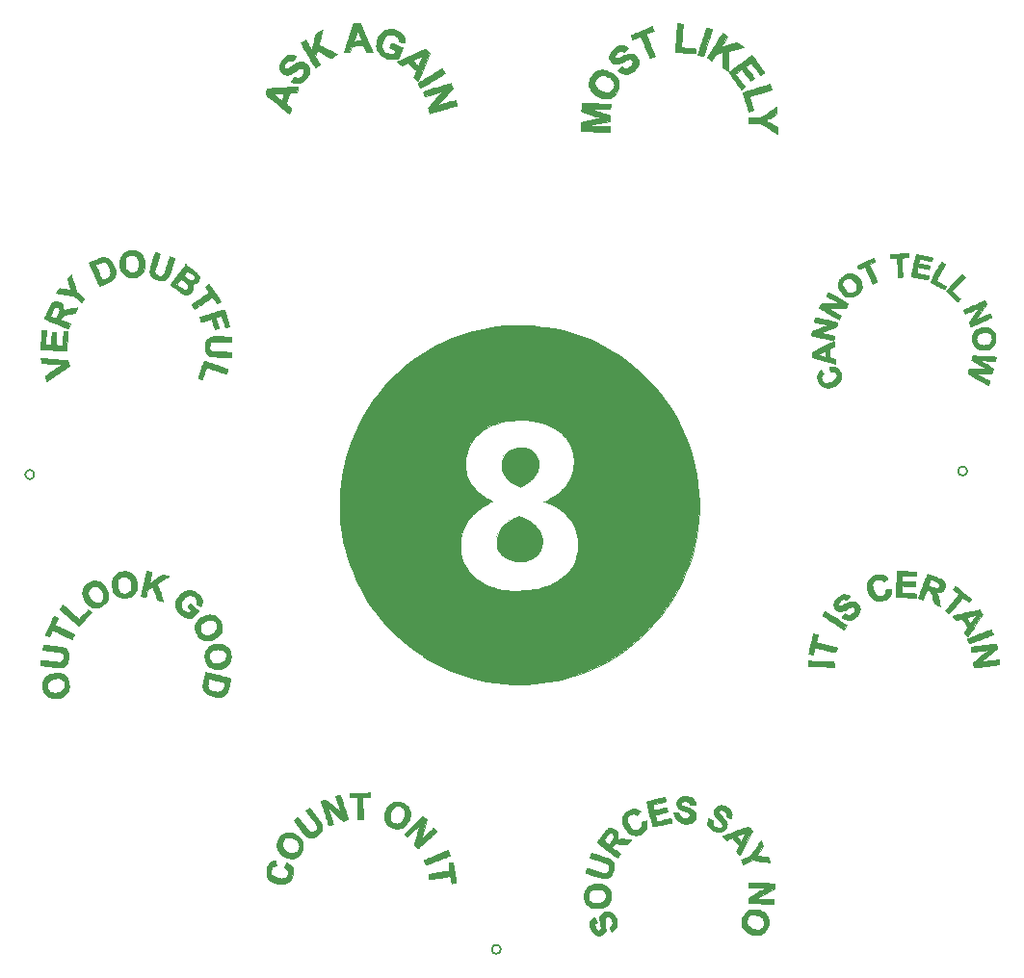
<source format=gto>
G04 #@! TF.FileFunction,Legend,Top*
%FSLAX46Y46*%
G04 Gerber Fmt 4.6, Leading zero omitted, Abs format (unit mm)*
G04 Created by KiCad (PCBNEW 4.0.7) date 07/18/18 17:21:38*
%MOMM*%
%LPD*%
G01*
G04 APERTURE LIST*
%ADD10C,0.100000*%
%ADD11C,0.010000*%
%ADD12C,0.150000*%
%ADD13C,5.547986*%
%ADD14R,2.400000X2.400000*%
%ADD15O,2.400000X2.400000*%
%ADD16C,2.100000*%
%ADD17O,2.100000X2.100000*%
G04 APERTURE END LIST*
D10*
D11*
G36*
X167174865Y-130981882D02*
X167328890Y-131025667D01*
X167396187Y-131055843D01*
X167484204Y-131108226D01*
X167564448Y-131177273D01*
X167642450Y-131269283D01*
X167723743Y-131390555D01*
X167790319Y-131504717D01*
X167878044Y-131696671D01*
X167926719Y-131885539D01*
X167936917Y-132068078D01*
X167909211Y-132241042D01*
X167844174Y-132401188D01*
X167742380Y-132545273D01*
X167604400Y-132670051D01*
X167581619Y-132686214D01*
X167489721Y-132749441D01*
X167435744Y-132653904D01*
X167390687Y-132574177D01*
X167341949Y-132487966D01*
X167326214Y-132460142D01*
X167295022Y-132402764D01*
X167283863Y-132370639D01*
X167291254Y-132352559D01*
X167310339Y-132340233D01*
X167389847Y-132277808D01*
X167460833Y-132187913D01*
X167512217Y-132085330D01*
X167520631Y-132059678D01*
X167539120Y-131987201D01*
X167543110Y-131932321D01*
X167532704Y-131872897D01*
X167521678Y-131832993D01*
X167489196Y-131746604D01*
X167444379Y-131656559D01*
X167423236Y-131621786D01*
X167336724Y-131510480D01*
X167251702Y-131441058D01*
X167166907Y-131413161D01*
X167081079Y-131426429D01*
X166992955Y-131480503D01*
X166976758Y-131494536D01*
X166889128Y-131573704D01*
X166903120Y-131806744D01*
X166909767Y-131923293D01*
X166917242Y-132063664D01*
X166924585Y-132209383D01*
X166930313Y-132330383D01*
X166943514Y-132620982D01*
X166876001Y-132758119D01*
X166787433Y-132895719D01*
X166676089Y-133000683D01*
X166547097Y-133071179D01*
X166405583Y-133105374D01*
X166256672Y-133101437D01*
X166105491Y-133057534D01*
X166076011Y-133044076D01*
X165947033Y-132963616D01*
X165835989Y-132854178D01*
X165738413Y-132710784D01*
X165685716Y-132609006D01*
X165605505Y-132411269D01*
X165558601Y-132228893D01*
X165545834Y-132065430D01*
X165548665Y-132021769D01*
X165577549Y-131890219D01*
X165633301Y-131762520D01*
X165708885Y-131651666D01*
X165790383Y-131575380D01*
X165859497Y-131527489D01*
X165908735Y-131501101D01*
X165945783Y-131499336D01*
X165978324Y-131525314D01*
X166014043Y-131582153D01*
X166060626Y-131672973D01*
X166068242Y-131688160D01*
X166172632Y-131896181D01*
X166090642Y-131976243D01*
X166029900Y-132048547D01*
X165998650Y-132123553D01*
X165995215Y-132211179D01*
X166017918Y-132321343D01*
X166027059Y-132352202D01*
X166074755Y-132468017D01*
X166136445Y-132560085D01*
X166207131Y-132624352D01*
X166281809Y-132656767D01*
X166355481Y-132653276D01*
X166383410Y-132640996D01*
X166434135Y-132601965D01*
X166478655Y-132553494D01*
X166521573Y-132495705D01*
X166462238Y-132087828D01*
X166441262Y-131939855D01*
X166426736Y-131825862D01*
X166418139Y-131738075D01*
X166414949Y-131668719D01*
X166416646Y-131610019D01*
X166422708Y-131554199D01*
X166425303Y-131536835D01*
X166466838Y-131368782D01*
X166534868Y-131232848D01*
X166631354Y-131126653D01*
X166758256Y-131047816D01*
X166859629Y-131009613D01*
X167021605Y-130976802D01*
X167174865Y-130981882D01*
X167174865Y-130981882D01*
G37*
X167174865Y-130981882D02*
X167328890Y-131025667D01*
X167396187Y-131055843D01*
X167484204Y-131108226D01*
X167564448Y-131177273D01*
X167642450Y-131269283D01*
X167723743Y-131390555D01*
X167790319Y-131504717D01*
X167878044Y-131696671D01*
X167926719Y-131885539D01*
X167936917Y-132068078D01*
X167909211Y-132241042D01*
X167844174Y-132401188D01*
X167742380Y-132545273D01*
X167604400Y-132670051D01*
X167581619Y-132686214D01*
X167489721Y-132749441D01*
X167435744Y-132653904D01*
X167390687Y-132574177D01*
X167341949Y-132487966D01*
X167326214Y-132460142D01*
X167295022Y-132402764D01*
X167283863Y-132370639D01*
X167291254Y-132352559D01*
X167310339Y-132340233D01*
X167389847Y-132277808D01*
X167460833Y-132187913D01*
X167512217Y-132085330D01*
X167520631Y-132059678D01*
X167539120Y-131987201D01*
X167543110Y-131932321D01*
X167532704Y-131872897D01*
X167521678Y-131832993D01*
X167489196Y-131746604D01*
X167444379Y-131656559D01*
X167423236Y-131621786D01*
X167336724Y-131510480D01*
X167251702Y-131441058D01*
X167166907Y-131413161D01*
X167081079Y-131426429D01*
X166992955Y-131480503D01*
X166976758Y-131494536D01*
X166889128Y-131573704D01*
X166903120Y-131806744D01*
X166909767Y-131923293D01*
X166917242Y-132063664D01*
X166924585Y-132209383D01*
X166930313Y-132330383D01*
X166943514Y-132620982D01*
X166876001Y-132758119D01*
X166787433Y-132895719D01*
X166676089Y-133000683D01*
X166547097Y-133071179D01*
X166405583Y-133105374D01*
X166256672Y-133101437D01*
X166105491Y-133057534D01*
X166076011Y-133044076D01*
X165947033Y-132963616D01*
X165835989Y-132854178D01*
X165738413Y-132710784D01*
X165685716Y-132609006D01*
X165605505Y-132411269D01*
X165558601Y-132228893D01*
X165545834Y-132065430D01*
X165548665Y-132021769D01*
X165577549Y-131890219D01*
X165633301Y-131762520D01*
X165708885Y-131651666D01*
X165790383Y-131575380D01*
X165859497Y-131527489D01*
X165908735Y-131501101D01*
X165945783Y-131499336D01*
X165978324Y-131525314D01*
X166014043Y-131582153D01*
X166060626Y-131672973D01*
X166068242Y-131688160D01*
X166172632Y-131896181D01*
X166090642Y-131976243D01*
X166029900Y-132048547D01*
X165998650Y-132123553D01*
X165995215Y-132211179D01*
X166017918Y-132321343D01*
X166027059Y-132352202D01*
X166074755Y-132468017D01*
X166136445Y-132560085D01*
X166207131Y-132624352D01*
X166281809Y-132656767D01*
X166355481Y-132653276D01*
X166383410Y-132640996D01*
X166434135Y-132601965D01*
X166478655Y-132553494D01*
X166521573Y-132495705D01*
X166462238Y-132087828D01*
X166441262Y-131939855D01*
X166426736Y-131825862D01*
X166418139Y-131738075D01*
X166414949Y-131668719D01*
X166416646Y-131610019D01*
X166422708Y-131554199D01*
X166425303Y-131536835D01*
X166466838Y-131368782D01*
X166534868Y-131232848D01*
X166631354Y-131126653D01*
X166758256Y-131047816D01*
X166859629Y-131009613D01*
X167021605Y-130976802D01*
X167174865Y-130981882D01*
G36*
X180238903Y-130804540D02*
X180435613Y-130854734D01*
X180576631Y-130907667D01*
X180707957Y-130968352D01*
X180815270Y-131033957D01*
X180908454Y-131112931D01*
X180997393Y-131213725D01*
X181091973Y-131344788D01*
X181097390Y-131352826D01*
X181162798Y-131452357D01*
X181207838Y-131527981D01*
X181237303Y-131589836D01*
X181255985Y-131648061D01*
X181268676Y-131712794D01*
X181269232Y-131716339D01*
X181277957Y-131894713D01*
X181253215Y-132086598D01*
X181197384Y-132282984D01*
X181112840Y-132474858D01*
X181034207Y-132607128D01*
X180967092Y-132703723D01*
X180910001Y-132774349D01*
X180851955Y-132829789D01*
X180781973Y-132880827D01*
X180709500Y-132926045D01*
X180543628Y-133002635D01*
X180356479Y-133048827D01*
X180157298Y-133063555D01*
X179955331Y-133045754D01*
X179856175Y-133024319D01*
X179642017Y-132951222D01*
X179447286Y-132851049D01*
X179276272Y-132727550D01*
X179133264Y-132584470D01*
X179022553Y-132425560D01*
X178948427Y-132254565D01*
X178939477Y-132223454D01*
X178923676Y-132129090D01*
X178916650Y-132008936D01*
X178917936Y-131892922D01*
X179322894Y-131892922D01*
X179345693Y-132029465D01*
X179408840Y-132156183D01*
X179512903Y-132274780D01*
X179658450Y-132386956D01*
X179665930Y-132391845D01*
X179829677Y-132482256D01*
X179997865Y-132545971D01*
X180163734Y-132581987D01*
X180320521Y-132589297D01*
X180461466Y-132566899D01*
X180561750Y-132524925D01*
X180676702Y-132435109D01*
X180766848Y-132317812D01*
X180829482Y-132181609D01*
X180861900Y-132035080D01*
X180861395Y-131886801D01*
X180825263Y-131745350D01*
X180815030Y-131721840D01*
X180749781Y-131610074D01*
X180664078Y-131516561D01*
X180552029Y-131436848D01*
X180407742Y-131366484D01*
X180283072Y-131319956D01*
X180117640Y-131274228D01*
X179962263Y-131251442D01*
X179824702Y-131252093D01*
X179712716Y-131276679D01*
X179698381Y-131282560D01*
X179564108Y-131362406D01*
X179460537Y-131470732D01*
X179396067Y-131583556D01*
X179339875Y-131744853D01*
X179322894Y-131892922D01*
X178917936Y-131892922D01*
X178918096Y-131878551D01*
X178927708Y-131753495D01*
X178945183Y-131649326D01*
X178951140Y-131627034D01*
X179033119Y-131415038D01*
X179143516Y-131230675D01*
X179280108Y-131076369D01*
X179440674Y-130954543D01*
X179622995Y-130867621D01*
X179657990Y-130855856D01*
X179859679Y-130805641D01*
X180050120Y-130788355D01*
X180238903Y-130804540D01*
X180238903Y-130804540D01*
G37*
X180238903Y-130804540D02*
X180435613Y-130854734D01*
X180576631Y-130907667D01*
X180707957Y-130968352D01*
X180815270Y-131033957D01*
X180908454Y-131112931D01*
X180997393Y-131213725D01*
X181091973Y-131344788D01*
X181097390Y-131352826D01*
X181162798Y-131452357D01*
X181207838Y-131527981D01*
X181237303Y-131589836D01*
X181255985Y-131648061D01*
X181268676Y-131712794D01*
X181269232Y-131716339D01*
X181277957Y-131894713D01*
X181253215Y-132086598D01*
X181197384Y-132282984D01*
X181112840Y-132474858D01*
X181034207Y-132607128D01*
X180967092Y-132703723D01*
X180910001Y-132774349D01*
X180851955Y-132829789D01*
X180781973Y-132880827D01*
X180709500Y-132926045D01*
X180543628Y-133002635D01*
X180356479Y-133048827D01*
X180157298Y-133063555D01*
X179955331Y-133045754D01*
X179856175Y-133024319D01*
X179642017Y-132951222D01*
X179447286Y-132851049D01*
X179276272Y-132727550D01*
X179133264Y-132584470D01*
X179022553Y-132425560D01*
X178948427Y-132254565D01*
X178939477Y-132223454D01*
X178923676Y-132129090D01*
X178916650Y-132008936D01*
X178917936Y-131892922D01*
X179322894Y-131892922D01*
X179345693Y-132029465D01*
X179408840Y-132156183D01*
X179512903Y-132274780D01*
X179658450Y-132386956D01*
X179665930Y-132391845D01*
X179829677Y-132482256D01*
X179997865Y-132545971D01*
X180163734Y-132581987D01*
X180320521Y-132589297D01*
X180461466Y-132566899D01*
X180561750Y-132524925D01*
X180676702Y-132435109D01*
X180766848Y-132317812D01*
X180829482Y-132181609D01*
X180861900Y-132035080D01*
X180861395Y-131886801D01*
X180825263Y-131745350D01*
X180815030Y-131721840D01*
X180749781Y-131610074D01*
X180664078Y-131516561D01*
X180552029Y-131436848D01*
X180407742Y-131366484D01*
X180283072Y-131319956D01*
X180117640Y-131274228D01*
X179962263Y-131251442D01*
X179824702Y-131252093D01*
X179712716Y-131276679D01*
X179698381Y-131282560D01*
X179564108Y-131362406D01*
X179460537Y-131470732D01*
X179396067Y-131583556D01*
X179339875Y-131744853D01*
X179322894Y-131892922D01*
X178917936Y-131892922D01*
X178918096Y-131878551D01*
X178927708Y-131753495D01*
X178945183Y-131649326D01*
X178951140Y-131627034D01*
X179033119Y-131415038D01*
X179143516Y-131230675D01*
X179280108Y-131076369D01*
X179440674Y-130954543D01*
X179622995Y-130867621D01*
X179657990Y-130855856D01*
X179859679Y-130805641D01*
X180050120Y-130788355D01*
X180238903Y-130804540D01*
G36*
X166539194Y-128533713D02*
X166744367Y-128586801D01*
X166927109Y-128672625D01*
X167084817Y-128789011D01*
X167214885Y-128933784D01*
X167314710Y-129104771D01*
X167381688Y-129299799D01*
X167404835Y-129425967D01*
X167419022Y-129661415D01*
X167397842Y-129873631D01*
X167341188Y-130062817D01*
X167248949Y-130229177D01*
X167121014Y-130372911D01*
X166957275Y-130494222D01*
X166774578Y-130586340D01*
X166625723Y-130634868D01*
X166450713Y-130670033D01*
X166263204Y-130690725D01*
X166076854Y-130695830D01*
X165905320Y-130684237D01*
X165801366Y-130665588D01*
X165656952Y-130616653D01*
X165504274Y-130540561D01*
X165358955Y-130445104D01*
X165358310Y-130444619D01*
X165285562Y-130379592D01*
X165225212Y-130299335D01*
X165178204Y-130214400D01*
X165122863Y-130091016D01*
X165085380Y-129972019D01*
X165063519Y-129845395D01*
X165055047Y-129699129D01*
X165055204Y-129683041D01*
X165413267Y-129683041D01*
X165429966Y-129840428D01*
X165478768Y-129975694D01*
X165557732Y-130085189D01*
X165664914Y-130165261D01*
X165671683Y-130168787D01*
X165771141Y-130204391D01*
X165899993Y-130228461D01*
X166046845Y-130240793D01*
X166200304Y-130241183D01*
X166348974Y-130229428D01*
X166481461Y-130205323D01*
X166549432Y-130184480D01*
X166673302Y-130118237D01*
X166785784Y-130021015D01*
X166874810Y-129904165D01*
X166901741Y-129853190D01*
X166928707Y-129779919D01*
X166943015Y-129698007D01*
X166947398Y-129591356D01*
X166947405Y-129584299D01*
X166945303Y-129491798D01*
X166936870Y-129426043D01*
X166918741Y-129371552D01*
X166888902Y-129315141D01*
X166816475Y-129215143D01*
X166727222Y-129138639D01*
X166614680Y-129082146D01*
X166472387Y-129042181D01*
X166343346Y-129021098D01*
X166137147Y-129008907D01*
X165952188Y-129027147D01*
X165791308Y-129074985D01*
X165657346Y-129151587D01*
X165556107Y-129252191D01*
X165476815Y-129376869D01*
X165430996Y-129504655D01*
X165413727Y-129650392D01*
X165413267Y-129683041D01*
X165055204Y-129683041D01*
X165056415Y-129559614D01*
X165060336Y-129450345D01*
X165066092Y-129371283D01*
X165076264Y-129310312D01*
X165093432Y-129255312D01*
X165120180Y-129194165D01*
X165145213Y-129142777D01*
X165254487Y-128968139D01*
X165395362Y-128819771D01*
X165565157Y-128699115D01*
X165761185Y-128607610D01*
X165980763Y-128546696D01*
X166221207Y-128517813D01*
X166314194Y-128515534D01*
X166539194Y-128533713D01*
X166539194Y-128533713D01*
G37*
X166539194Y-128533713D02*
X166744367Y-128586801D01*
X166927109Y-128672625D01*
X167084817Y-128789011D01*
X167214885Y-128933784D01*
X167314710Y-129104771D01*
X167381688Y-129299799D01*
X167404835Y-129425967D01*
X167419022Y-129661415D01*
X167397842Y-129873631D01*
X167341188Y-130062817D01*
X167248949Y-130229177D01*
X167121014Y-130372911D01*
X166957275Y-130494222D01*
X166774578Y-130586340D01*
X166625723Y-130634868D01*
X166450713Y-130670033D01*
X166263204Y-130690725D01*
X166076854Y-130695830D01*
X165905320Y-130684237D01*
X165801366Y-130665588D01*
X165656952Y-130616653D01*
X165504274Y-130540561D01*
X165358955Y-130445104D01*
X165358310Y-130444619D01*
X165285562Y-130379592D01*
X165225212Y-130299335D01*
X165178204Y-130214400D01*
X165122863Y-130091016D01*
X165085380Y-129972019D01*
X165063519Y-129845395D01*
X165055047Y-129699129D01*
X165055204Y-129683041D01*
X165413267Y-129683041D01*
X165429966Y-129840428D01*
X165478768Y-129975694D01*
X165557732Y-130085189D01*
X165664914Y-130165261D01*
X165671683Y-130168787D01*
X165771141Y-130204391D01*
X165899993Y-130228461D01*
X166046845Y-130240793D01*
X166200304Y-130241183D01*
X166348974Y-130229428D01*
X166481461Y-130205323D01*
X166549432Y-130184480D01*
X166673302Y-130118237D01*
X166785784Y-130021015D01*
X166874810Y-129904165D01*
X166901741Y-129853190D01*
X166928707Y-129779919D01*
X166943015Y-129698007D01*
X166947398Y-129591356D01*
X166947405Y-129584299D01*
X166945303Y-129491798D01*
X166936870Y-129426043D01*
X166918741Y-129371552D01*
X166888902Y-129315141D01*
X166816475Y-129215143D01*
X166727222Y-129138639D01*
X166614680Y-129082146D01*
X166472387Y-129042181D01*
X166343346Y-129021098D01*
X166137147Y-129008907D01*
X165952188Y-129027147D01*
X165791308Y-129074985D01*
X165657346Y-129151587D01*
X165556107Y-129252191D01*
X165476815Y-129376869D01*
X165430996Y-129504655D01*
X165413727Y-129650392D01*
X165413267Y-129683041D01*
X165055204Y-129683041D01*
X165056415Y-129559614D01*
X165060336Y-129450345D01*
X165066092Y-129371283D01*
X165076264Y-129310312D01*
X165093432Y-129255312D01*
X165120180Y-129194165D01*
X165145213Y-129142777D01*
X165254487Y-128968139D01*
X165395362Y-128819771D01*
X165565157Y-128699115D01*
X165761185Y-128607610D01*
X165980763Y-128546696D01*
X166221207Y-128517813D01*
X166314194Y-128515534D01*
X166539194Y-128533713D01*
G36*
X179715875Y-128452513D02*
X179782653Y-128453361D01*
X179885903Y-128455581D01*
X180019792Y-128459004D01*
X180178486Y-128463467D01*
X180356152Y-128468802D01*
X180546957Y-128474843D01*
X180745067Y-128481425D01*
X180812017Y-128483721D01*
X181003044Y-128490306D01*
X181181746Y-128496435D01*
X181343509Y-128501949D01*
X181483717Y-128506694D01*
X181597756Y-128510513D01*
X181681012Y-128513252D01*
X181728869Y-128514754D01*
X181738059Y-128514991D01*
X181754494Y-128519429D01*
X181765245Y-128536999D01*
X181771482Y-128574949D01*
X181774377Y-128640526D01*
X181775100Y-128740978D01*
X181775100Y-128973081D01*
X181013075Y-129405765D01*
X180251050Y-129838450D01*
X180351617Y-129852471D01*
X180408030Y-129857480D01*
X180496597Y-129861962D01*
X180607140Y-129865546D01*
X180729479Y-129867862D01*
X180790850Y-129868423D01*
X180939632Y-129870154D01*
X181105046Y-129873511D01*
X181268446Y-129878035D01*
X181411186Y-129883268D01*
X181431142Y-129884153D01*
X181732767Y-129897952D01*
X181732767Y-130314700D01*
X181589892Y-130311455D01*
X181534711Y-130309928D01*
X181443321Y-130307075D01*
X181321817Y-130303099D01*
X181176295Y-130298205D01*
X181012850Y-130292599D01*
X180837579Y-130286483D01*
X180706184Y-130281832D01*
X180520625Y-130275413D01*
X180337612Y-130269429D01*
X180164213Y-130264086D01*
X180007494Y-130259591D01*
X179874520Y-130256147D01*
X179772359Y-130253963D01*
X179727225Y-130253327D01*
X179489100Y-130251200D01*
X179489834Y-130013075D01*
X179490567Y-129774950D01*
X180222076Y-129351617D01*
X180382327Y-129258630D01*
X180530936Y-129171924D01*
X180663944Y-129093842D01*
X180777391Y-129026732D01*
X180867318Y-128972938D01*
X180929766Y-128934807D01*
X180960775Y-128914684D01*
X180963425Y-128912409D01*
X180947309Y-128906380D01*
X180896270Y-128900949D01*
X180817717Y-128896629D01*
X180719062Y-128893934D01*
X180691558Y-128893568D01*
X180578357Y-128891944D01*
X180435521Y-128889240D01*
X180275727Y-128885734D01*
X180111651Y-128881701D01*
X179965350Y-128877693D01*
X179520850Y-128864784D01*
X179508734Y-128452034D01*
X179715875Y-128452513D01*
X179715875Y-128452513D01*
G37*
X179715875Y-128452513D02*
X179782653Y-128453361D01*
X179885903Y-128455581D01*
X180019792Y-128459004D01*
X180178486Y-128463467D01*
X180356152Y-128468802D01*
X180546957Y-128474843D01*
X180745067Y-128481425D01*
X180812017Y-128483721D01*
X181003044Y-128490306D01*
X181181746Y-128496435D01*
X181343509Y-128501949D01*
X181483717Y-128506694D01*
X181597756Y-128510513D01*
X181681012Y-128513252D01*
X181728869Y-128514754D01*
X181738059Y-128514991D01*
X181754494Y-128519429D01*
X181765245Y-128536999D01*
X181771482Y-128574949D01*
X181774377Y-128640526D01*
X181775100Y-128740978D01*
X181775100Y-128973081D01*
X181013075Y-129405765D01*
X180251050Y-129838450D01*
X180351617Y-129852471D01*
X180408030Y-129857480D01*
X180496597Y-129861962D01*
X180607140Y-129865546D01*
X180729479Y-129867862D01*
X180790850Y-129868423D01*
X180939632Y-129870154D01*
X181105046Y-129873511D01*
X181268446Y-129878035D01*
X181411186Y-129883268D01*
X181431142Y-129884153D01*
X181732767Y-129897952D01*
X181732767Y-130314700D01*
X181589892Y-130311455D01*
X181534711Y-130309928D01*
X181443321Y-130307075D01*
X181321817Y-130303099D01*
X181176295Y-130298205D01*
X181012850Y-130292599D01*
X180837579Y-130286483D01*
X180706184Y-130281832D01*
X180520625Y-130275413D01*
X180337612Y-130269429D01*
X180164213Y-130264086D01*
X180007494Y-130259591D01*
X179874520Y-130256147D01*
X179772359Y-130253963D01*
X179727225Y-130253327D01*
X179489100Y-130251200D01*
X179489834Y-130013075D01*
X179490567Y-129774950D01*
X180222076Y-129351617D01*
X180382327Y-129258630D01*
X180530936Y-129171924D01*
X180663944Y-129093842D01*
X180777391Y-129026732D01*
X180867318Y-128972938D01*
X180929766Y-128934807D01*
X180960775Y-128914684D01*
X180963425Y-128912409D01*
X180947309Y-128906380D01*
X180896270Y-128900949D01*
X180817717Y-128896629D01*
X180719062Y-128893934D01*
X180691558Y-128893568D01*
X180578357Y-128891944D01*
X180435521Y-128889240D01*
X180275727Y-128885734D01*
X180111651Y-128881701D01*
X179965350Y-128877693D01*
X179520850Y-128864784D01*
X179508734Y-128452034D01*
X179715875Y-128452513D01*
G36*
X137967384Y-126664355D02*
X137976912Y-126783735D01*
X137981382Y-126867323D01*
X137979973Y-126921447D01*
X137971865Y-126952436D01*
X137956235Y-126966619D01*
X137932263Y-126970324D01*
X137927670Y-126970367D01*
X137821634Y-126990259D01*
X137720003Y-127044961D01*
X137629459Y-127127011D01*
X137556685Y-127228945D01*
X137508364Y-127343303D01*
X137491185Y-127457759D01*
X137502017Y-127581940D01*
X137540379Y-127683021D01*
X137611814Y-127774077D01*
X137634587Y-127795976D01*
X137765925Y-127893540D01*
X137924739Y-127974062D01*
X138100752Y-128035019D01*
X138283688Y-128073885D01*
X138463271Y-128088137D01*
X138629223Y-128075250D01*
X138702383Y-128058283D01*
X138813305Y-128007138D01*
X138908475Y-127928282D01*
X138983809Y-127829648D01*
X139035222Y-127719169D01*
X139058630Y-127604779D01*
X139049948Y-127494412D01*
X139025883Y-127429972D01*
X138971237Y-127343145D01*
X138901000Y-127257366D01*
X138827049Y-127185863D01*
X138771932Y-127147142D01*
X138726400Y-127121171D01*
X138702154Y-127104514D01*
X138700934Y-127102714D01*
X138709828Y-127081779D01*
X138733261Y-127032914D01*
X138766357Y-126965809D01*
X138804241Y-126890153D01*
X138842038Y-126815637D01*
X138874872Y-126751950D01*
X138897868Y-126708781D01*
X138905716Y-126695709D01*
X138932494Y-126695678D01*
X138982873Y-126718346D01*
X139048790Y-126758314D01*
X139122178Y-126810184D01*
X139194975Y-126868558D01*
X139259116Y-126928039D01*
X139270383Y-126939793D01*
X139361509Y-127048375D01*
X139423970Y-127153411D01*
X139462141Y-127266722D01*
X139480393Y-127400125D01*
X139483654Y-127516203D01*
X139464635Y-127733065D01*
X139409563Y-127930806D01*
X139319941Y-128106928D01*
X139197273Y-128258930D01*
X139043065Y-128384314D01*
X138919267Y-128453903D01*
X138707568Y-128532762D01*
X138488426Y-128570431D01*
X138260223Y-128567099D01*
X138121662Y-128546172D01*
X137886468Y-128485288D01*
X137685777Y-128402239D01*
X137517096Y-128295444D01*
X137377937Y-128163325D01*
X137265807Y-128004299D01*
X137264687Y-128002346D01*
X137189727Y-127831497D01*
X137145738Y-127641424D01*
X137132982Y-127442037D01*
X137151720Y-127243248D01*
X137202210Y-127054968D01*
X137237596Y-126971661D01*
X137334287Y-126815905D01*
X137457903Y-126687657D01*
X137603090Y-126590943D01*
X137764492Y-126529790D01*
X137845676Y-126514314D01*
X137953501Y-126500122D01*
X137967384Y-126664355D01*
X137967384Y-126664355D01*
G37*
X137967384Y-126664355D02*
X137976912Y-126783735D01*
X137981382Y-126867323D01*
X137979973Y-126921447D01*
X137971865Y-126952436D01*
X137956235Y-126966619D01*
X137932263Y-126970324D01*
X137927670Y-126970367D01*
X137821634Y-126990259D01*
X137720003Y-127044961D01*
X137629459Y-127127011D01*
X137556685Y-127228945D01*
X137508364Y-127343303D01*
X137491185Y-127457759D01*
X137502017Y-127581940D01*
X137540379Y-127683021D01*
X137611814Y-127774077D01*
X137634587Y-127795976D01*
X137765925Y-127893540D01*
X137924739Y-127974062D01*
X138100752Y-128035019D01*
X138283688Y-128073885D01*
X138463271Y-128088137D01*
X138629223Y-128075250D01*
X138702383Y-128058283D01*
X138813305Y-128007138D01*
X138908475Y-127928282D01*
X138983809Y-127829648D01*
X139035222Y-127719169D01*
X139058630Y-127604779D01*
X139049948Y-127494412D01*
X139025883Y-127429972D01*
X138971237Y-127343145D01*
X138901000Y-127257366D01*
X138827049Y-127185863D01*
X138771932Y-127147142D01*
X138726400Y-127121171D01*
X138702154Y-127104514D01*
X138700934Y-127102714D01*
X138709828Y-127081779D01*
X138733261Y-127032914D01*
X138766357Y-126965809D01*
X138804241Y-126890153D01*
X138842038Y-126815637D01*
X138874872Y-126751950D01*
X138897868Y-126708781D01*
X138905716Y-126695709D01*
X138932494Y-126695678D01*
X138982873Y-126718346D01*
X139048790Y-126758314D01*
X139122178Y-126810184D01*
X139194975Y-126868558D01*
X139259116Y-126928039D01*
X139270383Y-126939793D01*
X139361509Y-127048375D01*
X139423970Y-127153411D01*
X139462141Y-127266722D01*
X139480393Y-127400125D01*
X139483654Y-127516203D01*
X139464635Y-127733065D01*
X139409563Y-127930806D01*
X139319941Y-128106928D01*
X139197273Y-128258930D01*
X139043065Y-128384314D01*
X138919267Y-128453903D01*
X138707568Y-128532762D01*
X138488426Y-128570431D01*
X138260223Y-128567099D01*
X138121662Y-128546172D01*
X137886468Y-128485288D01*
X137685777Y-128402239D01*
X137517096Y-128295444D01*
X137377937Y-128163325D01*
X137265807Y-128004299D01*
X137264687Y-128002346D01*
X137189727Y-127831497D01*
X137145738Y-127641424D01*
X137132982Y-127442037D01*
X137151720Y-127243248D01*
X137202210Y-127054968D01*
X137237596Y-126971661D01*
X137334287Y-126815905D01*
X137457903Y-126687657D01*
X137603090Y-126590943D01*
X137764492Y-126529790D01*
X137845676Y-126514314D01*
X137953501Y-126500122D01*
X137967384Y-126664355D01*
G36*
X153508335Y-126657713D02*
X153512875Y-126679153D01*
X153523119Y-126737143D01*
X153538222Y-126826412D01*
X153557340Y-126941686D01*
X153579628Y-127077692D01*
X153604241Y-127229157D01*
X153630336Y-127390810D01*
X153657068Y-127557375D01*
X153683592Y-127723582D01*
X153709063Y-127884156D01*
X153732638Y-128033826D01*
X153753471Y-128167317D01*
X153770718Y-128279358D01*
X153783535Y-128364675D01*
X153791077Y-128417996D01*
X153792767Y-128433612D01*
X153773532Y-128443756D01*
X153722743Y-128457095D01*
X153650774Y-128470978D01*
X153639309Y-128472860D01*
X153558823Y-128486344D01*
X153491748Y-128498579D01*
X153451848Y-128507045D01*
X153450516Y-128507407D01*
X153415672Y-128499489D01*
X153404428Y-128479376D01*
X153397422Y-128445425D01*
X153385594Y-128378348D01*
X153370419Y-128286883D01*
X153353372Y-128179766D01*
X153347711Y-128143280D01*
X153301747Y-127845110D01*
X152388382Y-128000277D01*
X152196664Y-128032764D01*
X152017587Y-128062949D01*
X151855517Y-128090108D01*
X151714815Y-128113517D01*
X151599845Y-128132453D01*
X151514971Y-128146191D01*
X151464555Y-128154008D01*
X151452246Y-128155572D01*
X151440659Y-128136341D01*
X151426232Y-128085563D01*
X151410734Y-128013772D01*
X151395934Y-127931504D01*
X151383605Y-127849292D01*
X151375514Y-127777672D01*
X151373433Y-127727178D01*
X151377234Y-127709119D01*
X151400221Y-127703052D01*
X151460653Y-127690824D01*
X151554214Y-127673213D01*
X151676589Y-127650996D01*
X151823461Y-127624949D01*
X151990515Y-127595849D01*
X152173434Y-127564473D01*
X152300517Y-127542935D01*
X152491328Y-127510595D01*
X152668961Y-127480187D01*
X152829127Y-127452467D01*
X152967537Y-127428193D01*
X153079902Y-127408119D01*
X153161934Y-127393003D01*
X153209344Y-127383600D01*
X153219592Y-127380886D01*
X153219621Y-127358117D01*
X153213826Y-127300966D01*
X153203116Y-127216847D01*
X153188402Y-127113171D01*
X153179304Y-127052908D01*
X153160417Y-126925360D01*
X153148910Y-126833781D01*
X153144409Y-126772523D01*
X153146539Y-126735936D01*
X153154925Y-126718374D01*
X153157013Y-126716832D01*
X153188910Y-126705893D01*
X153247196Y-126692524D01*
X153319639Y-126678785D01*
X153394007Y-126666734D01*
X153458068Y-126658428D01*
X153499592Y-126655927D01*
X153508335Y-126657713D01*
X153508335Y-126657713D01*
G37*
X153508335Y-126657713D02*
X153512875Y-126679153D01*
X153523119Y-126737143D01*
X153538222Y-126826412D01*
X153557340Y-126941686D01*
X153579628Y-127077692D01*
X153604241Y-127229157D01*
X153630336Y-127390810D01*
X153657068Y-127557375D01*
X153683592Y-127723582D01*
X153709063Y-127884156D01*
X153732638Y-128033826D01*
X153753471Y-128167317D01*
X153770718Y-128279358D01*
X153783535Y-128364675D01*
X153791077Y-128417996D01*
X153792767Y-128433612D01*
X153773532Y-128443756D01*
X153722743Y-128457095D01*
X153650774Y-128470978D01*
X153639309Y-128472860D01*
X153558823Y-128486344D01*
X153491748Y-128498579D01*
X153451848Y-128507045D01*
X153450516Y-128507407D01*
X153415672Y-128499489D01*
X153404428Y-128479376D01*
X153397422Y-128445425D01*
X153385594Y-128378348D01*
X153370419Y-128286883D01*
X153353372Y-128179766D01*
X153347711Y-128143280D01*
X153301747Y-127845110D01*
X152388382Y-128000277D01*
X152196664Y-128032764D01*
X152017587Y-128062949D01*
X151855517Y-128090108D01*
X151714815Y-128113517D01*
X151599845Y-128132453D01*
X151514971Y-128146191D01*
X151464555Y-128154008D01*
X151452246Y-128155572D01*
X151440659Y-128136341D01*
X151426232Y-128085563D01*
X151410734Y-128013772D01*
X151395934Y-127931504D01*
X151383605Y-127849292D01*
X151375514Y-127777672D01*
X151373433Y-127727178D01*
X151377234Y-127709119D01*
X151400221Y-127703052D01*
X151460653Y-127690824D01*
X151554214Y-127673213D01*
X151676589Y-127650996D01*
X151823461Y-127624949D01*
X151990515Y-127595849D01*
X152173434Y-127564473D01*
X152300517Y-127542935D01*
X152491328Y-127510595D01*
X152668961Y-127480187D01*
X152829127Y-127452467D01*
X152967537Y-127428193D01*
X153079902Y-127408119D01*
X153161934Y-127393003D01*
X153209344Y-127383600D01*
X153219592Y-127380886D01*
X153219621Y-127358117D01*
X153213826Y-127300966D01*
X153203116Y-127216847D01*
X153188402Y-127113171D01*
X153179304Y-127052908D01*
X153160417Y-126925360D01*
X153148910Y-126833781D01*
X153144409Y-126772523D01*
X153146539Y-126735936D01*
X153154925Y-126718374D01*
X153157013Y-126716832D01*
X153188910Y-126705893D01*
X153247196Y-126692524D01*
X153319639Y-126678785D01*
X153394007Y-126666734D01*
X153458068Y-126658428D01*
X153499592Y-126655927D01*
X153508335Y-126657713D01*
G36*
X165739177Y-125850455D02*
X165810944Y-125871224D01*
X165911252Y-125901503D01*
X166034266Y-125939431D01*
X166174150Y-125983143D01*
X166325070Y-126030777D01*
X166481191Y-126080469D01*
X166636678Y-126130357D01*
X166785696Y-126178578D01*
X166922409Y-126223269D01*
X167040984Y-126262566D01*
X167135584Y-126294606D01*
X167200376Y-126317528D01*
X167226435Y-126327862D01*
X167292771Y-126366420D01*
X167374405Y-126424628D01*
X167456942Y-126491965D01*
X167483022Y-126515412D01*
X167553849Y-126582870D01*
X167600238Y-126634452D01*
X167629921Y-126681796D01*
X167650632Y-126736540D01*
X167664812Y-126788987D01*
X167689271Y-126915917D01*
X167695504Y-127038277D01*
X167682095Y-127163708D01*
X167647626Y-127299854D01*
X167590679Y-127454357D01*
X167509839Y-127634860D01*
X167506728Y-127641390D01*
X167445117Y-127756981D01*
X167381120Y-127843276D01*
X167303712Y-127912419D01*
X167203299Y-127975759D01*
X167094570Y-128027353D01*
X166989119Y-128054857D01*
X166872578Y-128060553D01*
X166744316Y-128048644D01*
X166655255Y-128031745D01*
X166547802Y-128004555D01*
X166442890Y-127972463D01*
X166426816Y-127966908D01*
X166356831Y-127943724D01*
X166253943Y-127911659D01*
X166126061Y-127873077D01*
X165981096Y-127830343D01*
X165826956Y-127785820D01*
X165709600Y-127752539D01*
X165565755Y-127711989D01*
X165435993Y-127675210D01*
X165325679Y-127643737D01*
X165240178Y-127619108D01*
X165184855Y-127602859D01*
X165165098Y-127596556D01*
X165169300Y-127576052D01*
X165184401Y-127524030D01*
X165207819Y-127449099D01*
X165228266Y-127386134D01*
X165259369Y-127293505D01*
X165281942Y-127234441D01*
X165300237Y-127202148D01*
X165318507Y-127189836D01*
X165341004Y-127190710D01*
X165349435Y-127192580D01*
X165395747Y-127205023D01*
X165475519Y-127227992D01*
X165581810Y-127259377D01*
X165707678Y-127297067D01*
X165846179Y-127338953D01*
X165990373Y-127382924D01*
X166133316Y-127426869D01*
X166268067Y-127468679D01*
X166387683Y-127506242D01*
X166485222Y-127537449D01*
X166503381Y-127543368D01*
X166655223Y-127588892D01*
X166778390Y-127616952D01*
X166868430Y-127626533D01*
X166868445Y-127626534D01*
X166939241Y-127622837D01*
X166990428Y-127606445D01*
X167042139Y-127569406D01*
X167065739Y-127548602D01*
X167125457Y-127485609D01*
X167178056Y-127415182D01*
X167195612Y-127385183D01*
X167227448Y-127295890D01*
X167246697Y-127187185D01*
X167251641Y-127076968D01*
X167240565Y-126983140D01*
X167235763Y-126966337D01*
X167219368Y-126924037D01*
X167197559Y-126886022D01*
X167166852Y-126850638D01*
X167123766Y-126816231D01*
X167064816Y-126781148D01*
X166986521Y-126743734D01*
X166885396Y-126702336D01*
X166757960Y-126655300D01*
X166600728Y-126600973D01*
X166410219Y-126537701D01*
X166182948Y-126463829D01*
X166165670Y-126458250D01*
X166014801Y-126409430D01*
X165877092Y-126364643D01*
X165757675Y-126325575D01*
X165661681Y-126293912D01*
X165594241Y-126271343D01*
X165560487Y-126259553D01*
X165557733Y-126258392D01*
X165557419Y-126236094D01*
X165569452Y-126184842D01*
X165590301Y-126114866D01*
X165616436Y-126036394D01*
X165644327Y-125959652D01*
X165670443Y-125894870D01*
X165691254Y-125852276D01*
X165701786Y-125841060D01*
X165739177Y-125850455D01*
X165739177Y-125850455D01*
G37*
X165739177Y-125850455D02*
X165810944Y-125871224D01*
X165911252Y-125901503D01*
X166034266Y-125939431D01*
X166174150Y-125983143D01*
X166325070Y-126030777D01*
X166481191Y-126080469D01*
X166636678Y-126130357D01*
X166785696Y-126178578D01*
X166922409Y-126223269D01*
X167040984Y-126262566D01*
X167135584Y-126294606D01*
X167200376Y-126317528D01*
X167226435Y-126327862D01*
X167292771Y-126366420D01*
X167374405Y-126424628D01*
X167456942Y-126491965D01*
X167483022Y-126515412D01*
X167553849Y-126582870D01*
X167600238Y-126634452D01*
X167629921Y-126681796D01*
X167650632Y-126736540D01*
X167664812Y-126788987D01*
X167689271Y-126915917D01*
X167695504Y-127038277D01*
X167682095Y-127163708D01*
X167647626Y-127299854D01*
X167590679Y-127454357D01*
X167509839Y-127634860D01*
X167506728Y-127641390D01*
X167445117Y-127756981D01*
X167381120Y-127843276D01*
X167303712Y-127912419D01*
X167203299Y-127975759D01*
X167094570Y-128027353D01*
X166989119Y-128054857D01*
X166872578Y-128060553D01*
X166744316Y-128048644D01*
X166655255Y-128031745D01*
X166547802Y-128004555D01*
X166442890Y-127972463D01*
X166426816Y-127966908D01*
X166356831Y-127943724D01*
X166253943Y-127911659D01*
X166126061Y-127873077D01*
X165981096Y-127830343D01*
X165826956Y-127785820D01*
X165709600Y-127752539D01*
X165565755Y-127711989D01*
X165435993Y-127675210D01*
X165325679Y-127643737D01*
X165240178Y-127619108D01*
X165184855Y-127602859D01*
X165165098Y-127596556D01*
X165169300Y-127576052D01*
X165184401Y-127524030D01*
X165207819Y-127449099D01*
X165228266Y-127386134D01*
X165259369Y-127293505D01*
X165281942Y-127234441D01*
X165300237Y-127202148D01*
X165318507Y-127189836D01*
X165341004Y-127190710D01*
X165349435Y-127192580D01*
X165395747Y-127205023D01*
X165475519Y-127227992D01*
X165581810Y-127259377D01*
X165707678Y-127297067D01*
X165846179Y-127338953D01*
X165990373Y-127382924D01*
X166133316Y-127426869D01*
X166268067Y-127468679D01*
X166387683Y-127506242D01*
X166485222Y-127537449D01*
X166503381Y-127543368D01*
X166655223Y-127588892D01*
X166778390Y-127616952D01*
X166868430Y-127626533D01*
X166868445Y-127626534D01*
X166939241Y-127622837D01*
X166990428Y-127606445D01*
X167042139Y-127569406D01*
X167065739Y-127548602D01*
X167125457Y-127485609D01*
X167178056Y-127415182D01*
X167195612Y-127385183D01*
X167227448Y-127295890D01*
X167246697Y-127187185D01*
X167251641Y-127076968D01*
X167240565Y-126983140D01*
X167235763Y-126966337D01*
X167219368Y-126924037D01*
X167197559Y-126886022D01*
X167166852Y-126850638D01*
X167123766Y-126816231D01*
X167064816Y-126781148D01*
X166986521Y-126743734D01*
X166885396Y-126702336D01*
X166757960Y-126655300D01*
X166600728Y-126600973D01*
X166410219Y-126537701D01*
X166182948Y-126463829D01*
X166165670Y-126458250D01*
X166014801Y-126409430D01*
X165877092Y-126364643D01*
X165757675Y-126325575D01*
X165661681Y-126293912D01*
X165594241Y-126271343D01*
X165560487Y-126259553D01*
X165557733Y-126258392D01*
X165557419Y-126236094D01*
X165569452Y-126184842D01*
X165590301Y-126114866D01*
X165616436Y-126036394D01*
X165644327Y-125959652D01*
X165670443Y-125894870D01*
X165691254Y-125852276D01*
X165701786Y-125841060D01*
X165739177Y-125850455D01*
G36*
X153178035Y-125832681D02*
X153212922Y-125918843D01*
X153239997Y-125988991D01*
X153256196Y-126034963D01*
X153259221Y-126048891D01*
X153238235Y-126057929D01*
X153182397Y-126080759D01*
X153096129Y-126115619D01*
X152983854Y-126160750D01*
X152849993Y-126214392D01*
X152698969Y-126274784D01*
X152535204Y-126340166D01*
X152363120Y-126408778D01*
X152187139Y-126478860D01*
X152011683Y-126548650D01*
X151841175Y-126616390D01*
X151680037Y-126680318D01*
X151532690Y-126738675D01*
X151403557Y-126789700D01*
X151297061Y-126831633D01*
X151217622Y-126862714D01*
X151169664Y-126881182D01*
X151156973Y-126885700D01*
X151141692Y-126868583D01*
X151127010Y-126838075D01*
X151109955Y-126796065D01*
X151082052Y-126728362D01*
X151048807Y-126648317D01*
X151042687Y-126633644D01*
X151013204Y-126559801D01*
X150992812Y-126502435D01*
X150984912Y-126471341D01*
X150985413Y-126468665D01*
X151006055Y-126459472D01*
X151062371Y-126436058D01*
X151150721Y-126399895D01*
X151267464Y-126352460D01*
X151408958Y-126295226D01*
X151571562Y-126229667D01*
X151751635Y-126157259D01*
X151945536Y-126079474D01*
X152042115Y-126040796D01*
X153090644Y-125621099D01*
X153178035Y-125832681D01*
X153178035Y-125832681D01*
G37*
X153178035Y-125832681D02*
X153212922Y-125918843D01*
X153239997Y-125988991D01*
X153256196Y-126034963D01*
X153259221Y-126048891D01*
X153238235Y-126057929D01*
X153182397Y-126080759D01*
X153096129Y-126115619D01*
X152983854Y-126160750D01*
X152849993Y-126214392D01*
X152698969Y-126274784D01*
X152535204Y-126340166D01*
X152363120Y-126408778D01*
X152187139Y-126478860D01*
X152011683Y-126548650D01*
X151841175Y-126616390D01*
X151680037Y-126680318D01*
X151532690Y-126738675D01*
X151403557Y-126789700D01*
X151297061Y-126831633D01*
X151217622Y-126862714D01*
X151169664Y-126881182D01*
X151156973Y-126885700D01*
X151141692Y-126868583D01*
X151127010Y-126838075D01*
X151109955Y-126796065D01*
X151082052Y-126728362D01*
X151048807Y-126648317D01*
X151042687Y-126633644D01*
X151013204Y-126559801D01*
X150992812Y-126502435D01*
X150984912Y-126471341D01*
X150985413Y-126468665D01*
X151006055Y-126459472D01*
X151062371Y-126436058D01*
X151150721Y-126399895D01*
X151267464Y-126352460D01*
X151408958Y-126295226D01*
X151571562Y-126229667D01*
X151751635Y-126157259D01*
X151945536Y-126079474D01*
X152042115Y-126040796D01*
X153090644Y-125621099D01*
X153178035Y-125832681D01*
G36*
X180784864Y-125233768D02*
X180488197Y-125652276D01*
X180406524Y-125768499D01*
X180334621Y-125872763D01*
X180275649Y-125960322D01*
X180232768Y-126026431D01*
X180209139Y-126066346D01*
X180205840Y-126076208D01*
X180230126Y-126079897D01*
X180290405Y-126087276D01*
X180380563Y-126097650D01*
X180494487Y-126110321D01*
X180626063Y-126124595D01*
X180704014Y-126132906D01*
X180842958Y-126148280D01*
X180967806Y-126163336D01*
X181072392Y-126177227D01*
X181150553Y-126189109D01*
X181196121Y-126198138D01*
X181205041Y-126201565D01*
X181222468Y-126229734D01*
X181249350Y-126284931D01*
X181281908Y-126357954D01*
X181316365Y-126439604D01*
X181348942Y-126520680D01*
X181375862Y-126591983D01*
X181393347Y-126644312D01*
X181397618Y-126668467D01*
X181397014Y-126669055D01*
X181373207Y-126667565D01*
X181312269Y-126660847D01*
X181219001Y-126649508D01*
X181098200Y-126634160D01*
X180954665Y-126615411D01*
X180793196Y-126593870D01*
X180624827Y-126571001D01*
X179868016Y-126467343D01*
X179461600Y-126655308D01*
X179339813Y-126711178D01*
X179230595Y-126760418D01*
X179139912Y-126800407D01*
X179073732Y-126828525D01*
X179038025Y-126842152D01*
X179034017Y-126843025D01*
X179017725Y-126824537D01*
X178990503Y-126774824D01*
X178956593Y-126702184D01*
X178930760Y-126641175D01*
X178897397Y-126556743D01*
X178872189Y-126488084D01*
X178858161Y-126443759D01*
X178856676Y-126431722D01*
X178877544Y-126421292D01*
X178931554Y-126396430D01*
X179013065Y-126359672D01*
X179116435Y-126313556D01*
X179236023Y-126260618D01*
X179296066Y-126234172D01*
X179727449Y-126044475D01*
X179958865Y-125687213D01*
X180047065Y-125551100D01*
X180143803Y-125401895D01*
X180240575Y-125252712D01*
X180328874Y-125116662D01*
X180381658Y-125035386D01*
X180573036Y-124740822D01*
X180784864Y-125233768D01*
X180784864Y-125233768D01*
G37*
X180784864Y-125233768D02*
X180488197Y-125652276D01*
X180406524Y-125768499D01*
X180334621Y-125872763D01*
X180275649Y-125960322D01*
X180232768Y-126026431D01*
X180209139Y-126066346D01*
X180205840Y-126076208D01*
X180230126Y-126079897D01*
X180290405Y-126087276D01*
X180380563Y-126097650D01*
X180494487Y-126110321D01*
X180626063Y-126124595D01*
X180704014Y-126132906D01*
X180842958Y-126148280D01*
X180967806Y-126163336D01*
X181072392Y-126177227D01*
X181150553Y-126189109D01*
X181196121Y-126198138D01*
X181205041Y-126201565D01*
X181222468Y-126229734D01*
X181249350Y-126284931D01*
X181281908Y-126357954D01*
X181316365Y-126439604D01*
X181348942Y-126520680D01*
X181375862Y-126591983D01*
X181393347Y-126644312D01*
X181397618Y-126668467D01*
X181397014Y-126669055D01*
X181373207Y-126667565D01*
X181312269Y-126660847D01*
X181219001Y-126649508D01*
X181098200Y-126634160D01*
X180954665Y-126615411D01*
X180793196Y-126593870D01*
X180624827Y-126571001D01*
X179868016Y-126467343D01*
X179461600Y-126655308D01*
X179339813Y-126711178D01*
X179230595Y-126760418D01*
X179139912Y-126800407D01*
X179073732Y-126828525D01*
X179038025Y-126842152D01*
X179034017Y-126843025D01*
X179017725Y-126824537D01*
X178990503Y-126774824D01*
X178956593Y-126702184D01*
X178930760Y-126641175D01*
X178897397Y-126556743D01*
X178872189Y-126488084D01*
X178858161Y-126443759D01*
X178856676Y-126431722D01*
X178877544Y-126421292D01*
X178931554Y-126396430D01*
X179013065Y-126359672D01*
X179116435Y-126313556D01*
X179236023Y-126260618D01*
X179296066Y-126234172D01*
X179727449Y-126044475D01*
X179958865Y-125687213D01*
X180047065Y-125551100D01*
X180143803Y-125401895D01*
X180240575Y-125252712D01*
X180328874Y-125116662D01*
X180381658Y-125035386D01*
X180573036Y-124740822D01*
X180784864Y-125233768D01*
G36*
X139192983Y-124018323D02*
X139375806Y-124060237D01*
X139568604Y-124140064D01*
X139750064Y-124242371D01*
X139944815Y-124384165D01*
X140102397Y-124542117D01*
X140221939Y-124714714D01*
X140302569Y-124900442D01*
X140343415Y-125097788D01*
X140345963Y-125277034D01*
X140315767Y-125462192D01*
X140254442Y-125641410D01*
X140166352Y-125809945D01*
X140055861Y-125963053D01*
X139927332Y-126095990D01*
X139785129Y-126204011D01*
X139633616Y-126282375D01*
X139477157Y-126326335D01*
X139373504Y-126334201D01*
X139295132Y-126327972D01*
X139197538Y-126312776D01*
X139103100Y-126292201D01*
X138932675Y-126236927D01*
X138757350Y-126159868D01*
X138590052Y-126067869D01*
X138443708Y-125967776D01*
X138366523Y-125902165D01*
X138249517Y-125781205D01*
X138164782Y-125666753D01*
X138106081Y-125547730D01*
X138067177Y-125413058D01*
X138055270Y-125349346D01*
X138036318Y-125222969D01*
X138027302Y-125125078D01*
X138027772Y-125098246D01*
X138504128Y-125098246D01*
X138531905Y-125269201D01*
X138531974Y-125269451D01*
X138574261Y-125360929D01*
X138648663Y-125459655D01*
X138747284Y-125559054D01*
X138862226Y-125652551D01*
X138985592Y-125733572D01*
X139109485Y-125795543D01*
X139200842Y-125826285D01*
X139320593Y-125840839D01*
X139455674Y-125832974D01*
X139586945Y-125804845D01*
X139667277Y-125773782D01*
X139757799Y-125716714D01*
X139847302Y-125638640D01*
X139924886Y-125550978D01*
X139979648Y-125465145D01*
X139993216Y-125432403D01*
X140006357Y-125361522D01*
X140010679Y-125266508D01*
X140006987Y-125161811D01*
X139996090Y-125061884D01*
X139978795Y-124981175D01*
X139966196Y-124948950D01*
X139900431Y-124856101D01*
X139801694Y-124759078D01*
X139678064Y-124664051D01*
X139537619Y-124577187D01*
X139388439Y-124504655D01*
X139379428Y-124500911D01*
X139240582Y-124461303D01*
X139121636Y-124452036D01*
X138955869Y-124467713D01*
X138815762Y-124516706D01*
X138699610Y-124600031D01*
X138605708Y-124718704D01*
X138572468Y-124779385D01*
X138517597Y-124935596D01*
X138504128Y-125098246D01*
X138027772Y-125098246D01*
X138028744Y-125042883D01*
X138041169Y-124963597D01*
X138065098Y-124874430D01*
X138076162Y-124838918D01*
X138147435Y-124667225D01*
X138247181Y-124501350D01*
X138368216Y-124350089D01*
X138503360Y-124222240D01*
X138645428Y-124126599D01*
X138666715Y-124115661D01*
X138842203Y-124046476D01*
X139016370Y-124013883D01*
X139192983Y-124018323D01*
X139192983Y-124018323D01*
G37*
X139192983Y-124018323D02*
X139375806Y-124060237D01*
X139568604Y-124140064D01*
X139750064Y-124242371D01*
X139944815Y-124384165D01*
X140102397Y-124542117D01*
X140221939Y-124714714D01*
X140302569Y-124900442D01*
X140343415Y-125097788D01*
X140345963Y-125277034D01*
X140315767Y-125462192D01*
X140254442Y-125641410D01*
X140166352Y-125809945D01*
X140055861Y-125963053D01*
X139927332Y-126095990D01*
X139785129Y-126204011D01*
X139633616Y-126282375D01*
X139477157Y-126326335D01*
X139373504Y-126334201D01*
X139295132Y-126327972D01*
X139197538Y-126312776D01*
X139103100Y-126292201D01*
X138932675Y-126236927D01*
X138757350Y-126159868D01*
X138590052Y-126067869D01*
X138443708Y-125967776D01*
X138366523Y-125902165D01*
X138249517Y-125781205D01*
X138164782Y-125666753D01*
X138106081Y-125547730D01*
X138067177Y-125413058D01*
X138055270Y-125349346D01*
X138036318Y-125222969D01*
X138027302Y-125125078D01*
X138027772Y-125098246D01*
X138504128Y-125098246D01*
X138531905Y-125269201D01*
X138531974Y-125269451D01*
X138574261Y-125360929D01*
X138648663Y-125459655D01*
X138747284Y-125559054D01*
X138862226Y-125652551D01*
X138985592Y-125733572D01*
X139109485Y-125795543D01*
X139200842Y-125826285D01*
X139320593Y-125840839D01*
X139455674Y-125832974D01*
X139586945Y-125804845D01*
X139667277Y-125773782D01*
X139757799Y-125716714D01*
X139847302Y-125638640D01*
X139924886Y-125550978D01*
X139979648Y-125465145D01*
X139993216Y-125432403D01*
X140006357Y-125361522D01*
X140010679Y-125266508D01*
X140006987Y-125161811D01*
X139996090Y-125061884D01*
X139978795Y-124981175D01*
X139966196Y-124948950D01*
X139900431Y-124856101D01*
X139801694Y-124759078D01*
X139678064Y-124664051D01*
X139537619Y-124577187D01*
X139388439Y-124504655D01*
X139379428Y-124500911D01*
X139240582Y-124461303D01*
X139121636Y-124452036D01*
X138955869Y-124467713D01*
X138815762Y-124516706D01*
X138699610Y-124600031D01*
X138605708Y-124718704D01*
X138572468Y-124779385D01*
X138517597Y-124935596D01*
X138504128Y-125098246D01*
X138027772Y-125098246D01*
X138028744Y-125042883D01*
X138041169Y-124963597D01*
X138065098Y-124874430D01*
X138076162Y-124838918D01*
X138147435Y-124667225D01*
X138247181Y-124501350D01*
X138368216Y-124350089D01*
X138503360Y-124222240D01*
X138645428Y-124126599D01*
X138666715Y-124115661D01*
X138842203Y-124046476D01*
X139016370Y-124013883D01*
X139192983Y-124018323D01*
G36*
X167358183Y-123634192D02*
X167430523Y-123646775D01*
X167598862Y-123697314D01*
X167746909Y-123776655D01*
X167868510Y-123880516D01*
X167957510Y-124004614D01*
X167964552Y-124018319D01*
X167993502Y-124108987D01*
X168007682Y-124223915D01*
X168007305Y-124347768D01*
X167992583Y-124465215D01*
X167963730Y-124560920D01*
X167956814Y-124575107D01*
X167929519Y-124629087D01*
X167922217Y-124654270D01*
X167933896Y-124658613D01*
X167946594Y-124655439D01*
X168018368Y-124635282D01*
X168085585Y-124620240D01*
X168155582Y-124609821D01*
X168235697Y-124603536D01*
X168333266Y-124600892D01*
X168455628Y-124601400D01*
X168610118Y-124604567D01*
X168679609Y-124606388D01*
X168819356Y-124610869D01*
X168944917Y-124616194D01*
X169050113Y-124621995D01*
X169128766Y-124627902D01*
X169174699Y-124633549D01*
X169183801Y-124636434D01*
X169178718Y-124658893D01*
X169151863Y-124705371D01*
X169109299Y-124767991D01*
X169057085Y-124838874D01*
X169001285Y-124910143D01*
X168947958Y-124973919D01*
X168903166Y-125022324D01*
X168872970Y-125047480D01*
X168866194Y-125049240D01*
X168838690Y-125047155D01*
X168774994Y-125044257D01*
X168681233Y-125040763D01*
X168563535Y-125036890D01*
X168428029Y-125032856D01*
X168325957Y-125030056D01*
X167811159Y-125016415D01*
X167645946Y-125174816D01*
X167480733Y-125333216D01*
X167754041Y-125541937D01*
X167855606Y-125619604D01*
X167953646Y-125694762D01*
X168039521Y-125760775D01*
X168104595Y-125811009D01*
X168126251Y-125827838D01*
X168225152Y-125905018D01*
X168105084Y-126077543D01*
X168053396Y-126150297D01*
X168010604Y-126207695D01*
X167982345Y-126242335D01*
X167974434Y-126249139D01*
X167956080Y-126236467D01*
X167907325Y-126200424D01*
X167831346Y-126143417D01*
X167731321Y-126067853D01*
X167610427Y-125976142D01*
X167471841Y-125870689D01*
X167318741Y-125753903D01*
X167154305Y-125628192D01*
X167096017Y-125583567D01*
X166927905Y-125454546D01*
X166769822Y-125332701D01*
X166624996Y-125220558D01*
X166496657Y-125120639D01*
X166388031Y-125035471D01*
X166302348Y-124967576D01*
X166242835Y-124919480D01*
X166212721Y-124893707D01*
X166209811Y-124890571D01*
X166215986Y-124864951D01*
X166244931Y-124811094D01*
X166293119Y-124733936D01*
X166337143Y-124668130D01*
X166780292Y-124668130D01*
X167001654Y-124876414D01*
X167081265Y-124950677D01*
X167149788Y-125013383D01*
X167201443Y-125059333D01*
X167230447Y-125083330D01*
X167234364Y-125085616D01*
X167250519Y-125069952D01*
X167286540Y-125026488D01*
X167337329Y-124961611D01*
X167397787Y-124881709D01*
X167406816Y-124869575D01*
X167494932Y-124749644D01*
X167560307Y-124656538D01*
X167606340Y-124583786D01*
X167636428Y-124524912D01*
X167653970Y-124473444D01*
X167662364Y-124422907D01*
X167664793Y-124378107D01*
X167663176Y-124305782D01*
X167649875Y-124256921D01*
X167618673Y-124213009D01*
X167604017Y-124197110D01*
X167531214Y-124128847D01*
X167462768Y-124085310D01*
X167395373Y-124068065D01*
X167325724Y-124078681D01*
X167250518Y-124118725D01*
X167166448Y-124189765D01*
X167070211Y-124293368D01*
X166958501Y-124431102D01*
X166872835Y-124543957D01*
X166780292Y-124668130D01*
X166337143Y-124668130D01*
X166357023Y-124638415D01*
X166433115Y-124529467D01*
X166517868Y-124412030D01*
X166607756Y-124291041D01*
X166699251Y-124171436D01*
X166788826Y-124058154D01*
X166872954Y-123956131D01*
X166899775Y-123924788D01*
X166985226Y-123829422D01*
X167054160Y-123761405D01*
X167114669Y-123713646D01*
X167174847Y-123679048D01*
X167186232Y-123673687D01*
X167253317Y-123645080D01*
X167304154Y-123632629D01*
X167358183Y-123634192D01*
X167358183Y-123634192D01*
G37*
X167358183Y-123634192D02*
X167430523Y-123646775D01*
X167598862Y-123697314D01*
X167746909Y-123776655D01*
X167868510Y-123880516D01*
X167957510Y-124004614D01*
X167964552Y-124018319D01*
X167993502Y-124108987D01*
X168007682Y-124223915D01*
X168007305Y-124347768D01*
X167992583Y-124465215D01*
X167963730Y-124560920D01*
X167956814Y-124575107D01*
X167929519Y-124629087D01*
X167922217Y-124654270D01*
X167933896Y-124658613D01*
X167946594Y-124655439D01*
X168018368Y-124635282D01*
X168085585Y-124620240D01*
X168155582Y-124609821D01*
X168235697Y-124603536D01*
X168333266Y-124600892D01*
X168455628Y-124601400D01*
X168610118Y-124604567D01*
X168679609Y-124606388D01*
X168819356Y-124610869D01*
X168944917Y-124616194D01*
X169050113Y-124621995D01*
X169128766Y-124627902D01*
X169174699Y-124633549D01*
X169183801Y-124636434D01*
X169178718Y-124658893D01*
X169151863Y-124705371D01*
X169109299Y-124767991D01*
X169057085Y-124838874D01*
X169001285Y-124910143D01*
X168947958Y-124973919D01*
X168903166Y-125022324D01*
X168872970Y-125047480D01*
X168866194Y-125049240D01*
X168838690Y-125047155D01*
X168774994Y-125044257D01*
X168681233Y-125040763D01*
X168563535Y-125036890D01*
X168428029Y-125032856D01*
X168325957Y-125030056D01*
X167811159Y-125016415D01*
X167645946Y-125174816D01*
X167480733Y-125333216D01*
X167754041Y-125541937D01*
X167855606Y-125619604D01*
X167953646Y-125694762D01*
X168039521Y-125760775D01*
X168104595Y-125811009D01*
X168126251Y-125827838D01*
X168225152Y-125905018D01*
X168105084Y-126077543D01*
X168053396Y-126150297D01*
X168010604Y-126207695D01*
X167982345Y-126242335D01*
X167974434Y-126249139D01*
X167956080Y-126236467D01*
X167907325Y-126200424D01*
X167831346Y-126143417D01*
X167731321Y-126067853D01*
X167610427Y-125976142D01*
X167471841Y-125870689D01*
X167318741Y-125753903D01*
X167154305Y-125628192D01*
X167096017Y-125583567D01*
X166927905Y-125454546D01*
X166769822Y-125332701D01*
X166624996Y-125220558D01*
X166496657Y-125120639D01*
X166388031Y-125035471D01*
X166302348Y-124967576D01*
X166242835Y-124919480D01*
X166212721Y-124893707D01*
X166209811Y-124890571D01*
X166215986Y-124864951D01*
X166244931Y-124811094D01*
X166293119Y-124733936D01*
X166337143Y-124668130D01*
X166780292Y-124668130D01*
X167001654Y-124876414D01*
X167081265Y-124950677D01*
X167149788Y-125013383D01*
X167201443Y-125059333D01*
X167230447Y-125083330D01*
X167234364Y-125085616D01*
X167250519Y-125069952D01*
X167286540Y-125026488D01*
X167337329Y-124961611D01*
X167397787Y-124881709D01*
X167406816Y-124869575D01*
X167494932Y-124749644D01*
X167560307Y-124656538D01*
X167606340Y-124583786D01*
X167636428Y-124524912D01*
X167653970Y-124473444D01*
X167662364Y-124422907D01*
X167664793Y-124378107D01*
X167663176Y-124305782D01*
X167649875Y-124256921D01*
X167618673Y-124213009D01*
X167604017Y-124197110D01*
X167531214Y-124128847D01*
X167462768Y-124085310D01*
X167395373Y-124068065D01*
X167325724Y-124078681D01*
X167250518Y-124118725D01*
X167166448Y-124189765D01*
X167070211Y-124293368D01*
X166958501Y-124431102D01*
X166872835Y-124543957D01*
X166780292Y-124668130D01*
X166337143Y-124668130D01*
X166357023Y-124638415D01*
X166433115Y-124529467D01*
X166517868Y-124412030D01*
X166607756Y-124291041D01*
X166699251Y-124171436D01*
X166788826Y-124058154D01*
X166872954Y-123956131D01*
X166899775Y-123924788D01*
X166985226Y-123829422D01*
X167054160Y-123761405D01*
X167114669Y-123713646D01*
X167174847Y-123679048D01*
X167186232Y-123673687D01*
X167253317Y-123645080D01*
X167304154Y-123632629D01*
X167358183Y-123634192D01*
G36*
X179542074Y-123545895D02*
X179587930Y-123590141D01*
X179646636Y-123651514D01*
X179687336Y-123696162D01*
X179829679Y-123855205D01*
X179282797Y-124948806D01*
X178735916Y-126042407D01*
X178606119Y-125884263D01*
X178532733Y-125795513D01*
X178482823Y-125730970D01*
X178455118Y-125680497D01*
X178448345Y-125633958D01*
X178461230Y-125581213D01*
X178492502Y-125512127D01*
X178540888Y-125416562D01*
X178546101Y-125406191D01*
X178595410Y-125307144D01*
X178627675Y-125238537D01*
X178644998Y-125193055D01*
X178649480Y-125163381D01*
X178643224Y-125142201D01*
X178628330Y-125122198D01*
X178627842Y-125121623D01*
X178601690Y-125091674D01*
X178552573Y-125036207D01*
X178485813Y-124961202D01*
X178406728Y-124872636D01*
X178329093Y-124785918D01*
X178068669Y-124495377D01*
X177969260Y-124534828D01*
X177899383Y-124562824D01*
X177809094Y-124599353D01*
X177717127Y-124636834D01*
X177711100Y-124639302D01*
X177552350Y-124704326D01*
X177389108Y-124530698D01*
X177313000Y-124446287D01*
X177265707Y-124385838D01*
X177254094Y-124362416D01*
X178456452Y-124362416D01*
X178483135Y-124405467D01*
X178538159Y-124474082D01*
X178622710Y-124569863D01*
X178635698Y-124584136D01*
X178708918Y-124663785D01*
X178771256Y-124730467D01*
X178817581Y-124778784D01*
X178842765Y-124803338D01*
X178845797Y-124805276D01*
X178856751Y-124786204D01*
X178884844Y-124735632D01*
X178926954Y-124659228D01*
X178979959Y-124562660D01*
X179040736Y-124451598D01*
X179051995Y-124430989D01*
X179113194Y-124317882D01*
X179166149Y-124217959D01*
X179207929Y-124136926D01*
X179235599Y-124080491D01*
X179246227Y-124054360D01*
X179246105Y-124053316D01*
X179225357Y-124058225D01*
X179172387Y-124075551D01*
X179094520Y-124102601D01*
X178999078Y-124136683D01*
X178893387Y-124175108D01*
X178784770Y-124215181D01*
X178680550Y-124254214D01*
X178588053Y-124289513D01*
X178514602Y-124318388D01*
X178467521Y-124338147D01*
X178456920Y-124343330D01*
X178456452Y-124362416D01*
X177254094Y-124362416D01*
X177248408Y-124350951D01*
X177251525Y-124343509D01*
X177286689Y-124328168D01*
X177355763Y-124300904D01*
X177454389Y-124263290D01*
X177578209Y-124216899D01*
X177722866Y-124163303D01*
X177884002Y-124104075D01*
X178057258Y-124040788D01*
X178238278Y-123975013D01*
X178422702Y-123908323D01*
X178606174Y-123842292D01*
X178784334Y-123778490D01*
X178952827Y-123718492D01*
X179107292Y-123663869D01*
X179243374Y-123616194D01*
X179356713Y-123577040D01*
X179442952Y-123547978D01*
X179497733Y-123530582D01*
X179516521Y-123526193D01*
X179542074Y-123545895D01*
X179542074Y-123545895D01*
G37*
X179542074Y-123545895D02*
X179587930Y-123590141D01*
X179646636Y-123651514D01*
X179687336Y-123696162D01*
X179829679Y-123855205D01*
X179282797Y-124948806D01*
X178735916Y-126042407D01*
X178606119Y-125884263D01*
X178532733Y-125795513D01*
X178482823Y-125730970D01*
X178455118Y-125680497D01*
X178448345Y-125633958D01*
X178461230Y-125581213D01*
X178492502Y-125512127D01*
X178540888Y-125416562D01*
X178546101Y-125406191D01*
X178595410Y-125307144D01*
X178627675Y-125238537D01*
X178644998Y-125193055D01*
X178649480Y-125163381D01*
X178643224Y-125142201D01*
X178628330Y-125122198D01*
X178627842Y-125121623D01*
X178601690Y-125091674D01*
X178552573Y-125036207D01*
X178485813Y-124961202D01*
X178406728Y-124872636D01*
X178329093Y-124785918D01*
X178068669Y-124495377D01*
X177969260Y-124534828D01*
X177899383Y-124562824D01*
X177809094Y-124599353D01*
X177717127Y-124636834D01*
X177711100Y-124639302D01*
X177552350Y-124704326D01*
X177389108Y-124530698D01*
X177313000Y-124446287D01*
X177265707Y-124385838D01*
X177254094Y-124362416D01*
X178456452Y-124362416D01*
X178483135Y-124405467D01*
X178538159Y-124474082D01*
X178622710Y-124569863D01*
X178635698Y-124584136D01*
X178708918Y-124663785D01*
X178771256Y-124730467D01*
X178817581Y-124778784D01*
X178842765Y-124803338D01*
X178845797Y-124805276D01*
X178856751Y-124786204D01*
X178884844Y-124735632D01*
X178926954Y-124659228D01*
X178979959Y-124562660D01*
X179040736Y-124451598D01*
X179051995Y-124430989D01*
X179113194Y-124317882D01*
X179166149Y-124217959D01*
X179207929Y-124136926D01*
X179235599Y-124080491D01*
X179246227Y-124054360D01*
X179246105Y-124053316D01*
X179225357Y-124058225D01*
X179172387Y-124075551D01*
X179094520Y-124102601D01*
X178999078Y-124136683D01*
X178893387Y-124175108D01*
X178784770Y-124215181D01*
X178680550Y-124254214D01*
X178588053Y-124289513D01*
X178514602Y-124318388D01*
X178467521Y-124338147D01*
X178456920Y-124343330D01*
X178456452Y-124362416D01*
X177254094Y-124362416D01*
X177248408Y-124350951D01*
X177251525Y-124343509D01*
X177286689Y-124328168D01*
X177355763Y-124300904D01*
X177454389Y-124263290D01*
X177578209Y-124216899D01*
X177722866Y-124163303D01*
X177884002Y-124104075D01*
X178057258Y-124040788D01*
X178238278Y-123975013D01*
X178422702Y-123908323D01*
X178606174Y-123842292D01*
X178784334Y-123778490D01*
X178952827Y-123718492D01*
X179107292Y-123663869D01*
X179243374Y-123616194D01*
X179356713Y-123577040D01*
X179442952Y-123547978D01*
X179497733Y-123530582D01*
X179516521Y-123526193D01*
X179542074Y-123545895D01*
G36*
X151061254Y-122746946D02*
X151219505Y-122905197D01*
X150974358Y-123763774D01*
X150913939Y-123976143D01*
X150864747Y-124151021D01*
X150826020Y-124291518D01*
X150796997Y-124400745D01*
X150776919Y-124481809D01*
X150765023Y-124537823D01*
X150760549Y-124571895D01*
X150762736Y-124587135D01*
X150770824Y-124586654D01*
X150773531Y-124584567D01*
X150799551Y-124561125D01*
X150852338Y-124512551D01*
X150927778Y-124442670D01*
X151021753Y-124355304D01*
X151130150Y-124254277D01*
X151248851Y-124143412D01*
X151309794Y-124086409D01*
X151430332Y-123974093D01*
X151541240Y-123871685D01*
X151638698Y-123782639D01*
X151718886Y-123710408D01*
X151777985Y-123658445D01*
X151812176Y-123630204D01*
X151818946Y-123626034D01*
X151839502Y-123640953D01*
X151880586Y-123681031D01*
X151935219Y-123739243D01*
X151969378Y-123777427D01*
X152102601Y-123928821D01*
X152053392Y-123975387D01*
X152019058Y-124007328D01*
X151958963Y-124062634D01*
X151876790Y-124137952D01*
X151776223Y-124229930D01*
X151660943Y-124335214D01*
X151534636Y-124450450D01*
X151400983Y-124572285D01*
X151263668Y-124697367D01*
X151126375Y-124822341D01*
X150992786Y-124943855D01*
X150866584Y-125058554D01*
X150751453Y-125163087D01*
X150651075Y-125254099D01*
X150569135Y-125328237D01*
X150509315Y-125382148D01*
X150475298Y-125412479D01*
X150469210Y-125417683D01*
X150438271Y-125428995D01*
X150407384Y-125404757D01*
X150406100Y-125403205D01*
X150377683Y-125369959D01*
X150329776Y-125315281D01*
X150271199Y-125249213D01*
X150251041Y-125226635D01*
X150127732Y-125088776D01*
X150352509Y-124259553D01*
X150401064Y-124079738D01*
X150445716Y-123913047D01*
X150485330Y-123763811D01*
X150518773Y-123636361D01*
X150544913Y-123535029D01*
X150562615Y-123464146D01*
X150570747Y-123428044D01*
X150571068Y-123424313D01*
X150554737Y-123436810D01*
X150511148Y-123475040D01*
X150443880Y-123535736D01*
X150356512Y-123615628D01*
X150252624Y-123711445D01*
X150135793Y-123819921D01*
X150035684Y-123913366D01*
X149910718Y-124029940D01*
X149795507Y-124136762D01*
X149693692Y-124230507D01*
X149608916Y-124307848D01*
X149544820Y-124365458D01*
X149505048Y-124400011D01*
X149493227Y-124408818D01*
X149474153Y-124394158D01*
X149434829Y-124354748D01*
X149382522Y-124298009D01*
X149361881Y-124274733D01*
X149243825Y-124140266D01*
X150073414Y-123364480D01*
X150903004Y-122588695D01*
X151061254Y-122746946D01*
X151061254Y-122746946D01*
G37*
X151061254Y-122746946D02*
X151219505Y-122905197D01*
X150974358Y-123763774D01*
X150913939Y-123976143D01*
X150864747Y-124151021D01*
X150826020Y-124291518D01*
X150796997Y-124400745D01*
X150776919Y-124481809D01*
X150765023Y-124537823D01*
X150760549Y-124571895D01*
X150762736Y-124587135D01*
X150770824Y-124586654D01*
X150773531Y-124584567D01*
X150799551Y-124561125D01*
X150852338Y-124512551D01*
X150927778Y-124442670D01*
X151021753Y-124355304D01*
X151130150Y-124254277D01*
X151248851Y-124143412D01*
X151309794Y-124086409D01*
X151430332Y-123974093D01*
X151541240Y-123871685D01*
X151638698Y-123782639D01*
X151718886Y-123710408D01*
X151777985Y-123658445D01*
X151812176Y-123630204D01*
X151818946Y-123626034D01*
X151839502Y-123640953D01*
X151880586Y-123681031D01*
X151935219Y-123739243D01*
X151969378Y-123777427D01*
X152102601Y-123928821D01*
X152053392Y-123975387D01*
X152019058Y-124007328D01*
X151958963Y-124062634D01*
X151876790Y-124137952D01*
X151776223Y-124229930D01*
X151660943Y-124335214D01*
X151534636Y-124450450D01*
X151400983Y-124572285D01*
X151263668Y-124697367D01*
X151126375Y-124822341D01*
X150992786Y-124943855D01*
X150866584Y-125058554D01*
X150751453Y-125163087D01*
X150651075Y-125254099D01*
X150569135Y-125328237D01*
X150509315Y-125382148D01*
X150475298Y-125412479D01*
X150469210Y-125417683D01*
X150438271Y-125428995D01*
X150407384Y-125404757D01*
X150406100Y-125403205D01*
X150377683Y-125369959D01*
X150329776Y-125315281D01*
X150271199Y-125249213D01*
X150251041Y-125226635D01*
X150127732Y-125088776D01*
X150352509Y-124259553D01*
X150401064Y-124079738D01*
X150445716Y-123913047D01*
X150485330Y-123763811D01*
X150518773Y-123636361D01*
X150544913Y-123535029D01*
X150562615Y-123464146D01*
X150570747Y-123428044D01*
X150571068Y-123424313D01*
X150554737Y-123436810D01*
X150511148Y-123475040D01*
X150443880Y-123535736D01*
X150356512Y-123615628D01*
X150252624Y-123711445D01*
X150135793Y-123819921D01*
X150035684Y-123913366D01*
X149910718Y-124029940D01*
X149795507Y-124136762D01*
X149693692Y-124230507D01*
X149608916Y-124307848D01*
X149544820Y-124365458D01*
X149505048Y-124400011D01*
X149493227Y-124408818D01*
X149474153Y-124394158D01*
X149434829Y-124354748D01*
X149382522Y-124298009D01*
X149361881Y-124274733D01*
X149243825Y-124140266D01*
X150073414Y-123364480D01*
X150903004Y-122588695D01*
X151061254Y-122746946D01*
G36*
X141352031Y-122403645D02*
X141490905Y-122582617D01*
X141606075Y-122732206D01*
X141700153Y-122856188D01*
X141775752Y-122958337D01*
X141835484Y-123042431D01*
X141881961Y-123112246D01*
X141917796Y-123171556D01*
X141945602Y-123224138D01*
X141967991Y-123273767D01*
X141986005Y-123319945D01*
X142020537Y-123448959D01*
X142034536Y-123584305D01*
X142027964Y-123712961D01*
X142000781Y-123821905D01*
X141987564Y-123850780D01*
X141917954Y-123954939D01*
X141818152Y-124067633D01*
X141697100Y-124181254D01*
X141563740Y-124288193D01*
X141427013Y-124380839D01*
X141295863Y-124451584D01*
X141266560Y-124464315D01*
X141126550Y-124503939D01*
X140986333Y-124510801D01*
X140859323Y-124484521D01*
X140675139Y-124399444D01*
X140523889Y-124292750D01*
X140475717Y-124246903D01*
X140439902Y-124205401D01*
X140383182Y-124134272D01*
X140309225Y-124038361D01*
X140221698Y-123922513D01*
X140124272Y-123791571D01*
X140020614Y-123650380D01*
X139943038Y-123543513D01*
X139508826Y-122942410D01*
X139677188Y-122806477D01*
X139749127Y-122750353D01*
X139809482Y-122706906D01*
X139850506Y-122681507D01*
X139863546Y-122677331D01*
X139880652Y-122694766D01*
X139921281Y-122741327D01*
X139982292Y-122813259D01*
X140060541Y-122906808D01*
X140152888Y-123018220D01*
X140256190Y-123143741D01*
X140356940Y-123266905D01*
X140469987Y-123404767D01*
X140577272Y-123534231D01*
X140675224Y-123651095D01*
X140760276Y-123751153D01*
X140828856Y-123830200D01*
X140877397Y-123884032D01*
X140900015Y-123906640D01*
X141003286Y-123971389D01*
X141112746Y-123995883D01*
X141230450Y-123980101D01*
X141358457Y-123924026D01*
X141394762Y-123902159D01*
X141491004Y-123826596D01*
X141549958Y-123741945D01*
X141576670Y-123639490D01*
X141579521Y-123582912D01*
X141577143Y-123521783D01*
X141566660Y-123471005D01*
X141543189Y-123417784D01*
X141501849Y-123349327D01*
X141474522Y-123307745D01*
X141434142Y-123250242D01*
X141371759Y-123165503D01*
X141291805Y-123059356D01*
X141198712Y-122937628D01*
X141096914Y-122806148D01*
X140990843Y-122670742D01*
X140967989Y-122641784D01*
X140566534Y-122133784D01*
X140623276Y-122085776D01*
X140669258Y-122047804D01*
X140734090Y-121995392D01*
X140799955Y-121942887D01*
X140919894Y-121848006D01*
X141352031Y-122403645D01*
X141352031Y-122403645D01*
G37*
X141352031Y-122403645D02*
X141490905Y-122582617D01*
X141606075Y-122732206D01*
X141700153Y-122856188D01*
X141775752Y-122958337D01*
X141835484Y-123042431D01*
X141881961Y-123112246D01*
X141917796Y-123171556D01*
X141945602Y-123224138D01*
X141967991Y-123273767D01*
X141986005Y-123319945D01*
X142020537Y-123448959D01*
X142034536Y-123584305D01*
X142027964Y-123712961D01*
X142000781Y-123821905D01*
X141987564Y-123850780D01*
X141917954Y-123954939D01*
X141818152Y-124067633D01*
X141697100Y-124181254D01*
X141563740Y-124288193D01*
X141427013Y-124380839D01*
X141295863Y-124451584D01*
X141266560Y-124464315D01*
X141126550Y-124503939D01*
X140986333Y-124510801D01*
X140859323Y-124484521D01*
X140675139Y-124399444D01*
X140523889Y-124292750D01*
X140475717Y-124246903D01*
X140439902Y-124205401D01*
X140383182Y-124134272D01*
X140309225Y-124038361D01*
X140221698Y-123922513D01*
X140124272Y-123791571D01*
X140020614Y-123650380D01*
X139943038Y-123543513D01*
X139508826Y-122942410D01*
X139677188Y-122806477D01*
X139749127Y-122750353D01*
X139809482Y-122706906D01*
X139850506Y-122681507D01*
X139863546Y-122677331D01*
X139880652Y-122694766D01*
X139921281Y-122741327D01*
X139982292Y-122813259D01*
X140060541Y-122906808D01*
X140152888Y-123018220D01*
X140256190Y-123143741D01*
X140356940Y-123266905D01*
X140469987Y-123404767D01*
X140577272Y-123534231D01*
X140675224Y-123651095D01*
X140760276Y-123751153D01*
X140828856Y-123830200D01*
X140877397Y-123884032D01*
X140900015Y-123906640D01*
X141003286Y-123971389D01*
X141112746Y-123995883D01*
X141230450Y-123980101D01*
X141358457Y-123924026D01*
X141394762Y-123902159D01*
X141491004Y-123826596D01*
X141549958Y-123741945D01*
X141576670Y-123639490D01*
X141579521Y-123582912D01*
X141577143Y-123521783D01*
X141566660Y-123471005D01*
X141543189Y-123417784D01*
X141501849Y-123349327D01*
X141474522Y-123307745D01*
X141434142Y-123250242D01*
X141371759Y-123165503D01*
X141291805Y-123059356D01*
X141198712Y-122937628D01*
X141096914Y-122806148D01*
X140990843Y-122670742D01*
X140967989Y-122641784D01*
X140566534Y-122133784D01*
X140623276Y-122085776D01*
X140669258Y-122047804D01*
X140734090Y-121995392D01*
X140799955Y-121942887D01*
X140919894Y-121848006D01*
X141352031Y-122403645D01*
G36*
X169639399Y-121976352D02*
X169666115Y-121985034D01*
X169721912Y-122008403D01*
X169790099Y-122042070D01*
X169860561Y-122080310D01*
X169923181Y-122117398D01*
X169967841Y-122147607D01*
X169984427Y-122165187D01*
X169970599Y-122184243D01*
X169933797Y-122227415D01*
X169879955Y-122287891D01*
X169827628Y-122345205D01*
X169758612Y-122419172D01*
X169711597Y-122465933D01*
X169680335Y-122489811D01*
X169658577Y-122495127D01*
X169640074Y-122486204D01*
X169632676Y-122480049D01*
X169532600Y-122412884D01*
X169423778Y-122383554D01*
X169326802Y-122384684D01*
X169167479Y-122418001D01*
X169037682Y-122481621D01*
X168937266Y-122575649D01*
X168866087Y-122700193D01*
X168853999Y-122732689D01*
X168825057Y-122851463D01*
X168822432Y-122968278D01*
X168847687Y-123089961D01*
X168902385Y-123223339D01*
X168988088Y-123375239D01*
X169008459Y-123407464D01*
X169124360Y-123569270D01*
X169239819Y-123690896D01*
X169357811Y-123774355D01*
X169481308Y-123821663D01*
X169613286Y-123834833D01*
X169637700Y-123833764D01*
X169723980Y-123823939D01*
X169791860Y-123802442D01*
X169863157Y-123761612D01*
X169884789Y-123746991D01*
X169989654Y-123660052D01*
X170057030Y-123565621D01*
X170091731Y-123454566D01*
X170099131Y-123340284D01*
X170096972Y-123259594D01*
X170093235Y-123191608D01*
X170088833Y-123151741D01*
X170090422Y-123131947D01*
X170108436Y-123113673D01*
X170149351Y-123093550D01*
X170219642Y-123068210D01*
X170297738Y-123043061D01*
X170386771Y-123016454D01*
X170459713Y-122997277D01*
X170507971Y-122987623D01*
X170523045Y-122988188D01*
X170530003Y-123014124D01*
X170541181Y-123070809D01*
X170554428Y-123147141D01*
X170557536Y-123166274D01*
X170571944Y-123306546D01*
X170571465Y-123443651D01*
X170556894Y-123565778D01*
X170529028Y-123661117D01*
X170523405Y-123673062D01*
X170428288Y-123821600D01*
X170300975Y-123961895D01*
X170151597Y-124085013D01*
X169990286Y-124182018D01*
X169903448Y-124219776D01*
X169773084Y-124254815D01*
X169626721Y-124272317D01*
X169484704Y-124270593D01*
X169413767Y-124260416D01*
X169255110Y-124209380D01*
X169093486Y-124124876D01*
X168938479Y-124013867D01*
X168799674Y-123883318D01*
X168686652Y-123740190D01*
X168676858Y-123725012D01*
X168568496Y-123541627D01*
X168489295Y-123378239D01*
X168436642Y-123226869D01*
X168407927Y-123079537D01*
X168400538Y-122928263D01*
X168401901Y-122884834D01*
X168410161Y-122777889D01*
X168426388Y-122693234D01*
X168455253Y-122610958D01*
X168478245Y-122559427D01*
X168567844Y-122410281D01*
X168686443Y-122276575D01*
X168827476Y-122161484D01*
X168984378Y-122068183D01*
X169150587Y-121999844D01*
X169319536Y-121959644D01*
X169484661Y-121950755D01*
X169639399Y-121976352D01*
X169639399Y-121976352D01*
G37*
X169639399Y-121976352D02*
X169666115Y-121985034D01*
X169721912Y-122008403D01*
X169790099Y-122042070D01*
X169860561Y-122080310D01*
X169923181Y-122117398D01*
X169967841Y-122147607D01*
X169984427Y-122165187D01*
X169970599Y-122184243D01*
X169933797Y-122227415D01*
X169879955Y-122287891D01*
X169827628Y-122345205D01*
X169758612Y-122419172D01*
X169711597Y-122465933D01*
X169680335Y-122489811D01*
X169658577Y-122495127D01*
X169640074Y-122486204D01*
X169632676Y-122480049D01*
X169532600Y-122412884D01*
X169423778Y-122383554D01*
X169326802Y-122384684D01*
X169167479Y-122418001D01*
X169037682Y-122481621D01*
X168937266Y-122575649D01*
X168866087Y-122700193D01*
X168853999Y-122732689D01*
X168825057Y-122851463D01*
X168822432Y-122968278D01*
X168847687Y-123089961D01*
X168902385Y-123223339D01*
X168988088Y-123375239D01*
X169008459Y-123407464D01*
X169124360Y-123569270D01*
X169239819Y-123690896D01*
X169357811Y-123774355D01*
X169481308Y-123821663D01*
X169613286Y-123834833D01*
X169637700Y-123833764D01*
X169723980Y-123823939D01*
X169791860Y-123802442D01*
X169863157Y-123761612D01*
X169884789Y-123746991D01*
X169989654Y-123660052D01*
X170057030Y-123565621D01*
X170091731Y-123454566D01*
X170099131Y-123340284D01*
X170096972Y-123259594D01*
X170093235Y-123191608D01*
X170088833Y-123151741D01*
X170090422Y-123131947D01*
X170108436Y-123113673D01*
X170149351Y-123093550D01*
X170219642Y-123068210D01*
X170297738Y-123043061D01*
X170386771Y-123016454D01*
X170459713Y-122997277D01*
X170507971Y-122987623D01*
X170523045Y-122988188D01*
X170530003Y-123014124D01*
X170541181Y-123070809D01*
X170554428Y-123147141D01*
X170557536Y-123166274D01*
X170571944Y-123306546D01*
X170571465Y-123443651D01*
X170556894Y-123565778D01*
X170529028Y-123661117D01*
X170523405Y-123673062D01*
X170428288Y-123821600D01*
X170300975Y-123961895D01*
X170151597Y-124085013D01*
X169990286Y-124182018D01*
X169903448Y-124219776D01*
X169773084Y-124254815D01*
X169626721Y-124272317D01*
X169484704Y-124270593D01*
X169413767Y-124260416D01*
X169255110Y-124209380D01*
X169093486Y-124124876D01*
X168938479Y-124013867D01*
X168799674Y-123883318D01*
X168686652Y-123740190D01*
X168676858Y-123725012D01*
X168568496Y-123541627D01*
X168489295Y-123378239D01*
X168436642Y-123226869D01*
X168407927Y-123079537D01*
X168400538Y-122928263D01*
X168401901Y-122884834D01*
X168410161Y-122777889D01*
X168426388Y-122693234D01*
X168455253Y-122610958D01*
X168478245Y-122559427D01*
X168567844Y-122410281D01*
X168686443Y-122276575D01*
X168827476Y-122161484D01*
X168984378Y-122068183D01*
X169150587Y-121999844D01*
X169319536Y-121959644D01*
X169484661Y-121950755D01*
X169639399Y-121976352D01*
G36*
X177261660Y-121663948D02*
X177434216Y-121726337D01*
X177610236Y-121823180D01*
X177640906Y-121843487D01*
X177783493Y-121959466D01*
X177896745Y-122091609D01*
X177977105Y-122234182D01*
X178021019Y-122381454D01*
X178028393Y-122468369D01*
X178024094Y-122554232D01*
X178012529Y-122644367D01*
X177996094Y-122725930D01*
X177977188Y-122786080D01*
X177965144Y-122807137D01*
X177941112Y-122805324D01*
X177888005Y-122787075D01*
X177814236Y-122755614D01*
X177746764Y-122723478D01*
X177543751Y-122622632D01*
X177556014Y-122533167D01*
X177560650Y-122462368D01*
X177556693Y-122399656D01*
X177554484Y-122388751D01*
X177524240Y-122326459D01*
X177466961Y-122253796D01*
X177392455Y-122181234D01*
X177310532Y-122119246D01*
X177290501Y-122106898D01*
X177198493Y-122068096D01*
X177101770Y-122052244D01*
X177009273Y-122057800D01*
X176929947Y-122083220D01*
X176872732Y-122126961D01*
X176847103Y-122183407D01*
X176855210Y-122232369D01*
X176891891Y-122301764D01*
X176958192Y-122392990D01*
X177055158Y-122507444D01*
X177183835Y-122646525D01*
X177227930Y-122692384D01*
X177354803Y-122827716D01*
X177451693Y-122942422D01*
X177521758Y-123042215D01*
X177568156Y-123132807D01*
X177594045Y-123219911D01*
X177602583Y-123309240D01*
X177600666Y-123366633D01*
X177570032Y-123532673D01*
X177505297Y-123679574D01*
X177409589Y-123802565D01*
X177286035Y-123896879D01*
X177236118Y-123922538D01*
X177067218Y-123980167D01*
X176900679Y-123996400D01*
X176731560Y-123971541D01*
X176681089Y-123956611D01*
X176490534Y-123880826D01*
X176319448Y-123786431D01*
X176171686Y-123677205D01*
X176051107Y-123556929D01*
X175961568Y-123429381D01*
X175906925Y-123298341D01*
X175890767Y-123182177D01*
X175896109Y-123124478D01*
X175910018Y-123047621D01*
X175929315Y-122964335D01*
X175950825Y-122887346D01*
X175971368Y-122829381D01*
X175984826Y-122805409D01*
X176005494Y-122810206D01*
X176054754Y-122827988D01*
X176122501Y-122854572D01*
X176198630Y-122885780D01*
X176273036Y-122917430D01*
X176335614Y-122945342D01*
X176376258Y-122965335D01*
X176385165Y-122971027D01*
X176390740Y-122998498D01*
X176388089Y-123055428D01*
X176377796Y-123129866D01*
X176377251Y-123132943D01*
X176364404Y-123212982D01*
X176361691Y-123266858D01*
X176370215Y-123309764D01*
X176391076Y-123356896D01*
X176393892Y-123362445D01*
X176430579Y-123426078D01*
X176471965Y-123474921D01*
X176528325Y-123517861D01*
X176609935Y-123563783D01*
X176650227Y-123584123D01*
X176778155Y-123634977D01*
X176891624Y-123650923D01*
X176999343Y-123632484D01*
X177057754Y-123608625D01*
X177146309Y-123548959D01*
X177202169Y-123474867D01*
X177222334Y-123392816D01*
X177203804Y-123309270D01*
X177200110Y-123301850D01*
X177177847Y-123271967D01*
X177131166Y-123217906D01*
X177065422Y-123145580D01*
X176985973Y-123060905D01*
X176914264Y-122986307D01*
X176765170Y-122827652D01*
X176647633Y-122690099D01*
X176559121Y-122569648D01*
X176497105Y-122462296D01*
X176459055Y-122364041D01*
X176442439Y-122270883D01*
X176441218Y-122238167D01*
X176460805Y-122105308D01*
X176516057Y-121973777D01*
X176601004Y-121852546D01*
X176709672Y-121750583D01*
X176805559Y-121690943D01*
X176943255Y-121645506D01*
X177096648Y-121636756D01*
X177261660Y-121663948D01*
X177261660Y-121663948D01*
G37*
X177261660Y-121663948D02*
X177434216Y-121726337D01*
X177610236Y-121823180D01*
X177640906Y-121843487D01*
X177783493Y-121959466D01*
X177896745Y-122091609D01*
X177977105Y-122234182D01*
X178021019Y-122381454D01*
X178028393Y-122468369D01*
X178024094Y-122554232D01*
X178012529Y-122644367D01*
X177996094Y-122725930D01*
X177977188Y-122786080D01*
X177965144Y-122807137D01*
X177941112Y-122805324D01*
X177888005Y-122787075D01*
X177814236Y-122755614D01*
X177746764Y-122723478D01*
X177543751Y-122622632D01*
X177556014Y-122533167D01*
X177560650Y-122462368D01*
X177556693Y-122399656D01*
X177554484Y-122388751D01*
X177524240Y-122326459D01*
X177466961Y-122253796D01*
X177392455Y-122181234D01*
X177310532Y-122119246D01*
X177290501Y-122106898D01*
X177198493Y-122068096D01*
X177101770Y-122052244D01*
X177009273Y-122057800D01*
X176929947Y-122083220D01*
X176872732Y-122126961D01*
X176847103Y-122183407D01*
X176855210Y-122232369D01*
X176891891Y-122301764D01*
X176958192Y-122392990D01*
X177055158Y-122507444D01*
X177183835Y-122646525D01*
X177227930Y-122692384D01*
X177354803Y-122827716D01*
X177451693Y-122942422D01*
X177521758Y-123042215D01*
X177568156Y-123132807D01*
X177594045Y-123219911D01*
X177602583Y-123309240D01*
X177600666Y-123366633D01*
X177570032Y-123532673D01*
X177505297Y-123679574D01*
X177409589Y-123802565D01*
X177286035Y-123896879D01*
X177236118Y-123922538D01*
X177067218Y-123980167D01*
X176900679Y-123996400D01*
X176731560Y-123971541D01*
X176681089Y-123956611D01*
X176490534Y-123880826D01*
X176319448Y-123786431D01*
X176171686Y-123677205D01*
X176051107Y-123556929D01*
X175961568Y-123429381D01*
X175906925Y-123298341D01*
X175890767Y-123182177D01*
X175896109Y-123124478D01*
X175910018Y-123047621D01*
X175929315Y-122964335D01*
X175950825Y-122887346D01*
X175971368Y-122829381D01*
X175984826Y-122805409D01*
X176005494Y-122810206D01*
X176054754Y-122827988D01*
X176122501Y-122854572D01*
X176198630Y-122885780D01*
X176273036Y-122917430D01*
X176335614Y-122945342D01*
X176376258Y-122965335D01*
X176385165Y-122971027D01*
X176390740Y-122998498D01*
X176388089Y-123055428D01*
X176377796Y-123129866D01*
X176377251Y-123132943D01*
X176364404Y-123212982D01*
X176361691Y-123266858D01*
X176370215Y-123309764D01*
X176391076Y-123356896D01*
X176393892Y-123362445D01*
X176430579Y-123426078D01*
X176471965Y-123474921D01*
X176528325Y-123517861D01*
X176609935Y-123563783D01*
X176650227Y-123584123D01*
X176778155Y-123634977D01*
X176891624Y-123650923D01*
X176999343Y-123632484D01*
X177057754Y-123608625D01*
X177146309Y-123548959D01*
X177202169Y-123474867D01*
X177222334Y-123392816D01*
X177203804Y-123309270D01*
X177200110Y-123301850D01*
X177177847Y-123271967D01*
X177131166Y-123217906D01*
X177065422Y-123145580D01*
X176985973Y-123060905D01*
X176914264Y-122986307D01*
X176765170Y-122827652D01*
X176647633Y-122690099D01*
X176559121Y-122569648D01*
X176497105Y-122462296D01*
X176459055Y-122364041D01*
X176442439Y-122270883D01*
X176441218Y-122238167D01*
X176460805Y-122105308D01*
X176516057Y-121973777D01*
X176601004Y-121852546D01*
X176709672Y-121750583D01*
X176805559Y-121690943D01*
X176943255Y-121645506D01*
X177096648Y-121636756D01*
X177261660Y-121663948D01*
G36*
X148669249Y-121309308D02*
X148770760Y-121328163D01*
X148894541Y-121361600D01*
X149025348Y-121404587D01*
X149147939Y-121452087D01*
X149247070Y-121499068D01*
X149251919Y-121501749D01*
X149365459Y-121578253D01*
X149478303Y-121676931D01*
X149578150Y-121785615D01*
X149652696Y-121892136D01*
X149659973Y-121905353D01*
X149730110Y-122081952D01*
X149764545Y-122277803D01*
X149763152Y-122489215D01*
X149725809Y-122712498D01*
X149691296Y-122834706D01*
X149606299Y-123039542D01*
X149490881Y-123226419D01*
X149350094Y-123389218D01*
X149188987Y-123521820D01*
X149063935Y-123594820D01*
X148889573Y-123665892D01*
X148722941Y-123701460D01*
X148551705Y-123703295D01*
X148427017Y-123686305D01*
X148363602Y-123668653D01*
X148275726Y-123636470D01*
X148176453Y-123594814D01*
X148104390Y-123561377D01*
X147934997Y-123467706D01*
X147799250Y-123364972D01*
X147688475Y-123245125D01*
X147593996Y-123100113D01*
X147580305Y-123074964D01*
X147496145Y-122916950D01*
X147495924Y-122663586D01*
X147970867Y-122663586D01*
X147986180Y-122815035D01*
X148034172Y-122946482D01*
X148114744Y-123054909D01*
X148154302Y-123089776D01*
X148304876Y-123186848D01*
X148455599Y-123242632D01*
X148605081Y-123256911D01*
X148751929Y-123229471D01*
X148833675Y-123195204D01*
X148963898Y-123106052D01*
X149079873Y-122978760D01*
X149180005Y-122815589D01*
X149262702Y-122618797D01*
X149281837Y-122560179D01*
X149320709Y-122381871D01*
X149321405Y-122221733D01*
X149283669Y-122079121D01*
X149207246Y-121953387D01*
X149091883Y-121843887D01*
X148968295Y-121765889D01*
X148828167Y-121713134D01*
X148686020Y-121700431D01*
X148546173Y-121725977D01*
X148412944Y-121787968D01*
X148290651Y-121884600D01*
X148183613Y-122014069D01*
X148122008Y-122119420D01*
X148038681Y-122312759D01*
X147988333Y-122495154D01*
X147970867Y-122663586D01*
X147495924Y-122663586D01*
X147495914Y-122652367D01*
X147497886Y-122520809D01*
X147506050Y-122413103D01*
X147523397Y-122317551D01*
X147552918Y-122222459D01*
X147597602Y-122116130D01*
X147660439Y-121986868D01*
X147671782Y-121964450D01*
X147779691Y-121786942D01*
X147909411Y-121632191D01*
X148055919Y-121503495D01*
X148214188Y-121404156D01*
X148379196Y-121337474D01*
X148545917Y-121306749D01*
X148669249Y-121309308D01*
X148669249Y-121309308D01*
G37*
X148669249Y-121309308D02*
X148770760Y-121328163D01*
X148894541Y-121361600D01*
X149025348Y-121404587D01*
X149147939Y-121452087D01*
X149247070Y-121499068D01*
X149251919Y-121501749D01*
X149365459Y-121578253D01*
X149478303Y-121676931D01*
X149578150Y-121785615D01*
X149652696Y-121892136D01*
X149659973Y-121905353D01*
X149730110Y-122081952D01*
X149764545Y-122277803D01*
X149763152Y-122489215D01*
X149725809Y-122712498D01*
X149691296Y-122834706D01*
X149606299Y-123039542D01*
X149490881Y-123226419D01*
X149350094Y-123389218D01*
X149188987Y-123521820D01*
X149063935Y-123594820D01*
X148889573Y-123665892D01*
X148722941Y-123701460D01*
X148551705Y-123703295D01*
X148427017Y-123686305D01*
X148363602Y-123668653D01*
X148275726Y-123636470D01*
X148176453Y-123594814D01*
X148104390Y-123561377D01*
X147934997Y-123467706D01*
X147799250Y-123364972D01*
X147688475Y-123245125D01*
X147593996Y-123100113D01*
X147580305Y-123074964D01*
X147496145Y-122916950D01*
X147495924Y-122663586D01*
X147970867Y-122663586D01*
X147986180Y-122815035D01*
X148034172Y-122946482D01*
X148114744Y-123054909D01*
X148154302Y-123089776D01*
X148304876Y-123186848D01*
X148455599Y-123242632D01*
X148605081Y-123256911D01*
X148751929Y-123229471D01*
X148833675Y-123195204D01*
X148963898Y-123106052D01*
X149079873Y-122978760D01*
X149180005Y-122815589D01*
X149262702Y-122618797D01*
X149281837Y-122560179D01*
X149320709Y-122381871D01*
X149321405Y-122221733D01*
X149283669Y-122079121D01*
X149207246Y-121953387D01*
X149091883Y-121843887D01*
X148968295Y-121765889D01*
X148828167Y-121713134D01*
X148686020Y-121700431D01*
X148546173Y-121725977D01*
X148412944Y-121787968D01*
X148290651Y-121884600D01*
X148183613Y-122014069D01*
X148122008Y-122119420D01*
X148038681Y-122312759D01*
X147988333Y-122495154D01*
X147970867Y-122663586D01*
X147495924Y-122663586D01*
X147495914Y-122652367D01*
X147497886Y-122520809D01*
X147506050Y-122413103D01*
X147523397Y-122317551D01*
X147552918Y-122222459D01*
X147597602Y-122116130D01*
X147660439Y-121986868D01*
X147671782Y-121964450D01*
X147779691Y-121786942D01*
X147909411Y-121632191D01*
X148055919Y-121503495D01*
X148214188Y-121404156D01*
X148379196Y-121337474D01*
X148545917Y-121306749D01*
X148669249Y-121309308D01*
G36*
X172149720Y-120929329D02*
X172166314Y-120983008D01*
X172185487Y-121053701D01*
X172204486Y-121130240D01*
X172220558Y-121201456D01*
X172230951Y-121256181D01*
X172232911Y-121283246D01*
X172232221Y-121284286D01*
X172208930Y-121291474D01*
X172149976Y-121307946D01*
X172060652Y-121332271D01*
X171946251Y-121363022D01*
X171812064Y-121398768D01*
X171663384Y-121438081D01*
X171633314Y-121445999D01*
X171048277Y-121599939D01*
X171088800Y-121739861D01*
X171113904Y-121828092D01*
X171137879Y-121914896D01*
X171152565Y-121970102D01*
X171171143Y-122028105D01*
X171190264Y-122066755D01*
X171196392Y-122073142D01*
X171221703Y-122071535D01*
X171282254Y-122060397D01*
X171372351Y-122041001D01*
X171486300Y-122014618D01*
X171618409Y-121982517D01*
X171742513Y-121951229D01*
X171885127Y-121915233D01*
X172013926Y-121883755D01*
X172123343Y-121858073D01*
X172207808Y-121839464D01*
X172261751Y-121829205D01*
X172279529Y-121828073D01*
X172290913Y-121853531D01*
X172308006Y-121907173D01*
X172327829Y-121977509D01*
X172347404Y-122053051D01*
X172363750Y-122122307D01*
X172373889Y-122173789D01*
X172374916Y-122195940D01*
X172352793Y-122203502D01*
X172295221Y-122220086D01*
X172207754Y-122244178D01*
X172095946Y-122274266D01*
X171965350Y-122308839D01*
X171841638Y-122341162D01*
X171699211Y-122378436D01*
X171570715Y-122412596D01*
X171461719Y-122442120D01*
X171377789Y-122465483D01*
X171324494Y-122481162D01*
X171307399Y-122487346D01*
X171308996Y-122509438D01*
X171318517Y-122563557D01*
X171333940Y-122640584D01*
X171353245Y-122731397D01*
X171374413Y-122826875D01*
X171395423Y-122917897D01*
X171414256Y-122995343D01*
X171428890Y-123050090D01*
X171437056Y-123072760D01*
X171459732Y-123070094D01*
X171522423Y-123056476D01*
X171624308Y-123032110D01*
X171764565Y-122997202D01*
X171942372Y-122951956D01*
X172156908Y-122896577D01*
X172407352Y-122831270D01*
X172443720Y-122821743D01*
X172669090Y-122762675D01*
X172722721Y-122955923D01*
X172745442Y-123039446D01*
X172762537Y-123105491D01*
X172771714Y-123145018D01*
X172772518Y-123152222D01*
X172751490Y-123157240D01*
X172694358Y-123169660D01*
X172606484Y-123188370D01*
X172493232Y-123212256D01*
X172359964Y-123240206D01*
X172212044Y-123271106D01*
X172054834Y-123303844D01*
X171893699Y-123337306D01*
X171734000Y-123370379D01*
X171581102Y-123401950D01*
X171440367Y-123430905D01*
X171317158Y-123456133D01*
X171216839Y-123476519D01*
X171144773Y-123490951D01*
X171106322Y-123498315D01*
X171101515Y-123499034D01*
X171084311Y-123493742D01*
X171078826Y-123472856D01*
X171063666Y-123414805D01*
X171039823Y-123323391D01*
X171008287Y-123202416D01*
X170970050Y-123055683D01*
X170926102Y-122886995D01*
X170877434Y-122700153D01*
X170825037Y-122498960D01*
X170801598Y-122408950D01*
X170739104Y-122168401D01*
X170686791Y-121965578D01*
X170643941Y-121797303D01*
X170609839Y-121660396D01*
X170583766Y-121551676D01*
X170565005Y-121467965D01*
X170552838Y-121406084D01*
X170546549Y-121362852D01*
X170545420Y-121335089D01*
X170548734Y-121319618D01*
X170554512Y-121313753D01*
X170583701Y-121304268D01*
X170647247Y-121286168D01*
X170739740Y-121260855D01*
X170855771Y-121229728D01*
X170989931Y-121194188D01*
X171136808Y-121155633D01*
X171290995Y-121115464D01*
X171447081Y-121075082D01*
X171599656Y-121035885D01*
X171743311Y-120999275D01*
X171872636Y-120966651D01*
X171982222Y-120939413D01*
X172066659Y-120918961D01*
X172120537Y-120906695D01*
X172138457Y-120903834D01*
X172149720Y-120929329D01*
X172149720Y-120929329D01*
G37*
X172149720Y-120929329D02*
X172166314Y-120983008D01*
X172185487Y-121053701D01*
X172204486Y-121130240D01*
X172220558Y-121201456D01*
X172230951Y-121256181D01*
X172232911Y-121283246D01*
X172232221Y-121284286D01*
X172208930Y-121291474D01*
X172149976Y-121307946D01*
X172060652Y-121332271D01*
X171946251Y-121363022D01*
X171812064Y-121398768D01*
X171663384Y-121438081D01*
X171633314Y-121445999D01*
X171048277Y-121599939D01*
X171088800Y-121739861D01*
X171113904Y-121828092D01*
X171137879Y-121914896D01*
X171152565Y-121970102D01*
X171171143Y-122028105D01*
X171190264Y-122066755D01*
X171196392Y-122073142D01*
X171221703Y-122071535D01*
X171282254Y-122060397D01*
X171372351Y-122041001D01*
X171486300Y-122014618D01*
X171618409Y-121982517D01*
X171742513Y-121951229D01*
X171885127Y-121915233D01*
X172013926Y-121883755D01*
X172123343Y-121858073D01*
X172207808Y-121839464D01*
X172261751Y-121829205D01*
X172279529Y-121828073D01*
X172290913Y-121853531D01*
X172308006Y-121907173D01*
X172327829Y-121977509D01*
X172347404Y-122053051D01*
X172363750Y-122122307D01*
X172373889Y-122173789D01*
X172374916Y-122195940D01*
X172352793Y-122203502D01*
X172295221Y-122220086D01*
X172207754Y-122244178D01*
X172095946Y-122274266D01*
X171965350Y-122308839D01*
X171841638Y-122341162D01*
X171699211Y-122378436D01*
X171570715Y-122412596D01*
X171461719Y-122442120D01*
X171377789Y-122465483D01*
X171324494Y-122481162D01*
X171307399Y-122487346D01*
X171308996Y-122509438D01*
X171318517Y-122563557D01*
X171333940Y-122640584D01*
X171353245Y-122731397D01*
X171374413Y-122826875D01*
X171395423Y-122917897D01*
X171414256Y-122995343D01*
X171428890Y-123050090D01*
X171437056Y-123072760D01*
X171459732Y-123070094D01*
X171522423Y-123056476D01*
X171624308Y-123032110D01*
X171764565Y-122997202D01*
X171942372Y-122951956D01*
X172156908Y-122896577D01*
X172407352Y-122831270D01*
X172443720Y-122821743D01*
X172669090Y-122762675D01*
X172722721Y-122955923D01*
X172745442Y-123039446D01*
X172762537Y-123105491D01*
X172771714Y-123145018D01*
X172772518Y-123152222D01*
X172751490Y-123157240D01*
X172694358Y-123169660D01*
X172606484Y-123188370D01*
X172493232Y-123212256D01*
X172359964Y-123240206D01*
X172212044Y-123271106D01*
X172054834Y-123303844D01*
X171893699Y-123337306D01*
X171734000Y-123370379D01*
X171581102Y-123401950D01*
X171440367Y-123430905D01*
X171317158Y-123456133D01*
X171216839Y-123476519D01*
X171144773Y-123490951D01*
X171106322Y-123498315D01*
X171101515Y-123499034D01*
X171084311Y-123493742D01*
X171078826Y-123472856D01*
X171063666Y-123414805D01*
X171039823Y-123323391D01*
X171008287Y-123202416D01*
X170970050Y-123055683D01*
X170926102Y-122886995D01*
X170877434Y-122700153D01*
X170825037Y-122498960D01*
X170801598Y-122408950D01*
X170739104Y-122168401D01*
X170686791Y-121965578D01*
X170643941Y-121797303D01*
X170609839Y-121660396D01*
X170583766Y-121551676D01*
X170565005Y-121467965D01*
X170552838Y-121406084D01*
X170546549Y-121362852D01*
X170545420Y-121335089D01*
X170548734Y-121319618D01*
X170554512Y-121313753D01*
X170583701Y-121304268D01*
X170647247Y-121286168D01*
X170739740Y-121260855D01*
X170855771Y-121229728D01*
X170989931Y-121194188D01*
X171136808Y-121155633D01*
X171290995Y-121115464D01*
X171447081Y-121075082D01*
X171599656Y-121035885D01*
X171743311Y-120999275D01*
X171872636Y-120966651D01*
X171982222Y-120939413D01*
X172066659Y-120918961D01*
X172120537Y-120906695D01*
X172138457Y-120903834D01*
X172149720Y-120929329D01*
G36*
X143606956Y-120749467D02*
X143626235Y-120805980D01*
X143655646Y-120893635D01*
X143693693Y-121007878D01*
X143738881Y-121144157D01*
X143789713Y-121297919D01*
X143844695Y-121464611D01*
X143902330Y-121639679D01*
X143961123Y-121818571D01*
X144019578Y-121996733D01*
X144076199Y-122169613D01*
X144129492Y-122332657D01*
X144177960Y-122481312D01*
X144220108Y-122611026D01*
X144254440Y-122717245D01*
X144279460Y-122795416D01*
X144293673Y-122840986D01*
X144296375Y-122850681D01*
X144278964Y-122864623D01*
X144229444Y-122887850D01*
X144156041Y-122916794D01*
X144090821Y-122939915D01*
X143882124Y-123010752D01*
X143217696Y-122450828D01*
X143074774Y-122330747D01*
X142942406Y-122220232D01*
X142823960Y-122122041D01*
X142722802Y-122038934D01*
X142642300Y-121973672D01*
X142585824Y-121929014D01*
X142556739Y-121907720D01*
X142553485Y-121906510D01*
X142559881Y-121929654D01*
X142577943Y-121988239D01*
X142606143Y-122077482D01*
X142642953Y-122192597D01*
X142686847Y-122328802D01*
X142736295Y-122481313D01*
X142774755Y-122599372D01*
X142826798Y-122760549D01*
X142873606Y-122908866D01*
X142913761Y-123039559D01*
X142945841Y-123147863D01*
X142968427Y-123229012D01*
X142980101Y-123278243D01*
X142980912Y-123291292D01*
X142952260Y-123307720D01*
X142897459Y-123330956D01*
X142827325Y-123357282D01*
X142752680Y-123382982D01*
X142684340Y-123404340D01*
X142633126Y-123417638D01*
X142609856Y-123419159D01*
X142609614Y-123418850D01*
X142600699Y-123394884D01*
X142580339Y-123335429D01*
X142550032Y-123245077D01*
X142511276Y-123128417D01*
X142465568Y-122990038D01*
X142414405Y-122834531D01*
X142359285Y-122666485D01*
X142301704Y-122490490D01*
X142243161Y-122311137D01*
X142185152Y-122133014D01*
X142129176Y-121960712D01*
X142076728Y-121798821D01*
X142029308Y-121651931D01*
X141988411Y-121524630D01*
X141955536Y-121421510D01*
X141932179Y-121347160D01*
X141919839Y-121306170D01*
X141918267Y-121299648D01*
X141937098Y-121285032D01*
X141987952Y-121261629D01*
X142062374Y-121233040D01*
X142126089Y-121211171D01*
X142333911Y-121143052D01*
X143009797Y-121715816D01*
X143154149Y-121837918D01*
X143288210Y-121950884D01*
X143408612Y-122051905D01*
X143511985Y-122138175D01*
X143594959Y-122206886D01*
X143654167Y-122255232D01*
X143686237Y-122280405D01*
X143691066Y-122283410D01*
X143685731Y-122262913D01*
X143668160Y-122206917D01*
X143639857Y-122119968D01*
X143602323Y-122006607D01*
X143557065Y-121871378D01*
X143505584Y-121718826D01*
X143454275Y-121567835D01*
X143212100Y-120857430D01*
X143401952Y-120788972D01*
X143484308Y-120760335D01*
X143550316Y-120739381D01*
X143590938Y-120728872D01*
X143599304Y-120728649D01*
X143606956Y-120749467D01*
X143606956Y-120749467D01*
G37*
X143606956Y-120749467D02*
X143626235Y-120805980D01*
X143655646Y-120893635D01*
X143693693Y-121007878D01*
X143738881Y-121144157D01*
X143789713Y-121297919D01*
X143844695Y-121464611D01*
X143902330Y-121639679D01*
X143961123Y-121818571D01*
X144019578Y-121996733D01*
X144076199Y-122169613D01*
X144129492Y-122332657D01*
X144177960Y-122481312D01*
X144220108Y-122611026D01*
X144254440Y-122717245D01*
X144279460Y-122795416D01*
X144293673Y-122840986D01*
X144296375Y-122850681D01*
X144278964Y-122864623D01*
X144229444Y-122887850D01*
X144156041Y-122916794D01*
X144090821Y-122939915D01*
X143882124Y-123010752D01*
X143217696Y-122450828D01*
X143074774Y-122330747D01*
X142942406Y-122220232D01*
X142823960Y-122122041D01*
X142722802Y-122038934D01*
X142642300Y-121973672D01*
X142585824Y-121929014D01*
X142556739Y-121907720D01*
X142553485Y-121906510D01*
X142559881Y-121929654D01*
X142577943Y-121988239D01*
X142606143Y-122077482D01*
X142642953Y-122192597D01*
X142686847Y-122328802D01*
X142736295Y-122481313D01*
X142774755Y-122599372D01*
X142826798Y-122760549D01*
X142873606Y-122908866D01*
X142913761Y-123039559D01*
X142945841Y-123147863D01*
X142968427Y-123229012D01*
X142980101Y-123278243D01*
X142980912Y-123291292D01*
X142952260Y-123307720D01*
X142897459Y-123330956D01*
X142827325Y-123357282D01*
X142752680Y-123382982D01*
X142684340Y-123404340D01*
X142633126Y-123417638D01*
X142609856Y-123419159D01*
X142609614Y-123418850D01*
X142600699Y-123394884D01*
X142580339Y-123335429D01*
X142550032Y-123245077D01*
X142511276Y-123128417D01*
X142465568Y-122990038D01*
X142414405Y-122834531D01*
X142359285Y-122666485D01*
X142301704Y-122490490D01*
X142243161Y-122311137D01*
X142185152Y-122133014D01*
X142129176Y-121960712D01*
X142076728Y-121798821D01*
X142029308Y-121651931D01*
X141988411Y-121524630D01*
X141955536Y-121421510D01*
X141932179Y-121347160D01*
X141919839Y-121306170D01*
X141918267Y-121299648D01*
X141937098Y-121285032D01*
X141987952Y-121261629D01*
X142062374Y-121233040D01*
X142126089Y-121211171D01*
X142333911Y-121143052D01*
X143009797Y-121715816D01*
X143154149Y-121837918D01*
X143288210Y-121950884D01*
X143408612Y-122051905D01*
X143511985Y-122138175D01*
X143594959Y-122206886D01*
X143654167Y-122255232D01*
X143686237Y-122280405D01*
X143691066Y-122283410D01*
X143685731Y-122262913D01*
X143668160Y-122206917D01*
X143639857Y-122119968D01*
X143602323Y-122006607D01*
X143557065Y-121871378D01*
X143505584Y-121718826D01*
X143454275Y-121567835D01*
X143212100Y-120857430D01*
X143401952Y-120788972D01*
X143484308Y-120760335D01*
X143550316Y-120739381D01*
X143590938Y-120728872D01*
X143599304Y-120728649D01*
X143606956Y-120749467D01*
G36*
X174110396Y-120874675D02*
X174280470Y-120910958D01*
X174423806Y-120960801D01*
X174571151Y-121044565D01*
X174688128Y-121154760D01*
X174771831Y-121287492D01*
X174819353Y-121438873D01*
X174827379Y-121501189D01*
X174838229Y-121636367D01*
X174602498Y-121636367D01*
X174497310Y-121635450D01*
X174427818Y-121632114D01*
X174387415Y-121625482D01*
X174369492Y-121614674D01*
X174366767Y-121605045D01*
X174351485Y-121533808D01*
X174312618Y-121456067D01*
X174260632Y-121390471D01*
X174234182Y-121368833D01*
X174129710Y-121319435D01*
X174004018Y-121289874D01*
X173874989Y-121283767D01*
X173833174Y-121287726D01*
X173743211Y-121313214D01*
X173668606Y-121358576D01*
X173614161Y-121416782D01*
X173584675Y-121480802D01*
X173584951Y-121543606D01*
X173619788Y-121598165D01*
X173620642Y-121598923D01*
X173685101Y-121642849D01*
X173785607Y-121694303D01*
X173917034Y-121750959D01*
X174074258Y-121810490D01*
X174128844Y-121829651D01*
X174285474Y-121885999D01*
X174409102Y-121936582D01*
X174507867Y-121985604D01*
X174589907Y-122037272D01*
X174663363Y-122095792D01*
X174689081Y-122119168D01*
X174779170Y-122212450D01*
X174837722Y-122299612D01*
X174870673Y-122394234D01*
X174883955Y-122509897D01*
X174885096Y-122567700D01*
X174883535Y-122661894D01*
X174876372Y-122729053D01*
X174860365Y-122784411D01*
X174832270Y-122843201D01*
X174822734Y-122860659D01*
X174717403Y-123011352D01*
X174587043Y-123130536D01*
X174481821Y-123193711D01*
X174419132Y-123221060D01*
X174356941Y-123238921D01*
X174282086Y-123249827D01*
X174181407Y-123256314D01*
X174150274Y-123257556D01*
X173951522Y-123255529D01*
X173787066Y-123233331D01*
X173784684Y-123232807D01*
X173570395Y-123165975D01*
X173382180Y-123065865D01*
X173219563Y-122932177D01*
X173108823Y-122802540D01*
X173033663Y-122681489D01*
X172985439Y-122554211D01*
X172959853Y-122424398D01*
X172944628Y-122313700D01*
X173179447Y-122313700D01*
X173281650Y-122314053D01*
X173348858Y-122316103D01*
X173388410Y-122321337D01*
X173407643Y-122331241D01*
X173413896Y-122347304D01*
X173414474Y-122361325D01*
X173426489Y-122420319D01*
X173457068Y-122497205D01*
X173498595Y-122576611D01*
X173543455Y-122643159D01*
X173566665Y-122668596D01*
X173630315Y-122710935D01*
X173719619Y-122750695D01*
X173818030Y-122781994D01*
X173908997Y-122798953D01*
X173937613Y-122800415D01*
X174080140Y-122783727D01*
X174196051Y-122734127D01*
X174285333Y-122651622D01*
X174335125Y-122567461D01*
X174357730Y-122499402D01*
X174357785Y-122439192D01*
X174332277Y-122384061D01*
X174278194Y-122331242D01*
X174192522Y-122277965D01*
X174072248Y-122221461D01*
X173914360Y-122158961D01*
X173874650Y-122144268D01*
X173699637Y-122077378D01*
X173560320Y-122016954D01*
X173451288Y-121959342D01*
X173367132Y-121900886D01*
X173302443Y-121837929D01*
X173251810Y-121766817D01*
X173216991Y-121699867D01*
X173184274Y-121594291D01*
X173170619Y-121471962D01*
X173176000Y-121348675D01*
X173200390Y-121240229D01*
X173217822Y-121199985D01*
X173293002Y-121081262D01*
X173379232Y-120993872D01*
X173487416Y-120926818D01*
X173489723Y-120925685D01*
X173615333Y-120882736D01*
X173767520Y-120860176D01*
X173935977Y-120857618D01*
X174110396Y-120874675D01*
X174110396Y-120874675D01*
G37*
X174110396Y-120874675D02*
X174280470Y-120910958D01*
X174423806Y-120960801D01*
X174571151Y-121044565D01*
X174688128Y-121154760D01*
X174771831Y-121287492D01*
X174819353Y-121438873D01*
X174827379Y-121501189D01*
X174838229Y-121636367D01*
X174602498Y-121636367D01*
X174497310Y-121635450D01*
X174427818Y-121632114D01*
X174387415Y-121625482D01*
X174369492Y-121614674D01*
X174366767Y-121605045D01*
X174351485Y-121533808D01*
X174312618Y-121456067D01*
X174260632Y-121390471D01*
X174234182Y-121368833D01*
X174129710Y-121319435D01*
X174004018Y-121289874D01*
X173874989Y-121283767D01*
X173833174Y-121287726D01*
X173743211Y-121313214D01*
X173668606Y-121358576D01*
X173614161Y-121416782D01*
X173584675Y-121480802D01*
X173584951Y-121543606D01*
X173619788Y-121598165D01*
X173620642Y-121598923D01*
X173685101Y-121642849D01*
X173785607Y-121694303D01*
X173917034Y-121750959D01*
X174074258Y-121810490D01*
X174128844Y-121829651D01*
X174285474Y-121885999D01*
X174409102Y-121936582D01*
X174507867Y-121985604D01*
X174589907Y-122037272D01*
X174663363Y-122095792D01*
X174689081Y-122119168D01*
X174779170Y-122212450D01*
X174837722Y-122299612D01*
X174870673Y-122394234D01*
X174883955Y-122509897D01*
X174885096Y-122567700D01*
X174883535Y-122661894D01*
X174876372Y-122729053D01*
X174860365Y-122784411D01*
X174832270Y-122843201D01*
X174822734Y-122860659D01*
X174717403Y-123011352D01*
X174587043Y-123130536D01*
X174481821Y-123193711D01*
X174419132Y-123221060D01*
X174356941Y-123238921D01*
X174282086Y-123249827D01*
X174181407Y-123256314D01*
X174150274Y-123257556D01*
X173951522Y-123255529D01*
X173787066Y-123233331D01*
X173784684Y-123232807D01*
X173570395Y-123165975D01*
X173382180Y-123065865D01*
X173219563Y-122932177D01*
X173108823Y-122802540D01*
X173033663Y-122681489D01*
X172985439Y-122554211D01*
X172959853Y-122424398D01*
X172944628Y-122313700D01*
X173179447Y-122313700D01*
X173281650Y-122314053D01*
X173348858Y-122316103D01*
X173388410Y-122321337D01*
X173407643Y-122331241D01*
X173413896Y-122347304D01*
X173414474Y-122361325D01*
X173426489Y-122420319D01*
X173457068Y-122497205D01*
X173498595Y-122576611D01*
X173543455Y-122643159D01*
X173566665Y-122668596D01*
X173630315Y-122710935D01*
X173719619Y-122750695D01*
X173818030Y-122781994D01*
X173908997Y-122798953D01*
X173937613Y-122800415D01*
X174080140Y-122783727D01*
X174196051Y-122734127D01*
X174285333Y-122651622D01*
X174335125Y-122567461D01*
X174357730Y-122499402D01*
X174357785Y-122439192D01*
X174332277Y-122384061D01*
X174278194Y-122331242D01*
X174192522Y-122277965D01*
X174072248Y-122221461D01*
X173914360Y-122158961D01*
X173874650Y-122144268D01*
X173699637Y-122077378D01*
X173560320Y-122016954D01*
X173451288Y-121959342D01*
X173367132Y-121900886D01*
X173302443Y-121837929D01*
X173251810Y-121766817D01*
X173216991Y-121699867D01*
X173184274Y-121594291D01*
X173170619Y-121471962D01*
X173176000Y-121348675D01*
X173200390Y-121240229D01*
X173217822Y-121199985D01*
X173293002Y-121081262D01*
X173379232Y-120993872D01*
X173487416Y-120926818D01*
X173489723Y-120925685D01*
X173615333Y-120882736D01*
X173767520Y-120860176D01*
X173935977Y-120857618D01*
X174110396Y-120874675D01*
G36*
X146236267Y-120937867D02*
X145576993Y-120937867D01*
X145607647Y-122842867D01*
X145544150Y-122842867D01*
X145491391Y-122844656D01*
X145413050Y-122849356D01*
X145325697Y-122855967D01*
X145322106Y-122856269D01*
X145163557Y-122869671D01*
X145149675Y-122628727D01*
X145144903Y-122522851D01*
X145140817Y-122388327D01*
X145137727Y-122238837D01*
X145135942Y-122088066D01*
X145135626Y-122006784D01*
X145134669Y-121850434D01*
X145132150Y-121677102D01*
X145128407Y-121504107D01*
X145123781Y-121348772D01*
X145121632Y-121292409D01*
X145107806Y-120959034D01*
X144437100Y-120959034D01*
X144437100Y-120582746D01*
X144908059Y-120570350D01*
X145082337Y-120565815D01*
X145277010Y-120560835D01*
X145475980Y-120555816D01*
X145663152Y-120551166D01*
X145807642Y-120547644D01*
X146236267Y-120537335D01*
X146236267Y-120937867D01*
X146236267Y-120937867D01*
G37*
X146236267Y-120937867D02*
X145576993Y-120937867D01*
X145607647Y-122842867D01*
X145544150Y-122842867D01*
X145491391Y-122844656D01*
X145413050Y-122849356D01*
X145325697Y-122855967D01*
X145322106Y-122856269D01*
X145163557Y-122869671D01*
X145149675Y-122628727D01*
X145144903Y-122522851D01*
X145140817Y-122388327D01*
X145137727Y-122238837D01*
X145135942Y-122088066D01*
X145135626Y-122006784D01*
X145134669Y-121850434D01*
X145132150Y-121677102D01*
X145128407Y-121504107D01*
X145123781Y-121348772D01*
X145121632Y-121292409D01*
X145107806Y-120959034D01*
X144437100Y-120959034D01*
X144437100Y-120582746D01*
X144908059Y-120570350D01*
X145082337Y-120565815D01*
X145277010Y-120560835D01*
X145475980Y-120555816D01*
X145663152Y-120551166D01*
X145807642Y-120547644D01*
X146236267Y-120537335D01*
X146236267Y-120937867D01*
G36*
X119008842Y-110010882D02*
X119194515Y-110071283D01*
X119357433Y-110167030D01*
X119498123Y-110298359D01*
X119616647Y-110464712D01*
X119688113Y-110618107D01*
X119740450Y-110795202D01*
X119771516Y-110982510D01*
X119779170Y-111166546D01*
X119761272Y-111333825D01*
X119757458Y-111351467D01*
X119701430Y-111524594D01*
X119617693Y-111688779D01*
X119513508Y-111830996D01*
X119458776Y-111887254D01*
X119309755Y-112000863D01*
X119133871Y-112094817D01*
X118940679Y-112166558D01*
X118739734Y-112213530D01*
X118540590Y-112233176D01*
X118352802Y-112222938D01*
X118267355Y-112206119D01*
X118073307Y-112135434D01*
X117889707Y-112024733D01*
X117740290Y-111896811D01*
X117614672Y-111748432D01*
X117522620Y-111583101D01*
X117462567Y-111396626D01*
X117432947Y-111184816D01*
X117429052Y-111063617D01*
X117429917Y-111053359D01*
X117854482Y-111053359D01*
X117856280Y-111189172D01*
X117886899Y-111328450D01*
X117943677Y-111460415D01*
X118023947Y-111574293D01*
X118049618Y-111600845D01*
X118150356Y-111671045D01*
X118279832Y-111720367D01*
X118429187Y-111747392D01*
X118589564Y-111750701D01*
X118752103Y-111728873D01*
X118790888Y-111719622D01*
X118972643Y-111657551D01*
X119129659Y-111573954D01*
X119257711Y-111472172D01*
X119352574Y-111355543D01*
X119408927Y-111231232D01*
X119427004Y-111163571D01*
X119434167Y-111111192D01*
X119430422Y-111057121D01*
X119415773Y-110984385D01*
X119409008Y-110955350D01*
X119355550Y-110790294D01*
X119280040Y-110660320D01*
X119180224Y-110563687D01*
X119053848Y-110498654D01*
X118898659Y-110463481D01*
X118761934Y-110455650D01*
X118574310Y-110470886D01*
X118395645Y-110514788D01*
X118232100Y-110584011D01*
X118089835Y-110675215D01*
X117975012Y-110785057D01*
X117893792Y-110910195D01*
X117884172Y-110931785D01*
X117854482Y-111053359D01*
X117429917Y-111053359D01*
X117447150Y-110849163D01*
X117501214Y-110656440D01*
X117590438Y-110486203D01*
X117714015Y-110339211D01*
X117871138Y-110216221D01*
X118061000Y-110117990D01*
X118282796Y-110045276D01*
X118535718Y-109998836D01*
X118567122Y-109995175D01*
X118799887Y-109985591D01*
X119008842Y-110010882D01*
X119008842Y-110010882D01*
G37*
X119008842Y-110010882D02*
X119194515Y-110071283D01*
X119357433Y-110167030D01*
X119498123Y-110298359D01*
X119616647Y-110464712D01*
X119688113Y-110618107D01*
X119740450Y-110795202D01*
X119771516Y-110982510D01*
X119779170Y-111166546D01*
X119761272Y-111333825D01*
X119757458Y-111351467D01*
X119701430Y-111524594D01*
X119617693Y-111688779D01*
X119513508Y-111830996D01*
X119458776Y-111887254D01*
X119309755Y-112000863D01*
X119133871Y-112094817D01*
X118940679Y-112166558D01*
X118739734Y-112213530D01*
X118540590Y-112233176D01*
X118352802Y-112222938D01*
X118267355Y-112206119D01*
X118073307Y-112135434D01*
X117889707Y-112024733D01*
X117740290Y-111896811D01*
X117614672Y-111748432D01*
X117522620Y-111583101D01*
X117462567Y-111396626D01*
X117432947Y-111184816D01*
X117429052Y-111063617D01*
X117429917Y-111053359D01*
X117854482Y-111053359D01*
X117856280Y-111189172D01*
X117886899Y-111328450D01*
X117943677Y-111460415D01*
X118023947Y-111574293D01*
X118049618Y-111600845D01*
X118150356Y-111671045D01*
X118279832Y-111720367D01*
X118429187Y-111747392D01*
X118589564Y-111750701D01*
X118752103Y-111728873D01*
X118790888Y-111719622D01*
X118972643Y-111657551D01*
X119129659Y-111573954D01*
X119257711Y-111472172D01*
X119352574Y-111355543D01*
X119408927Y-111231232D01*
X119427004Y-111163571D01*
X119434167Y-111111192D01*
X119430422Y-111057121D01*
X119415773Y-110984385D01*
X119409008Y-110955350D01*
X119355550Y-110790294D01*
X119280040Y-110660320D01*
X119180224Y-110563687D01*
X119053848Y-110498654D01*
X118898659Y-110463481D01*
X118761934Y-110455650D01*
X118574310Y-110470886D01*
X118395645Y-110514788D01*
X118232100Y-110584011D01*
X118089835Y-110675215D01*
X117975012Y-110785057D01*
X117893792Y-110910195D01*
X117884172Y-110931785D01*
X117854482Y-111053359D01*
X117429917Y-111053359D01*
X117447150Y-110849163D01*
X117501214Y-110656440D01*
X117590438Y-110486203D01*
X117714015Y-110339211D01*
X117871138Y-110216221D01*
X118061000Y-110117990D01*
X118282796Y-110045276D01*
X118535718Y-109998836D01*
X118567122Y-109995175D01*
X118799887Y-109985591D01*
X119008842Y-110010882D01*
G36*
X131808438Y-109941095D02*
X131866426Y-109953642D01*
X131956232Y-109974372D01*
X132073257Y-110002139D01*
X132212901Y-110035797D01*
X132370564Y-110074201D01*
X132541647Y-110116206D01*
X132721551Y-110160664D01*
X132905676Y-110206430D01*
X133089422Y-110252359D01*
X133268191Y-110297304D01*
X133437382Y-110340120D01*
X133592396Y-110379660D01*
X133728634Y-110414780D01*
X133841496Y-110444333D01*
X133926383Y-110467173D01*
X133978695Y-110482154D01*
X133994018Y-110487729D01*
X133991797Y-110510319D01*
X133979671Y-110567201D01*
X133959357Y-110651963D01*
X133932578Y-110758191D01*
X133901051Y-110879473D01*
X133866498Y-111009396D01*
X133830637Y-111141546D01*
X133795189Y-111269511D01*
X133761873Y-111386877D01*
X133732409Y-111487233D01*
X133708517Y-111564163D01*
X133694421Y-111604927D01*
X133615087Y-111757562D01*
X133504028Y-111891599D01*
X133369363Y-111998290D01*
X133288920Y-112041806D01*
X133223642Y-112068804D01*
X133161178Y-112086269D01*
X133088243Y-112096573D01*
X132991552Y-112102090D01*
X132943713Y-112103476D01*
X132838576Y-112104075D01*
X132737932Y-112101241D01*
X132656433Y-112095538D01*
X132623734Y-112091144D01*
X132508880Y-112065329D01*
X132377619Y-112028122D01*
X132244412Y-111984285D01*
X132123723Y-111938583D01*
X132030014Y-111895779D01*
X132029079Y-111895285D01*
X131919330Y-111823641D01*
X131807348Y-111727545D01*
X131704836Y-111618785D01*
X131623492Y-111509151D01*
X131594029Y-111456909D01*
X131568197Y-111400949D01*
X131551662Y-111351814D01*
X131542622Y-111297758D01*
X131539275Y-111227030D01*
X131539819Y-111127884D01*
X131540194Y-111105950D01*
X131541513Y-111063617D01*
X131962391Y-111063617D01*
X131966750Y-111182561D01*
X131989055Y-111273237D01*
X132034702Y-111347808D01*
X132109089Y-111418435D01*
X132125599Y-111431400D01*
X132205786Y-111488104D01*
X132285618Y-111531856D01*
X132376448Y-111567294D01*
X132489633Y-111599059D01*
X132594350Y-111622904D01*
X132702148Y-111645304D01*
X132780885Y-111658416D01*
X132842778Y-111662342D01*
X132900047Y-111657186D01*
X132964908Y-111643050D01*
X133026195Y-111626530D01*
X133105922Y-111602845D01*
X133174420Y-111579692D01*
X133216456Y-111562270D01*
X133262120Y-111518699D01*
X133310623Y-111437556D01*
X133359814Y-111323305D01*
X133407543Y-111180412D01*
X133418432Y-111142745D01*
X133444571Y-111051790D01*
X133468862Y-110970783D01*
X133487476Y-110912353D01*
X133492927Y-110896931D01*
X133499823Y-110882619D01*
X133505852Y-110871036D01*
X133507360Y-110860994D01*
X133500691Y-110851307D01*
X133482192Y-110840786D01*
X133448207Y-110828245D01*
X133395082Y-110812495D01*
X133319161Y-110792349D01*
X133216790Y-110766620D01*
X133084313Y-110734119D01*
X132918078Y-110693661D01*
X132715363Y-110644284D01*
X132557302Y-110606226D01*
X132412825Y-110572443D01*
X132286947Y-110544028D01*
X132184682Y-110522075D01*
X132111044Y-110507675D01*
X132071049Y-110501924D01*
X132065270Y-110502560D01*
X132050522Y-110541982D01*
X132032536Y-110612768D01*
X132013264Y-110704270D01*
X131994660Y-110805838D01*
X131978675Y-110906824D01*
X131967262Y-110996579D01*
X131962391Y-111063617D01*
X131541513Y-111063617D01*
X131542807Y-111022148D01*
X131548362Y-110944950D01*
X131558271Y-110866134D01*
X131573943Y-110777476D01*
X131596789Y-110670756D01*
X131628219Y-110537750D01*
X131659255Y-110411861D01*
X131692962Y-110278169D01*
X131723897Y-110158558D01*
X131750439Y-110059055D01*
X131770964Y-109985688D01*
X131783848Y-109944485D01*
X131786867Y-109937878D01*
X131808438Y-109941095D01*
X131808438Y-109941095D01*
G37*
X131808438Y-109941095D02*
X131866426Y-109953642D01*
X131956232Y-109974372D01*
X132073257Y-110002139D01*
X132212901Y-110035797D01*
X132370564Y-110074201D01*
X132541647Y-110116206D01*
X132721551Y-110160664D01*
X132905676Y-110206430D01*
X133089422Y-110252359D01*
X133268191Y-110297304D01*
X133437382Y-110340120D01*
X133592396Y-110379660D01*
X133728634Y-110414780D01*
X133841496Y-110444333D01*
X133926383Y-110467173D01*
X133978695Y-110482154D01*
X133994018Y-110487729D01*
X133991797Y-110510319D01*
X133979671Y-110567201D01*
X133959357Y-110651963D01*
X133932578Y-110758191D01*
X133901051Y-110879473D01*
X133866498Y-111009396D01*
X133830637Y-111141546D01*
X133795189Y-111269511D01*
X133761873Y-111386877D01*
X133732409Y-111487233D01*
X133708517Y-111564163D01*
X133694421Y-111604927D01*
X133615087Y-111757562D01*
X133504028Y-111891599D01*
X133369363Y-111998290D01*
X133288920Y-112041806D01*
X133223642Y-112068804D01*
X133161178Y-112086269D01*
X133088243Y-112096573D01*
X132991552Y-112102090D01*
X132943713Y-112103476D01*
X132838576Y-112104075D01*
X132737932Y-112101241D01*
X132656433Y-112095538D01*
X132623734Y-112091144D01*
X132508880Y-112065329D01*
X132377619Y-112028122D01*
X132244412Y-111984285D01*
X132123723Y-111938583D01*
X132030014Y-111895779D01*
X132029079Y-111895285D01*
X131919330Y-111823641D01*
X131807348Y-111727545D01*
X131704836Y-111618785D01*
X131623492Y-111509151D01*
X131594029Y-111456909D01*
X131568197Y-111400949D01*
X131551662Y-111351814D01*
X131542622Y-111297758D01*
X131539275Y-111227030D01*
X131539819Y-111127884D01*
X131540194Y-111105950D01*
X131541513Y-111063617D01*
X131962391Y-111063617D01*
X131966750Y-111182561D01*
X131989055Y-111273237D01*
X132034702Y-111347808D01*
X132109089Y-111418435D01*
X132125599Y-111431400D01*
X132205786Y-111488104D01*
X132285618Y-111531856D01*
X132376448Y-111567294D01*
X132489633Y-111599059D01*
X132594350Y-111622904D01*
X132702148Y-111645304D01*
X132780885Y-111658416D01*
X132842778Y-111662342D01*
X132900047Y-111657186D01*
X132964908Y-111643050D01*
X133026195Y-111626530D01*
X133105922Y-111602845D01*
X133174420Y-111579692D01*
X133216456Y-111562270D01*
X133262120Y-111518699D01*
X133310623Y-111437556D01*
X133359814Y-111323305D01*
X133407543Y-111180412D01*
X133418432Y-111142745D01*
X133444571Y-111051790D01*
X133468862Y-110970783D01*
X133487476Y-110912353D01*
X133492927Y-110896931D01*
X133499823Y-110882619D01*
X133505852Y-110871036D01*
X133507360Y-110860994D01*
X133500691Y-110851307D01*
X133482192Y-110840786D01*
X133448207Y-110828245D01*
X133395082Y-110812495D01*
X133319161Y-110792349D01*
X133216790Y-110766620D01*
X133084313Y-110734119D01*
X132918078Y-110693661D01*
X132715363Y-110644284D01*
X132557302Y-110606226D01*
X132412825Y-110572443D01*
X132286947Y-110544028D01*
X132184682Y-110522075D01*
X132111044Y-110507675D01*
X132071049Y-110501924D01*
X132065270Y-110502560D01*
X132050522Y-110541982D01*
X132032536Y-110612768D01*
X132013264Y-110704270D01*
X131994660Y-110805838D01*
X131978675Y-110906824D01*
X131967262Y-110996579D01*
X131962391Y-111063617D01*
X131541513Y-111063617D01*
X131542807Y-111022148D01*
X131548362Y-110944950D01*
X131558271Y-110866134D01*
X131573943Y-110777476D01*
X131596789Y-110670756D01*
X131628219Y-110537750D01*
X131659255Y-110411861D01*
X131692962Y-110278169D01*
X131723897Y-110158558D01*
X131750439Y-110059055D01*
X131770964Y-109985688D01*
X131783848Y-109944485D01*
X131786867Y-109937878D01*
X131808438Y-109941095D01*
G36*
X159809622Y-79432413D02*
X160127735Y-79441871D01*
X160427046Y-79455884D01*
X160697700Y-79474209D01*
X160788350Y-79482009D01*
X161607630Y-79578124D01*
X162415489Y-79714714D01*
X163211029Y-79891463D01*
X163993354Y-80108054D01*
X164761565Y-80364167D01*
X165514766Y-80659487D01*
X166252059Y-80993696D01*
X166972548Y-81366477D01*
X167675334Y-81777513D01*
X168155771Y-82087493D01*
X168818883Y-82557469D01*
X169454209Y-83058439D01*
X170060869Y-83589043D01*
X170637982Y-84147923D01*
X171184669Y-84733719D01*
X171700051Y-85345074D01*
X172183247Y-85980627D01*
X172633378Y-86639021D01*
X173049564Y-87318896D01*
X173430926Y-88018893D01*
X173776583Y-88737653D01*
X174085655Y-89473818D01*
X174357263Y-90226028D01*
X174590528Y-90992924D01*
X174784569Y-91773149D01*
X174938273Y-92563950D01*
X175049717Y-93353689D01*
X175121671Y-94154395D01*
X175154045Y-94961551D01*
X175146750Y-95770636D01*
X175099695Y-96577133D01*
X175031646Y-97231200D01*
X174913540Y-98007468D01*
X174754210Y-98780666D01*
X174554768Y-99547951D01*
X174316322Y-100306480D01*
X174039982Y-101053408D01*
X173726858Y-101785893D01*
X173378061Y-102501090D01*
X172994699Y-103196156D01*
X172577882Y-103868248D01*
X172259938Y-104333165D01*
X171766654Y-104990164D01*
X171243882Y-105617554D01*
X170692805Y-106214562D01*
X170114606Y-106780416D01*
X169510467Y-107314342D01*
X168881573Y-107815568D01*
X168229105Y-108283320D01*
X167554247Y-108716827D01*
X166858182Y-109115316D01*
X166142093Y-109478012D01*
X165407162Y-109804144D01*
X164654573Y-110092940D01*
X163885508Y-110343625D01*
X163101152Y-110555427D01*
X162545184Y-110679822D01*
X161904339Y-110797499D01*
X161263935Y-110887100D01*
X160616550Y-110949234D01*
X159954765Y-110984509D01*
X159271159Y-110993537D01*
X158819850Y-110985851D01*
X158034061Y-110942764D01*
X157247605Y-110857873D01*
X156462495Y-110731625D01*
X155680741Y-110564466D01*
X154904356Y-110356842D01*
X154135352Y-110109197D01*
X153375740Y-109821979D01*
X153157767Y-109731461D01*
X152850629Y-109595339D01*
X152520423Y-109438204D01*
X152177216Y-109265390D01*
X151831076Y-109082232D01*
X151492069Y-108894064D01*
X151170264Y-108706218D01*
X150875729Y-108524030D01*
X150861184Y-108514705D01*
X150184828Y-108055516D01*
X149536206Y-107565072D01*
X148916174Y-107044618D01*
X148325591Y-106495403D01*
X147765311Y-105918671D01*
X147236191Y-105315670D01*
X146739090Y-104687647D01*
X146274862Y-104035849D01*
X145844365Y-103361521D01*
X145448455Y-102665910D01*
X145087989Y-101950264D01*
X144763824Y-101215829D01*
X144476816Y-100463851D01*
X144227822Y-99695578D01*
X144017699Y-98912255D01*
X143978983Y-98738530D01*
X154179919Y-98738530D01*
X154192350Y-99128333D01*
X154241614Y-99513362D01*
X154327426Y-99888559D01*
X154449502Y-100248869D01*
X154526280Y-100426658D01*
X154684131Y-100719542D01*
X154880166Y-101005562D01*
X155110305Y-101280253D01*
X155370467Y-101539152D01*
X155656572Y-101777793D01*
X155946202Y-101980093D01*
X156287012Y-102175220D01*
X156655324Y-102343356D01*
X157052424Y-102484890D01*
X157479596Y-102600210D01*
X157938124Y-102689705D01*
X158429291Y-102753764D01*
X158534100Y-102763787D01*
X158612525Y-102768028D01*
X158726169Y-102770335D01*
X158867972Y-102770870D01*
X159030870Y-102769793D01*
X159207802Y-102767267D01*
X159391707Y-102763454D01*
X159575523Y-102758514D01*
X159752187Y-102752609D01*
X159914639Y-102745902D01*
X160055816Y-102738553D01*
X160168656Y-102730724D01*
X160226975Y-102725048D01*
X160652953Y-102666343D01*
X161044044Y-102593778D01*
X161405852Y-102505846D01*
X161743984Y-102401042D01*
X162064042Y-102277857D01*
X162312350Y-102164324D01*
X162688117Y-101959707D01*
X163031630Y-101730567D01*
X163342024Y-101477982D01*
X163618435Y-101203028D01*
X163860000Y-100906782D01*
X164065853Y-100590320D01*
X164235132Y-100254719D01*
X164366972Y-99901055D01*
X164460508Y-99530406D01*
X164470920Y-99474867D01*
X164489901Y-99338689D01*
X164504647Y-99171906D01*
X164514836Y-98986064D01*
X164520150Y-98792711D01*
X164520269Y-98603394D01*
X164514874Y-98429658D01*
X164503862Y-98285036D01*
X164442623Y-97917528D01*
X164340428Y-97556843D01*
X164198414Y-97205317D01*
X164017721Y-96865287D01*
X163799487Y-96539089D01*
X163544849Y-96229061D01*
X163455526Y-96133298D01*
X163166924Y-95862551D01*
X162849417Y-95620871D01*
X162502009Y-95407648D01*
X162123701Y-95222274D01*
X161713499Y-95064139D01*
X161699292Y-95059339D01*
X161593137Y-95022574D01*
X161502827Y-94989283D01*
X161435260Y-94962170D01*
X161397331Y-94943938D01*
X161391600Y-94938726D01*
X161409638Y-94922903D01*
X161457499Y-94896202D01*
X161525804Y-94863722D01*
X161545059Y-94855262D01*
X161964099Y-94656346D01*
X162348574Y-94437178D01*
X162697888Y-94198371D01*
X163011447Y-93940543D01*
X163288655Y-93664309D01*
X163528919Y-93370283D01*
X163731643Y-93059084D01*
X163896232Y-92731324D01*
X164022091Y-92387622D01*
X164059843Y-92252167D01*
X164127534Y-91911313D01*
X164160223Y-91561894D01*
X164158618Y-91209869D01*
X164123426Y-90861197D01*
X164055354Y-90521836D01*
X163955109Y-90197746D01*
X163823398Y-89894884D01*
X163767804Y-89791117D01*
X163631782Y-89576571D01*
X163465084Y-89356016D01*
X163276330Y-89139190D01*
X163074137Y-88935832D01*
X162867126Y-88755684D01*
X162816380Y-88715987D01*
X162488819Y-88491831D01*
X162131338Y-88296563D01*
X161745297Y-88130545D01*
X161332059Y-87994143D01*
X160892985Y-87887720D01*
X160429434Y-87811640D01*
X159942770Y-87766266D01*
X159434353Y-87751963D01*
X159222017Y-87755108D01*
X158734734Y-87782259D01*
X158276852Y-87837357D01*
X157845137Y-87921389D01*
X157436353Y-88035339D01*
X157047266Y-88180191D01*
X156674641Y-88356931D01*
X156315244Y-88566543D01*
X156115174Y-88701034D01*
X156013269Y-88779266D01*
X155893136Y-88881712D01*
X155762671Y-89000679D01*
X155629767Y-89128471D01*
X155502321Y-89257395D01*
X155388227Y-89379758D01*
X155295381Y-89487865D01*
X155257218Y-89537117D01*
X155061932Y-89838385D01*
X154900141Y-90164390D01*
X154772751Y-90512849D01*
X154680666Y-90881480D01*
X154648284Y-91071700D01*
X154631776Y-91228762D01*
X154622753Y-91411517D01*
X154620930Y-91608689D01*
X154626020Y-91809000D01*
X154637737Y-92001174D01*
X154655797Y-92173934D01*
X154679839Y-92315674D01*
X154776276Y-92668529D01*
X154906043Y-92998382D01*
X155070243Y-93306782D01*
X155269974Y-93595280D01*
X155506338Y-93865424D01*
X155780434Y-94118763D01*
X156093362Y-94356848D01*
X156163434Y-94404597D01*
X156332540Y-94511712D01*
X156523392Y-94622571D01*
X156721239Y-94729145D01*
X156911331Y-94823408D01*
X157036559Y-94879762D01*
X157093506Y-94907267D01*
X157129948Y-94931170D01*
X157137100Y-94941058D01*
X157118852Y-94956390D01*
X157069374Y-94983784D01*
X156996567Y-95019147D01*
X156921997Y-95052518D01*
X156551311Y-95229342D01*
X156195102Y-95432202D01*
X155858138Y-95657442D01*
X155545182Y-95901409D01*
X155261000Y-96160448D01*
X155010357Y-96430905D01*
X154839999Y-96649117D01*
X154745995Y-96792461D01*
X154647795Y-96963493D01*
X154552052Y-97148981D01*
X154465418Y-97335695D01*
X154394545Y-97510401D01*
X154366475Y-97591034D01*
X154266697Y-97964824D01*
X154204607Y-98349008D01*
X154179919Y-98738530D01*
X143978983Y-98738530D01*
X143900145Y-98384784D01*
X143792999Y-97810471D01*
X143709486Y-97244587D01*
X143648587Y-96676757D01*
X143609284Y-96096606D01*
X143590559Y-95493759D01*
X143588575Y-95209784D01*
X143590005Y-94908978D01*
X143594654Y-94639780D01*
X143603058Y-94391551D01*
X143615757Y-94153651D01*
X143633286Y-93915439D01*
X143656184Y-93666276D01*
X143676240Y-93474644D01*
X143785103Y-92669272D01*
X143934489Y-91874653D01*
X144123659Y-91092069D01*
X144351878Y-90322804D01*
X144618407Y-89568138D01*
X144922508Y-88829354D01*
X145263444Y-88107735D01*
X145640478Y-87404562D01*
X146052873Y-86721117D01*
X146499889Y-86058683D01*
X146980791Y-85418542D01*
X147494841Y-84801976D01*
X148041301Y-84210267D01*
X148619433Y-83644696D01*
X149228500Y-83106547D01*
X149867765Y-82597102D01*
X149982767Y-82510936D01*
X150638789Y-82049953D01*
X151317158Y-81623878D01*
X152015922Y-81233388D01*
X152733125Y-80879162D01*
X153466815Y-80561879D01*
X154215038Y-80282218D01*
X154975840Y-80040856D01*
X155747268Y-79838474D01*
X156527368Y-79675749D01*
X157314187Y-79553359D01*
X158105770Y-79471985D01*
X158841017Y-79433805D01*
X159156409Y-79428136D01*
X159482562Y-79427753D01*
X159809622Y-79432413D01*
X159809622Y-79432413D01*
G37*
X159809622Y-79432413D02*
X160127735Y-79441871D01*
X160427046Y-79455884D01*
X160697700Y-79474209D01*
X160788350Y-79482009D01*
X161607630Y-79578124D01*
X162415489Y-79714714D01*
X163211029Y-79891463D01*
X163993354Y-80108054D01*
X164761565Y-80364167D01*
X165514766Y-80659487D01*
X166252059Y-80993696D01*
X166972548Y-81366477D01*
X167675334Y-81777513D01*
X168155771Y-82087493D01*
X168818883Y-82557469D01*
X169454209Y-83058439D01*
X170060869Y-83589043D01*
X170637982Y-84147923D01*
X171184669Y-84733719D01*
X171700051Y-85345074D01*
X172183247Y-85980627D01*
X172633378Y-86639021D01*
X173049564Y-87318896D01*
X173430926Y-88018893D01*
X173776583Y-88737653D01*
X174085655Y-89473818D01*
X174357263Y-90226028D01*
X174590528Y-90992924D01*
X174784569Y-91773149D01*
X174938273Y-92563950D01*
X175049717Y-93353689D01*
X175121671Y-94154395D01*
X175154045Y-94961551D01*
X175146750Y-95770636D01*
X175099695Y-96577133D01*
X175031646Y-97231200D01*
X174913540Y-98007468D01*
X174754210Y-98780666D01*
X174554768Y-99547951D01*
X174316322Y-100306480D01*
X174039982Y-101053408D01*
X173726858Y-101785893D01*
X173378061Y-102501090D01*
X172994699Y-103196156D01*
X172577882Y-103868248D01*
X172259938Y-104333165D01*
X171766654Y-104990164D01*
X171243882Y-105617554D01*
X170692805Y-106214562D01*
X170114606Y-106780416D01*
X169510467Y-107314342D01*
X168881573Y-107815568D01*
X168229105Y-108283320D01*
X167554247Y-108716827D01*
X166858182Y-109115316D01*
X166142093Y-109478012D01*
X165407162Y-109804144D01*
X164654573Y-110092940D01*
X163885508Y-110343625D01*
X163101152Y-110555427D01*
X162545184Y-110679822D01*
X161904339Y-110797499D01*
X161263935Y-110887100D01*
X160616550Y-110949234D01*
X159954765Y-110984509D01*
X159271159Y-110993537D01*
X158819850Y-110985851D01*
X158034061Y-110942764D01*
X157247605Y-110857873D01*
X156462495Y-110731625D01*
X155680741Y-110564466D01*
X154904356Y-110356842D01*
X154135352Y-110109197D01*
X153375740Y-109821979D01*
X153157767Y-109731461D01*
X152850629Y-109595339D01*
X152520423Y-109438204D01*
X152177216Y-109265390D01*
X151831076Y-109082232D01*
X151492069Y-108894064D01*
X151170264Y-108706218D01*
X150875729Y-108524030D01*
X150861184Y-108514705D01*
X150184828Y-108055516D01*
X149536206Y-107565072D01*
X148916174Y-107044618D01*
X148325591Y-106495403D01*
X147765311Y-105918671D01*
X147236191Y-105315670D01*
X146739090Y-104687647D01*
X146274862Y-104035849D01*
X145844365Y-103361521D01*
X145448455Y-102665910D01*
X145087989Y-101950264D01*
X144763824Y-101215829D01*
X144476816Y-100463851D01*
X144227822Y-99695578D01*
X144017699Y-98912255D01*
X143978983Y-98738530D01*
X154179919Y-98738530D01*
X154192350Y-99128333D01*
X154241614Y-99513362D01*
X154327426Y-99888559D01*
X154449502Y-100248869D01*
X154526280Y-100426658D01*
X154684131Y-100719542D01*
X154880166Y-101005562D01*
X155110305Y-101280253D01*
X155370467Y-101539152D01*
X155656572Y-101777793D01*
X155946202Y-101980093D01*
X156287012Y-102175220D01*
X156655324Y-102343356D01*
X157052424Y-102484890D01*
X157479596Y-102600210D01*
X157938124Y-102689705D01*
X158429291Y-102753764D01*
X158534100Y-102763787D01*
X158612525Y-102768028D01*
X158726169Y-102770335D01*
X158867972Y-102770870D01*
X159030870Y-102769793D01*
X159207802Y-102767267D01*
X159391707Y-102763454D01*
X159575523Y-102758514D01*
X159752187Y-102752609D01*
X159914639Y-102745902D01*
X160055816Y-102738553D01*
X160168656Y-102730724D01*
X160226975Y-102725048D01*
X160652953Y-102666343D01*
X161044044Y-102593778D01*
X161405852Y-102505846D01*
X161743984Y-102401042D01*
X162064042Y-102277857D01*
X162312350Y-102164324D01*
X162688117Y-101959707D01*
X163031630Y-101730567D01*
X163342024Y-101477982D01*
X163618435Y-101203028D01*
X163860000Y-100906782D01*
X164065853Y-100590320D01*
X164235132Y-100254719D01*
X164366972Y-99901055D01*
X164460508Y-99530406D01*
X164470920Y-99474867D01*
X164489901Y-99338689D01*
X164504647Y-99171906D01*
X164514836Y-98986064D01*
X164520150Y-98792711D01*
X164520269Y-98603394D01*
X164514874Y-98429658D01*
X164503862Y-98285036D01*
X164442623Y-97917528D01*
X164340428Y-97556843D01*
X164198414Y-97205317D01*
X164017721Y-96865287D01*
X163799487Y-96539089D01*
X163544849Y-96229061D01*
X163455526Y-96133298D01*
X163166924Y-95862551D01*
X162849417Y-95620871D01*
X162502009Y-95407648D01*
X162123701Y-95222274D01*
X161713499Y-95064139D01*
X161699292Y-95059339D01*
X161593137Y-95022574D01*
X161502827Y-94989283D01*
X161435260Y-94962170D01*
X161397331Y-94943938D01*
X161391600Y-94938726D01*
X161409638Y-94922903D01*
X161457499Y-94896202D01*
X161525804Y-94863722D01*
X161545059Y-94855262D01*
X161964099Y-94656346D01*
X162348574Y-94437178D01*
X162697888Y-94198371D01*
X163011447Y-93940543D01*
X163288655Y-93664309D01*
X163528919Y-93370283D01*
X163731643Y-93059084D01*
X163896232Y-92731324D01*
X164022091Y-92387622D01*
X164059843Y-92252167D01*
X164127534Y-91911313D01*
X164160223Y-91561894D01*
X164158618Y-91209869D01*
X164123426Y-90861197D01*
X164055354Y-90521836D01*
X163955109Y-90197746D01*
X163823398Y-89894884D01*
X163767804Y-89791117D01*
X163631782Y-89576571D01*
X163465084Y-89356016D01*
X163276330Y-89139190D01*
X163074137Y-88935832D01*
X162867126Y-88755684D01*
X162816380Y-88715987D01*
X162488819Y-88491831D01*
X162131338Y-88296563D01*
X161745297Y-88130545D01*
X161332059Y-87994143D01*
X160892985Y-87887720D01*
X160429434Y-87811640D01*
X159942770Y-87766266D01*
X159434353Y-87751963D01*
X159222017Y-87755108D01*
X158734734Y-87782259D01*
X158276852Y-87837357D01*
X157845137Y-87921389D01*
X157436353Y-88035339D01*
X157047266Y-88180191D01*
X156674641Y-88356931D01*
X156315244Y-88566543D01*
X156115174Y-88701034D01*
X156013269Y-88779266D01*
X155893136Y-88881712D01*
X155762671Y-89000679D01*
X155629767Y-89128471D01*
X155502321Y-89257395D01*
X155388227Y-89379758D01*
X155295381Y-89487865D01*
X155257218Y-89537117D01*
X155061932Y-89838385D01*
X154900141Y-90164390D01*
X154772751Y-90512849D01*
X154680666Y-90881480D01*
X154648284Y-91071700D01*
X154631776Y-91228762D01*
X154622753Y-91411517D01*
X154620930Y-91608689D01*
X154626020Y-91809000D01*
X154637737Y-92001174D01*
X154655797Y-92173934D01*
X154679839Y-92315674D01*
X154776276Y-92668529D01*
X154906043Y-92998382D01*
X155070243Y-93306782D01*
X155269974Y-93595280D01*
X155506338Y-93865424D01*
X155780434Y-94118763D01*
X156093362Y-94356848D01*
X156163434Y-94404597D01*
X156332540Y-94511712D01*
X156523392Y-94622571D01*
X156721239Y-94729145D01*
X156911331Y-94823408D01*
X157036559Y-94879762D01*
X157093506Y-94907267D01*
X157129948Y-94931170D01*
X157137100Y-94941058D01*
X157118852Y-94956390D01*
X157069374Y-94983784D01*
X156996567Y-95019147D01*
X156921997Y-95052518D01*
X156551311Y-95229342D01*
X156195102Y-95432202D01*
X155858138Y-95657442D01*
X155545182Y-95901409D01*
X155261000Y-96160448D01*
X155010357Y-96430905D01*
X154839999Y-96649117D01*
X154745995Y-96792461D01*
X154647795Y-96963493D01*
X154552052Y-97148981D01*
X154465418Y-97335695D01*
X154394545Y-97510401D01*
X154366475Y-97591034D01*
X154266697Y-97964824D01*
X154204607Y-98349008D01*
X154179919Y-98738530D01*
X143978983Y-98738530D01*
X143900145Y-98384784D01*
X143792999Y-97810471D01*
X143709486Y-97244587D01*
X143648587Y-96676757D01*
X143609284Y-96096606D01*
X143590559Y-95493759D01*
X143588575Y-95209784D01*
X143590005Y-94908978D01*
X143594654Y-94639780D01*
X143603058Y-94391551D01*
X143615757Y-94153651D01*
X143633286Y-93915439D01*
X143656184Y-93666276D01*
X143676240Y-93474644D01*
X143785103Y-92669272D01*
X143934489Y-91874653D01*
X144123659Y-91092069D01*
X144351878Y-90322804D01*
X144618407Y-89568138D01*
X144922508Y-88829354D01*
X145263444Y-88107735D01*
X145640478Y-87404562D01*
X146052873Y-86721117D01*
X146499889Y-86058683D01*
X146980791Y-85418542D01*
X147494841Y-84801976D01*
X148041301Y-84210267D01*
X148619433Y-83644696D01*
X149228500Y-83106547D01*
X149867765Y-82597102D01*
X149982767Y-82510936D01*
X150638789Y-82049953D01*
X151317158Y-81623878D01*
X152015922Y-81233388D01*
X152733125Y-80879162D01*
X153466815Y-80561879D01*
X154215038Y-80282218D01*
X154975840Y-80040856D01*
X155747268Y-79838474D01*
X156527368Y-79675749D01*
X157314187Y-79553359D01*
X158105770Y-79471985D01*
X158841017Y-79433805D01*
X159156409Y-79428136D01*
X159482562Y-79427753D01*
X159809622Y-79432413D01*
G36*
X133044003Y-107449109D02*
X133063900Y-107451409D01*
X133167093Y-107467414D01*
X133269659Y-107488756D01*
X133353460Y-107511519D01*
X133371713Y-107517847D01*
X133518465Y-107593163D01*
X133657384Y-107702882D01*
X133781260Y-107839078D01*
X133882883Y-107993825D01*
X133954956Y-108158936D01*
X133982187Y-108276540D01*
X133998292Y-108419722D01*
X134002920Y-108573124D01*
X133995719Y-108721384D01*
X133976341Y-108849144D01*
X133971186Y-108870085D01*
X133899406Y-109064256D01*
X133795081Y-109231968D01*
X133659348Y-109372410D01*
X133493343Y-109484770D01*
X133298200Y-109568235D01*
X133075056Y-109621996D01*
X132890684Y-109642293D01*
X132790442Y-109645002D01*
X132688470Y-109642309D01*
X132606358Y-109634801D01*
X132604359Y-109634497D01*
X132392848Y-109583159D01*
X132207580Y-109498802D01*
X132048995Y-109381742D01*
X131917535Y-109232297D01*
X131825278Y-109075568D01*
X131762765Y-108922494D01*
X131725037Y-108767359D01*
X131708785Y-108594652D01*
X131708256Y-108564139D01*
X132064708Y-108564139D01*
X132089474Y-108703096D01*
X132143881Y-108834972D01*
X132224636Y-108952345D01*
X132328446Y-109047794D01*
X132452020Y-109113899D01*
X132485653Y-109124982D01*
X132559814Y-109137797D01*
X132662382Y-109144215D01*
X132779949Y-109144441D01*
X132899109Y-109138680D01*
X133006453Y-109127136D01*
X133065714Y-109116122D01*
X133229548Y-109065794D01*
X133359503Y-108997813D01*
X133462065Y-108907293D01*
X133543716Y-108789348D01*
X133571094Y-108735284D01*
X133611705Y-108600310D01*
X133614235Y-108458197D01*
X133580303Y-108316514D01*
X133511523Y-108182831D01*
X133432672Y-108086908D01*
X133377111Y-108034822D01*
X133326848Y-108000625D01*
X133266724Y-107976549D01*
X133181586Y-107954826D01*
X133169858Y-107952206D01*
X133009416Y-107928210D01*
X132839167Y-107922689D01*
X132673270Y-107935013D01*
X132525880Y-107964551D01*
X132469069Y-107983406D01*
X132326629Y-108059289D01*
X132206774Y-108165069D01*
X132118002Y-108293227D01*
X132117266Y-108294662D01*
X132072874Y-108425520D01*
X132064708Y-108564139D01*
X131708256Y-108564139D01*
X131707553Y-108523617D01*
X131725385Y-108320369D01*
X131776895Y-108123248D01*
X131858629Y-107940779D01*
X131967131Y-107781489D01*
X132039481Y-107704475D01*
X132156308Y-107618809D01*
X132304967Y-107547521D01*
X132476763Y-107492759D01*
X132662998Y-107456670D01*
X132854977Y-107441405D01*
X133044003Y-107449109D01*
X133044003Y-107449109D01*
G37*
X133044003Y-107449109D02*
X133063900Y-107451409D01*
X133167093Y-107467414D01*
X133269659Y-107488756D01*
X133353460Y-107511519D01*
X133371713Y-107517847D01*
X133518465Y-107593163D01*
X133657384Y-107702882D01*
X133781260Y-107839078D01*
X133882883Y-107993825D01*
X133954956Y-108158936D01*
X133982187Y-108276540D01*
X133998292Y-108419722D01*
X134002920Y-108573124D01*
X133995719Y-108721384D01*
X133976341Y-108849144D01*
X133971186Y-108870085D01*
X133899406Y-109064256D01*
X133795081Y-109231968D01*
X133659348Y-109372410D01*
X133493343Y-109484770D01*
X133298200Y-109568235D01*
X133075056Y-109621996D01*
X132890684Y-109642293D01*
X132790442Y-109645002D01*
X132688470Y-109642309D01*
X132606358Y-109634801D01*
X132604359Y-109634497D01*
X132392848Y-109583159D01*
X132207580Y-109498802D01*
X132048995Y-109381742D01*
X131917535Y-109232297D01*
X131825278Y-109075568D01*
X131762765Y-108922494D01*
X131725037Y-108767359D01*
X131708785Y-108594652D01*
X131708256Y-108564139D01*
X132064708Y-108564139D01*
X132089474Y-108703096D01*
X132143881Y-108834972D01*
X132224636Y-108952345D01*
X132328446Y-109047794D01*
X132452020Y-109113899D01*
X132485653Y-109124982D01*
X132559814Y-109137797D01*
X132662382Y-109144215D01*
X132779949Y-109144441D01*
X132899109Y-109138680D01*
X133006453Y-109127136D01*
X133065714Y-109116122D01*
X133229548Y-109065794D01*
X133359503Y-108997813D01*
X133462065Y-108907293D01*
X133543716Y-108789348D01*
X133571094Y-108735284D01*
X133611705Y-108600310D01*
X133614235Y-108458197D01*
X133580303Y-108316514D01*
X133511523Y-108182831D01*
X133432672Y-108086908D01*
X133377111Y-108034822D01*
X133326848Y-108000625D01*
X133266724Y-107976549D01*
X133181586Y-107954826D01*
X133169858Y-107952206D01*
X133009416Y-107928210D01*
X132839167Y-107922689D01*
X132673270Y-107935013D01*
X132525880Y-107964551D01*
X132469069Y-107983406D01*
X132326629Y-108059289D01*
X132206774Y-108165069D01*
X132118002Y-108293227D01*
X132117266Y-108294662D01*
X132072874Y-108425520D01*
X132064708Y-108564139D01*
X131708256Y-108564139D01*
X131707553Y-108523617D01*
X131725385Y-108320369D01*
X131776895Y-108123248D01*
X131858629Y-107940779D01*
X131967131Y-107781489D01*
X132039481Y-107704475D01*
X132156308Y-107618809D01*
X132304967Y-107547521D01*
X132476763Y-107492759D01*
X132662998Y-107456670D01*
X132854977Y-107441405D01*
X133044003Y-107449109D01*
G36*
X117609229Y-107535195D02*
X117696821Y-107543123D01*
X117814645Y-107555577D01*
X117955838Y-107571673D01*
X118113538Y-107590529D01*
X118280883Y-107611261D01*
X118451011Y-107632987D01*
X118617059Y-107654822D01*
X118772167Y-107675884D01*
X118909471Y-107695290D01*
X119022110Y-107712157D01*
X119103221Y-107725601D01*
X119131300Y-107731084D01*
X119284240Y-107774509D01*
X119418168Y-107832714D01*
X119525134Y-107901569D01*
X119593068Y-107971007D01*
X119673375Y-108117156D01*
X119721909Y-108282245D01*
X119735098Y-108422001D01*
X119730004Y-108526262D01*
X119715631Y-108650721D01*
X119694231Y-108783220D01*
X119668056Y-108911602D01*
X119639361Y-109023707D01*
X119610396Y-109107380D01*
X119606499Y-109116025D01*
X119558104Y-109197567D01*
X119489139Y-109287234D01*
X119410084Y-109373510D01*
X119331423Y-109444881D01*
X119268375Y-109487495D01*
X119212079Y-109508548D01*
X119137570Y-109522414D01*
X119041785Y-109528940D01*
X118921661Y-109527972D01*
X118774134Y-109519358D01*
X118596141Y-109502945D01*
X118384618Y-109478581D01*
X118136501Y-109446111D01*
X117968184Y-109422588D01*
X117799171Y-109398482D01*
X117644198Y-109376315D01*
X117508064Y-109356779D01*
X117395569Y-109340565D01*
X117311512Y-109328365D01*
X117260692Y-109320870D01*
X117247189Y-109318724D01*
X117249623Y-109298668D01*
X117257244Y-109245545D01*
X117268771Y-109168122D01*
X117279054Y-109100409D01*
X117295114Y-109001627D01*
X117308731Y-108937371D01*
X117322475Y-108900131D01*
X117338911Y-108882399D01*
X117355362Y-108877262D01*
X117386585Y-108878137D01*
X117454289Y-108883580D01*
X117552932Y-108893028D01*
X117676973Y-108905917D01*
X117820873Y-108921683D01*
X117979091Y-108939761D01*
X118043163Y-108947280D01*
X118257361Y-108972569D01*
X118433693Y-108993240D01*
X118576333Y-109009668D01*
X118689452Y-109022224D01*
X118777225Y-109031281D01*
X118843823Y-109037213D01*
X118893420Y-109040392D01*
X118930188Y-109041190D01*
X118958300Y-109039981D01*
X118981929Y-109037138D01*
X119004514Y-109033170D01*
X119094033Y-108997379D01*
X119176940Y-108930933D01*
X119241439Y-108845190D01*
X119269952Y-108777551D01*
X119284379Y-108693837D01*
X119288618Y-108593276D01*
X119283516Y-108489536D01*
X119269922Y-108396283D01*
X119248685Y-108327181D01*
X119241134Y-108313482D01*
X119186320Y-108256660D01*
X119101447Y-108210560D01*
X118982585Y-108173590D01*
X118825808Y-108144156D01*
X118822389Y-108143652D01*
X118757618Y-108134739D01*
X118663122Y-108122518D01*
X118545250Y-108107742D01*
X118410354Y-108091164D01*
X118264785Y-108073539D01*
X118114892Y-108055619D01*
X117967028Y-108038157D01*
X117827543Y-108021907D01*
X117702787Y-108007623D01*
X117599112Y-107996056D01*
X117522868Y-107987961D01*
X117480406Y-107984091D01*
X117475249Y-107983867D01*
X117470715Y-107964407D01*
X117472649Y-107911668D01*
X117480463Y-107834113D01*
X117491086Y-107756325D01*
X117525441Y-107528784D01*
X117609229Y-107535195D01*
X117609229Y-107535195D01*
G37*
X117609229Y-107535195D02*
X117696821Y-107543123D01*
X117814645Y-107555577D01*
X117955838Y-107571673D01*
X118113538Y-107590529D01*
X118280883Y-107611261D01*
X118451011Y-107632987D01*
X118617059Y-107654822D01*
X118772167Y-107675884D01*
X118909471Y-107695290D01*
X119022110Y-107712157D01*
X119103221Y-107725601D01*
X119131300Y-107731084D01*
X119284240Y-107774509D01*
X119418168Y-107832714D01*
X119525134Y-107901569D01*
X119593068Y-107971007D01*
X119673375Y-108117156D01*
X119721909Y-108282245D01*
X119735098Y-108422001D01*
X119730004Y-108526262D01*
X119715631Y-108650721D01*
X119694231Y-108783220D01*
X119668056Y-108911602D01*
X119639361Y-109023707D01*
X119610396Y-109107380D01*
X119606499Y-109116025D01*
X119558104Y-109197567D01*
X119489139Y-109287234D01*
X119410084Y-109373510D01*
X119331423Y-109444881D01*
X119268375Y-109487495D01*
X119212079Y-109508548D01*
X119137570Y-109522414D01*
X119041785Y-109528940D01*
X118921661Y-109527972D01*
X118774134Y-109519358D01*
X118596141Y-109502945D01*
X118384618Y-109478581D01*
X118136501Y-109446111D01*
X117968184Y-109422588D01*
X117799171Y-109398482D01*
X117644198Y-109376315D01*
X117508064Y-109356779D01*
X117395569Y-109340565D01*
X117311512Y-109328365D01*
X117260692Y-109320870D01*
X117247189Y-109318724D01*
X117249623Y-109298668D01*
X117257244Y-109245545D01*
X117268771Y-109168122D01*
X117279054Y-109100409D01*
X117295114Y-109001627D01*
X117308731Y-108937371D01*
X117322475Y-108900131D01*
X117338911Y-108882399D01*
X117355362Y-108877262D01*
X117386585Y-108878137D01*
X117454289Y-108883580D01*
X117552932Y-108893028D01*
X117676973Y-108905917D01*
X117820873Y-108921683D01*
X117979091Y-108939761D01*
X118043163Y-108947280D01*
X118257361Y-108972569D01*
X118433693Y-108993240D01*
X118576333Y-109009668D01*
X118689452Y-109022224D01*
X118777225Y-109031281D01*
X118843823Y-109037213D01*
X118893420Y-109040392D01*
X118930188Y-109041190D01*
X118958300Y-109039981D01*
X118981929Y-109037138D01*
X119004514Y-109033170D01*
X119094033Y-108997379D01*
X119176940Y-108930933D01*
X119241439Y-108845190D01*
X119269952Y-108777551D01*
X119284379Y-108693837D01*
X119288618Y-108593276D01*
X119283516Y-108489536D01*
X119269922Y-108396283D01*
X119248685Y-108327181D01*
X119241134Y-108313482D01*
X119186320Y-108256660D01*
X119101447Y-108210560D01*
X118982585Y-108173590D01*
X118825808Y-108144156D01*
X118822389Y-108143652D01*
X118757618Y-108134739D01*
X118663122Y-108122518D01*
X118545250Y-108107742D01*
X118410354Y-108091164D01*
X118264785Y-108073539D01*
X118114892Y-108055619D01*
X117967028Y-108038157D01*
X117827543Y-108021907D01*
X117702787Y-108007623D01*
X117599112Y-107996056D01*
X117522868Y-107987961D01*
X117480406Y-107984091D01*
X117475249Y-107983867D01*
X117470715Y-107964407D01*
X117472649Y-107911668D01*
X117480463Y-107834113D01*
X117491086Y-107756325D01*
X117525441Y-107528784D01*
X117609229Y-107535195D01*
G36*
X201266233Y-107420300D02*
X201280236Y-107441139D01*
X201292743Y-107488120D01*
X201306219Y-107568303D01*
X201310272Y-107596057D01*
X201323548Y-107685733D01*
X201335830Y-107763603D01*
X201345086Y-107816970D01*
X201347352Y-107828025D01*
X201345662Y-107842893D01*
X201333123Y-107864272D01*
X201307030Y-107894602D01*
X201264674Y-107936320D01*
X201203349Y-107991864D01*
X201120348Y-108063673D01*
X201012963Y-108154184D01*
X200878487Y-108265837D01*
X200714213Y-108401068D01*
X200679046Y-108429927D01*
X200533781Y-108549391D01*
X200399498Y-108660410D01*
X200279564Y-108760160D01*
X200177343Y-108845812D01*
X200096200Y-108914543D01*
X200039501Y-108963526D01*
X200010610Y-108989935D01*
X200007612Y-108993768D01*
X200029553Y-108993079D01*
X200088714Y-108987900D01*
X200180279Y-108978742D01*
X200299432Y-108966113D01*
X200441354Y-108950522D01*
X200601231Y-108932478D01*
X200751017Y-108915200D01*
X200922475Y-108895407D01*
X201080065Y-108877554D01*
X201218988Y-108862159D01*
X201334446Y-108849740D01*
X201421641Y-108840813D01*
X201475774Y-108835896D01*
X201492244Y-108835284D01*
X201498396Y-108858112D01*
X201508688Y-108911092D01*
X201521322Y-108983155D01*
X201534501Y-109063226D01*
X201546429Y-109140236D01*
X201555309Y-109203111D01*
X201559343Y-109240781D01*
X201559015Y-109246674D01*
X201537834Y-109250146D01*
X201479365Y-109258239D01*
X201388331Y-109270354D01*
X201269455Y-109285895D01*
X201127460Y-109304265D01*
X200967067Y-109324866D01*
X200793001Y-109347101D01*
X200609984Y-109370373D01*
X200422738Y-109394084D01*
X200235987Y-109417638D01*
X200054453Y-109440436D01*
X199882859Y-109461882D01*
X199725927Y-109481378D01*
X199588382Y-109498327D01*
X199474944Y-109512133D01*
X199390338Y-109522197D01*
X199339285Y-109527922D01*
X199326304Y-109529034D01*
X199315185Y-109509487D01*
X199300442Y-109456553D01*
X199284162Y-109378790D01*
X199271254Y-109303302D01*
X199258377Y-109209973D01*
X199250794Y-109132476D01*
X199249219Y-109080068D01*
X199252724Y-109062464D01*
X199272293Y-109046179D01*
X199321086Y-109006112D01*
X199395501Y-108945207D01*
X199491932Y-108866409D01*
X199606775Y-108772663D01*
X199736425Y-108666913D01*
X199877279Y-108552105D01*
X199922069Y-108515612D01*
X200064419Y-108399441D01*
X200195553Y-108292028D01*
X200312056Y-108196202D01*
X200410508Y-108114793D01*
X200487492Y-108050628D01*
X200539592Y-108006538D01*
X200563389Y-107985351D01*
X200564436Y-107983867D01*
X200541703Y-107986309D01*
X200481904Y-107993243D01*
X200389999Y-108004079D01*
X200270952Y-108018229D01*
X200129721Y-108035103D01*
X199971270Y-108054112D01*
X199851434Y-108068534D01*
X199682887Y-108088748D01*
X199527246Y-108107234D01*
X199389629Y-108123398D01*
X199275153Y-108136645D01*
X199188935Y-108146383D01*
X199136092Y-108152016D01*
X199121764Y-108153200D01*
X199104462Y-108132111D01*
X199085659Y-108068816D01*
X199065343Y-107963271D01*
X199059683Y-107928079D01*
X199045952Y-107836311D01*
X199035889Y-107761922D01*
X199030599Y-107713604D01*
X199030569Y-107699553D01*
X199052096Y-107696384D01*
X199111704Y-107688552D01*
X199205458Y-107676552D01*
X199329419Y-107660878D01*
X199479652Y-107642026D01*
X199652220Y-107620491D01*
X199843187Y-107596767D01*
X200048615Y-107571351D01*
X200124777Y-107561953D01*
X200335588Y-107535865D01*
X200534286Y-107511100D01*
X200716790Y-107488177D01*
X200879023Y-107467618D01*
X201016905Y-107449943D01*
X201126358Y-107435673D01*
X201203302Y-107425328D01*
X201243660Y-107419429D01*
X201248268Y-107418543D01*
X201266233Y-107420300D01*
X201266233Y-107420300D01*
G37*
X201266233Y-107420300D02*
X201280236Y-107441139D01*
X201292743Y-107488120D01*
X201306219Y-107568303D01*
X201310272Y-107596057D01*
X201323548Y-107685733D01*
X201335830Y-107763603D01*
X201345086Y-107816970D01*
X201347352Y-107828025D01*
X201345662Y-107842893D01*
X201333123Y-107864272D01*
X201307030Y-107894602D01*
X201264674Y-107936320D01*
X201203349Y-107991864D01*
X201120348Y-108063673D01*
X201012963Y-108154184D01*
X200878487Y-108265837D01*
X200714213Y-108401068D01*
X200679046Y-108429927D01*
X200533781Y-108549391D01*
X200399498Y-108660410D01*
X200279564Y-108760160D01*
X200177343Y-108845812D01*
X200096200Y-108914543D01*
X200039501Y-108963526D01*
X200010610Y-108989935D01*
X200007612Y-108993768D01*
X200029553Y-108993079D01*
X200088714Y-108987900D01*
X200180279Y-108978742D01*
X200299432Y-108966113D01*
X200441354Y-108950522D01*
X200601231Y-108932478D01*
X200751017Y-108915200D01*
X200922475Y-108895407D01*
X201080065Y-108877554D01*
X201218988Y-108862159D01*
X201334446Y-108849740D01*
X201421641Y-108840813D01*
X201475774Y-108835896D01*
X201492244Y-108835284D01*
X201498396Y-108858112D01*
X201508688Y-108911092D01*
X201521322Y-108983155D01*
X201534501Y-109063226D01*
X201546429Y-109140236D01*
X201555309Y-109203111D01*
X201559343Y-109240781D01*
X201559015Y-109246674D01*
X201537834Y-109250146D01*
X201479365Y-109258239D01*
X201388331Y-109270354D01*
X201269455Y-109285895D01*
X201127460Y-109304265D01*
X200967067Y-109324866D01*
X200793001Y-109347101D01*
X200609984Y-109370373D01*
X200422738Y-109394084D01*
X200235987Y-109417638D01*
X200054453Y-109440436D01*
X199882859Y-109461882D01*
X199725927Y-109481378D01*
X199588382Y-109498327D01*
X199474944Y-109512133D01*
X199390338Y-109522197D01*
X199339285Y-109527922D01*
X199326304Y-109529034D01*
X199315185Y-109509487D01*
X199300442Y-109456553D01*
X199284162Y-109378790D01*
X199271254Y-109303302D01*
X199258377Y-109209973D01*
X199250794Y-109132476D01*
X199249219Y-109080068D01*
X199252724Y-109062464D01*
X199272293Y-109046179D01*
X199321086Y-109006112D01*
X199395501Y-108945207D01*
X199491932Y-108866409D01*
X199606775Y-108772663D01*
X199736425Y-108666913D01*
X199877279Y-108552105D01*
X199922069Y-108515612D01*
X200064419Y-108399441D01*
X200195553Y-108292028D01*
X200312056Y-108196202D01*
X200410508Y-108114793D01*
X200487492Y-108050628D01*
X200539592Y-108006538D01*
X200563389Y-107985351D01*
X200564436Y-107983867D01*
X200541703Y-107986309D01*
X200481904Y-107993243D01*
X200389999Y-108004079D01*
X200270952Y-108018229D01*
X200129721Y-108035103D01*
X199971270Y-108054112D01*
X199851434Y-108068534D01*
X199682887Y-108088748D01*
X199527246Y-108107234D01*
X199389629Y-108123398D01*
X199275153Y-108136645D01*
X199188935Y-108146383D01*
X199136092Y-108152016D01*
X199121764Y-108153200D01*
X199104462Y-108132111D01*
X199085659Y-108068816D01*
X199065343Y-107963271D01*
X199059683Y-107928079D01*
X199045952Y-107836311D01*
X199035889Y-107761922D01*
X199030599Y-107713604D01*
X199030569Y-107699553D01*
X199052096Y-107696384D01*
X199111704Y-107688552D01*
X199205458Y-107676552D01*
X199329419Y-107660878D01*
X199479652Y-107642026D01*
X199652220Y-107620491D01*
X199843187Y-107596767D01*
X200048615Y-107571351D01*
X200124777Y-107561953D01*
X200335588Y-107535865D01*
X200534286Y-107511100D01*
X200716790Y-107488177D01*
X200879023Y-107467618D01*
X201016905Y-107449943D01*
X201126358Y-107435673D01*
X201203302Y-107425328D01*
X201243660Y-107419429D01*
X201248268Y-107418543D01*
X201266233Y-107420300D01*
G36*
X184860613Y-108936883D02*
X184947705Y-108938838D01*
X185063612Y-108941934D01*
X185203447Y-108946003D01*
X185362320Y-108950879D01*
X185535342Y-108956392D01*
X185717625Y-108962376D01*
X185904281Y-108968663D01*
X186090420Y-108975084D01*
X186271154Y-108981473D01*
X186441594Y-108987661D01*
X186596852Y-108993481D01*
X186732038Y-108998765D01*
X186842265Y-109003345D01*
X186922644Y-109007053D01*
X186968285Y-109009722D01*
X186976809Y-109010686D01*
X186989896Y-109030172D01*
X186998314Y-109080796D01*
X187002541Y-109166743D01*
X187003267Y-109242619D01*
X187003267Y-109465534D01*
X186870975Y-109462138D01*
X186822898Y-109460774D01*
X186737387Y-109458206D01*
X186619320Y-109454587D01*
X186473575Y-109450067D01*
X186305030Y-109444799D01*
X186118561Y-109438935D01*
X185919048Y-109432627D01*
X185738559Y-109426892D01*
X184738434Y-109395040D01*
X184738434Y-108936367D01*
X184807225Y-108936238D01*
X184860613Y-108936883D01*
X184860613Y-108936883D01*
G37*
X184860613Y-108936883D02*
X184947705Y-108938838D01*
X185063612Y-108941934D01*
X185203447Y-108946003D01*
X185362320Y-108950879D01*
X185535342Y-108956392D01*
X185717625Y-108962376D01*
X185904281Y-108968663D01*
X186090420Y-108975084D01*
X186271154Y-108981473D01*
X186441594Y-108987661D01*
X186596852Y-108993481D01*
X186732038Y-108998765D01*
X186842265Y-109003345D01*
X186922644Y-109007053D01*
X186968285Y-109009722D01*
X186976809Y-109010686D01*
X186989896Y-109030172D01*
X186998314Y-109080796D01*
X187002541Y-109166743D01*
X187003267Y-109242619D01*
X187003267Y-109465534D01*
X186870975Y-109462138D01*
X186822898Y-109460774D01*
X186737387Y-109458206D01*
X186619320Y-109454587D01*
X186473575Y-109450067D01*
X186305030Y-109444799D01*
X186118561Y-109438935D01*
X185919048Y-109432627D01*
X185738559Y-109426892D01*
X184738434Y-109395040D01*
X184738434Y-108936367D01*
X184807225Y-108936238D01*
X184860613Y-108936883D01*
G36*
X185218066Y-106548213D02*
X185271723Y-106558636D01*
X185347508Y-106576192D01*
X185394797Y-106588075D01*
X185586634Y-106637533D01*
X185572172Y-106702158D01*
X185530271Y-106892547D01*
X185498485Y-107044394D01*
X185476388Y-107160160D01*
X185463557Y-107242304D01*
X185459567Y-107293286D01*
X185463993Y-107315565D01*
X185466070Y-107316863D01*
X185491335Y-107323348D01*
X185553061Y-107338828D01*
X185646608Y-107362150D01*
X185767338Y-107392160D01*
X185910613Y-107427707D01*
X186071793Y-107467638D01*
X186246240Y-107510798D01*
X186273017Y-107517418D01*
X186453420Y-107562135D01*
X186624996Y-107604888D01*
X186782418Y-107644334D01*
X186920359Y-107679129D01*
X187033492Y-107707929D01*
X187116488Y-107729390D01*
X187164022Y-107742166D01*
X187165624Y-107742626D01*
X187275065Y-107774225D01*
X187213138Y-107958421D01*
X187184807Y-108042438D01*
X187161121Y-108112221D01*
X187145649Y-108157274D01*
X187142239Y-108166898D01*
X187120947Y-108168823D01*
X187062021Y-108160150D01*
X186964922Y-108140762D01*
X186829111Y-108110538D01*
X186654047Y-108069360D01*
X186439193Y-108017107D01*
X186220100Y-107962700D01*
X185969560Y-107900568D01*
X185759376Y-107849652D01*
X185589109Y-107809853D01*
X185458322Y-107781076D01*
X185366577Y-107763223D01*
X185313436Y-107756198D01*
X185298339Y-107758502D01*
X185291129Y-107786958D01*
X185277096Y-107848849D01*
X185258009Y-107936156D01*
X185235635Y-108040862D01*
X185225706Y-108087986D01*
X185202856Y-108195565D01*
X185182880Y-108287125D01*
X185167428Y-108355294D01*
X185158150Y-108392704D01*
X185156426Y-108397540D01*
X185135127Y-108394275D01*
X185082726Y-108381830D01*
X185008854Y-108362554D01*
X184974631Y-108353230D01*
X184893706Y-108330068D01*
X184829546Y-108310097D01*
X184792254Y-108296528D01*
X184787177Y-108293666D01*
X184790063Y-108272084D01*
X184801655Y-108214549D01*
X184820734Y-108126264D01*
X184846085Y-108012430D01*
X184876490Y-107878250D01*
X184910731Y-107728924D01*
X184947591Y-107569654D01*
X184985854Y-107405643D01*
X185024303Y-107242091D01*
X185061719Y-107084202D01*
X185096886Y-106937175D01*
X185128587Y-106806214D01*
X185155604Y-106696521D01*
X185176721Y-106613295D01*
X185190720Y-106561741D01*
X185195909Y-106546867D01*
X185218066Y-106548213D01*
X185218066Y-106548213D01*
G37*
X185218066Y-106548213D02*
X185271723Y-106558636D01*
X185347508Y-106576192D01*
X185394797Y-106588075D01*
X185586634Y-106637533D01*
X185572172Y-106702158D01*
X185530271Y-106892547D01*
X185498485Y-107044394D01*
X185476388Y-107160160D01*
X185463557Y-107242304D01*
X185459567Y-107293286D01*
X185463993Y-107315565D01*
X185466070Y-107316863D01*
X185491335Y-107323348D01*
X185553061Y-107338828D01*
X185646608Y-107362150D01*
X185767338Y-107392160D01*
X185910613Y-107427707D01*
X186071793Y-107467638D01*
X186246240Y-107510798D01*
X186273017Y-107517418D01*
X186453420Y-107562135D01*
X186624996Y-107604888D01*
X186782418Y-107644334D01*
X186920359Y-107679129D01*
X187033492Y-107707929D01*
X187116488Y-107729390D01*
X187164022Y-107742166D01*
X187165624Y-107742626D01*
X187275065Y-107774225D01*
X187213138Y-107958421D01*
X187184807Y-108042438D01*
X187161121Y-108112221D01*
X187145649Y-108157274D01*
X187142239Y-108166898D01*
X187120947Y-108168823D01*
X187062021Y-108160150D01*
X186964922Y-108140762D01*
X186829111Y-108110538D01*
X186654047Y-108069360D01*
X186439193Y-108017107D01*
X186220100Y-107962700D01*
X185969560Y-107900568D01*
X185759376Y-107849652D01*
X185589109Y-107809853D01*
X185458322Y-107781076D01*
X185366577Y-107763223D01*
X185313436Y-107756198D01*
X185298339Y-107758502D01*
X185291129Y-107786958D01*
X185277096Y-107848849D01*
X185258009Y-107936156D01*
X185235635Y-108040862D01*
X185225706Y-108087986D01*
X185202856Y-108195565D01*
X185182880Y-108287125D01*
X185167428Y-108355294D01*
X185158150Y-108392704D01*
X185156426Y-108397540D01*
X185135127Y-108394275D01*
X185082726Y-108381830D01*
X185008854Y-108362554D01*
X184974631Y-108353230D01*
X184893706Y-108330068D01*
X184829546Y-108310097D01*
X184792254Y-108296528D01*
X184787177Y-108293666D01*
X184790063Y-108272084D01*
X184801655Y-108214549D01*
X184820734Y-108126264D01*
X184846085Y-108012430D01*
X184876490Y-107878250D01*
X184910731Y-107728924D01*
X184947591Y-107569654D01*
X184985854Y-107405643D01*
X185024303Y-107242091D01*
X185061719Y-107084202D01*
X185096886Y-106937175D01*
X185128587Y-106806214D01*
X185155604Y-106696521D01*
X185176721Y-106613295D01*
X185190720Y-106561741D01*
X185195909Y-106546867D01*
X185218066Y-106548213D01*
G36*
X200819361Y-106215160D02*
X200847982Y-106262093D01*
X200881778Y-106328912D01*
X200916377Y-106405570D01*
X200947405Y-106482021D01*
X200970488Y-106548219D01*
X200981251Y-106594118D01*
X200979082Y-106608818D01*
X200957618Y-106618227D01*
X200901096Y-106640985D01*
X200814004Y-106675362D01*
X200700833Y-106719633D01*
X200566071Y-106772071D01*
X200414208Y-106830948D01*
X200249734Y-106894537D01*
X200077139Y-106961112D01*
X199900910Y-107028946D01*
X199725539Y-107096311D01*
X199555513Y-107161480D01*
X199395324Y-107222726D01*
X199249460Y-107278323D01*
X199122411Y-107326544D01*
X199018666Y-107365661D01*
X198942714Y-107393947D01*
X198899046Y-107409676D01*
X198890210Y-107412367D01*
X198879706Y-107394116D01*
X198856849Y-107344755D01*
X198825280Y-107272368D01*
X198797310Y-107205992D01*
X198756551Y-107102714D01*
X198734641Y-107033613D01*
X198730675Y-106995419D01*
X198736439Y-106986031D01*
X198763518Y-106974416D01*
X198825141Y-106949771D01*
X198916754Y-106913835D01*
X199033802Y-106868346D01*
X199171731Y-106815043D01*
X199325986Y-106755665D01*
X199492014Y-106691950D01*
X199665258Y-106625636D01*
X199841166Y-106558464D01*
X200015182Y-106492171D01*
X200182752Y-106428495D01*
X200339322Y-106369176D01*
X200480336Y-106315953D01*
X200601241Y-106270563D01*
X200697483Y-106234746D01*
X200764505Y-106210240D01*
X200797755Y-106198784D01*
X200800291Y-106198159D01*
X200819361Y-106215160D01*
X200819361Y-106215160D01*
G37*
X200819361Y-106215160D02*
X200847982Y-106262093D01*
X200881778Y-106328912D01*
X200916377Y-106405570D01*
X200947405Y-106482021D01*
X200970488Y-106548219D01*
X200981251Y-106594118D01*
X200979082Y-106608818D01*
X200957618Y-106618227D01*
X200901096Y-106640985D01*
X200814004Y-106675362D01*
X200700833Y-106719633D01*
X200566071Y-106772071D01*
X200414208Y-106830948D01*
X200249734Y-106894537D01*
X200077139Y-106961112D01*
X199900910Y-107028946D01*
X199725539Y-107096311D01*
X199555513Y-107161480D01*
X199395324Y-107222726D01*
X199249460Y-107278323D01*
X199122411Y-107326544D01*
X199018666Y-107365661D01*
X198942714Y-107393947D01*
X198899046Y-107409676D01*
X198890210Y-107412367D01*
X198879706Y-107394116D01*
X198856849Y-107344755D01*
X198825280Y-107272368D01*
X198797310Y-107205992D01*
X198756551Y-107102714D01*
X198734641Y-107033613D01*
X198730675Y-106995419D01*
X198736439Y-106986031D01*
X198763518Y-106974416D01*
X198825141Y-106949771D01*
X198916754Y-106913835D01*
X199033802Y-106868346D01*
X199171731Y-106815043D01*
X199325986Y-106755665D01*
X199492014Y-106691950D01*
X199665258Y-106625636D01*
X199841166Y-106558464D01*
X200015182Y-106492171D01*
X200182752Y-106428495D01*
X200339322Y-106369176D01*
X200480336Y-106315953D01*
X200601241Y-106270563D01*
X200697483Y-106234746D01*
X200764505Y-106210240D01*
X200797755Y-106198784D01*
X200800291Y-106198159D01*
X200819361Y-106215160D01*
G36*
X132253521Y-104881124D02*
X132336556Y-104892790D01*
X132509689Y-104939317D01*
X132669136Y-105021012D01*
X132817855Y-105139955D01*
X132958798Y-105298226D01*
X133008837Y-105366131D01*
X133091936Y-105497001D01*
X133149792Y-105622417D01*
X133185954Y-105754527D01*
X133203971Y-105905484D01*
X133207705Y-106047117D01*
X133203327Y-106203173D01*
X133188097Y-106327989D01*
X133157880Y-106432124D01*
X133108544Y-106526133D01*
X133035955Y-106620575D01*
X132945672Y-106716327D01*
X132868371Y-106790913D01*
X132799678Y-106848464D01*
X132727151Y-106897546D01*
X132638349Y-106946730D01*
X132541434Y-106994698D01*
X132438505Y-107042281D01*
X132339294Y-107084704D01*
X132255237Y-107117280D01*
X132198685Y-107135113D01*
X132116350Y-107147361D01*
X132007709Y-107154112D01*
X131888172Y-107155358D01*
X131773149Y-107151093D01*
X131678046Y-107141307D01*
X131647056Y-107135387D01*
X131488002Y-107076830D01*
X131336119Y-106979439D01*
X131195483Y-106846600D01*
X131070170Y-106681698D01*
X131037770Y-106629200D01*
X130935959Y-106430209D01*
X130872739Y-106242394D01*
X130851215Y-106088338D01*
X131292390Y-106088338D01*
X131313670Y-106230600D01*
X131365962Y-106364769D01*
X131447560Y-106484073D01*
X131556757Y-106581743D01*
X131674605Y-106644531D01*
X131785512Y-106679382D01*
X131888507Y-106689367D01*
X132001462Y-106675296D01*
X132058206Y-106661878D01*
X132158012Y-106627652D01*
X132274262Y-106575107D01*
X132394588Y-106511098D01*
X132506617Y-106442483D01*
X132597980Y-106376118D01*
X132636813Y-106341170D01*
X132723861Y-106224450D01*
X132776945Y-106091539D01*
X132797532Y-105949411D01*
X132787090Y-105805040D01*
X132747089Y-105665400D01*
X132678995Y-105537464D01*
X132584279Y-105428206D01*
X132464407Y-105344599D01*
X132422893Y-105325199D01*
X132322662Y-105302979D01*
X132199030Y-105306091D01*
X132060126Y-105331622D01*
X131914079Y-105376654D01*
X131769019Y-105438272D01*
X131633074Y-105513562D01*
X131514374Y-105599608D01*
X131431683Y-105680685D01*
X131349690Y-105806610D01*
X131303828Y-105944751D01*
X131292390Y-106088338D01*
X130851215Y-106088338D01*
X130847416Y-106061153D01*
X130859296Y-105881883D01*
X130900794Y-105719690D01*
X130969285Y-105549224D01*
X131051732Y-105407580D01*
X131154648Y-105287649D01*
X131284551Y-105182322D01*
X131447955Y-105084491D01*
X131513795Y-105050939D01*
X131687760Y-104971129D01*
X131838808Y-104916148D01*
X131976846Y-104884089D01*
X132111781Y-104873049D01*
X132253521Y-104881124D01*
X132253521Y-104881124D01*
G37*
X132253521Y-104881124D02*
X132336556Y-104892790D01*
X132509689Y-104939317D01*
X132669136Y-105021012D01*
X132817855Y-105139955D01*
X132958798Y-105298226D01*
X133008837Y-105366131D01*
X133091936Y-105497001D01*
X133149792Y-105622417D01*
X133185954Y-105754527D01*
X133203971Y-105905484D01*
X133207705Y-106047117D01*
X133203327Y-106203173D01*
X133188097Y-106327989D01*
X133157880Y-106432124D01*
X133108544Y-106526133D01*
X133035955Y-106620575D01*
X132945672Y-106716327D01*
X132868371Y-106790913D01*
X132799678Y-106848464D01*
X132727151Y-106897546D01*
X132638349Y-106946730D01*
X132541434Y-106994698D01*
X132438505Y-107042281D01*
X132339294Y-107084704D01*
X132255237Y-107117280D01*
X132198685Y-107135113D01*
X132116350Y-107147361D01*
X132007709Y-107154112D01*
X131888172Y-107155358D01*
X131773149Y-107151093D01*
X131678046Y-107141307D01*
X131647056Y-107135387D01*
X131488002Y-107076830D01*
X131336119Y-106979439D01*
X131195483Y-106846600D01*
X131070170Y-106681698D01*
X131037770Y-106629200D01*
X130935959Y-106430209D01*
X130872739Y-106242394D01*
X130851215Y-106088338D01*
X131292390Y-106088338D01*
X131313670Y-106230600D01*
X131365962Y-106364769D01*
X131447560Y-106484073D01*
X131556757Y-106581743D01*
X131674605Y-106644531D01*
X131785512Y-106679382D01*
X131888507Y-106689367D01*
X132001462Y-106675296D01*
X132058206Y-106661878D01*
X132158012Y-106627652D01*
X132274262Y-106575107D01*
X132394588Y-106511098D01*
X132506617Y-106442483D01*
X132597980Y-106376118D01*
X132636813Y-106341170D01*
X132723861Y-106224450D01*
X132776945Y-106091539D01*
X132797532Y-105949411D01*
X132787090Y-105805040D01*
X132747089Y-105665400D01*
X132678995Y-105537464D01*
X132584279Y-105428206D01*
X132464407Y-105344599D01*
X132422893Y-105325199D01*
X132322662Y-105302979D01*
X132199030Y-105306091D01*
X132060126Y-105331622D01*
X131914079Y-105376654D01*
X131769019Y-105438272D01*
X131633074Y-105513562D01*
X131514374Y-105599608D01*
X131431683Y-105680685D01*
X131349690Y-105806610D01*
X131303828Y-105944751D01*
X131292390Y-106088338D01*
X130851215Y-106088338D01*
X130847416Y-106061153D01*
X130859296Y-105881883D01*
X130900794Y-105719690D01*
X130969285Y-105549224D01*
X131051732Y-105407580D01*
X131154648Y-105287649D01*
X131284551Y-105182322D01*
X131447955Y-105084491D01*
X131513795Y-105050939D01*
X131687760Y-104971129D01*
X131838808Y-104916148D01*
X131976846Y-104884089D01*
X132111781Y-104873049D01*
X132253521Y-104881124D01*
G36*
X118620277Y-105108051D02*
X118798254Y-105196319D01*
X118663677Y-105479539D01*
X118616318Y-105580349D01*
X118576256Y-105667798D01*
X118546707Y-105734698D01*
X118530885Y-105773860D01*
X118529100Y-105780496D01*
X118547528Y-105793590D01*
X118599681Y-105822114D01*
X118680867Y-105863720D01*
X118786393Y-105916058D01*
X118911564Y-105976782D01*
X119051687Y-106043542D01*
X119105892Y-106069073D01*
X119268321Y-106145384D01*
X119433887Y-106223240D01*
X119594329Y-106298752D01*
X119741387Y-106368029D01*
X119866800Y-106427183D01*
X119962307Y-106472324D01*
X119963806Y-106473034D01*
X120244929Y-106606155D01*
X120138238Y-106818761D01*
X120095348Y-106903239D01*
X120059748Y-106971490D01*
X120035415Y-107016013D01*
X120026449Y-107029604D01*
X120006871Y-107020485D01*
X119952905Y-106995103D01*
X119868433Y-106955289D01*
X119757337Y-106902875D01*
X119623500Y-106839695D01*
X119470804Y-106767580D01*
X119303131Y-106688361D01*
X119174684Y-106627657D01*
X118998165Y-106544386D01*
X118833395Y-106466971D01*
X118684319Y-106397242D01*
X118554884Y-106337031D01*
X118449034Y-106288168D01*
X118370716Y-106252485D01*
X118323876Y-106231814D01*
X118311875Y-106227253D01*
X118295156Y-106244814D01*
X118268568Y-106290480D01*
X118245383Y-106338159D01*
X118212947Y-106409049D01*
X118170028Y-106501916D01*
X118124177Y-106600437D01*
X118108122Y-106634756D01*
X118021211Y-106820228D01*
X117851822Y-106735061D01*
X117776741Y-106695420D01*
X117718724Y-106661187D01*
X117686351Y-106637596D01*
X117682434Y-106631749D01*
X117691244Y-106608724D01*
X117716155Y-106552488D01*
X117754883Y-106467965D01*
X117805147Y-106360078D01*
X117864665Y-106233751D01*
X117931155Y-106093908D01*
X117949660Y-106055194D01*
X118024802Y-105898067D01*
X118100237Y-105740130D01*
X118172234Y-105589212D01*
X118237057Y-105453145D01*
X118290975Y-105339760D01*
X118329593Y-105258284D01*
X118442300Y-105019784D01*
X118620277Y-105108051D01*
X118620277Y-105108051D01*
G37*
X118620277Y-105108051D02*
X118798254Y-105196319D01*
X118663677Y-105479539D01*
X118616318Y-105580349D01*
X118576256Y-105667798D01*
X118546707Y-105734698D01*
X118530885Y-105773860D01*
X118529100Y-105780496D01*
X118547528Y-105793590D01*
X118599681Y-105822114D01*
X118680867Y-105863720D01*
X118786393Y-105916058D01*
X118911564Y-105976782D01*
X119051687Y-106043542D01*
X119105892Y-106069073D01*
X119268321Y-106145384D01*
X119433887Y-106223240D01*
X119594329Y-106298752D01*
X119741387Y-106368029D01*
X119866800Y-106427183D01*
X119962307Y-106472324D01*
X119963806Y-106473034D01*
X120244929Y-106606155D01*
X120138238Y-106818761D01*
X120095348Y-106903239D01*
X120059748Y-106971490D01*
X120035415Y-107016013D01*
X120026449Y-107029604D01*
X120006871Y-107020485D01*
X119952905Y-106995103D01*
X119868433Y-106955289D01*
X119757337Y-106902875D01*
X119623500Y-106839695D01*
X119470804Y-106767580D01*
X119303131Y-106688361D01*
X119174684Y-106627657D01*
X118998165Y-106544386D01*
X118833395Y-106466971D01*
X118684319Y-106397242D01*
X118554884Y-106337031D01*
X118449034Y-106288168D01*
X118370716Y-106252485D01*
X118323876Y-106231814D01*
X118311875Y-106227253D01*
X118295156Y-106244814D01*
X118268568Y-106290480D01*
X118245383Y-106338159D01*
X118212947Y-106409049D01*
X118170028Y-106501916D01*
X118124177Y-106600437D01*
X118108122Y-106634756D01*
X118021211Y-106820228D01*
X117851822Y-106735061D01*
X117776741Y-106695420D01*
X117718724Y-106661187D01*
X117686351Y-106637596D01*
X117682434Y-106631749D01*
X117691244Y-106608724D01*
X117716155Y-106552488D01*
X117754883Y-106467965D01*
X117805147Y-106360078D01*
X117864665Y-106233751D01*
X117931155Y-106093908D01*
X117949660Y-106055194D01*
X118024802Y-105898067D01*
X118100237Y-105740130D01*
X118172234Y-105589212D01*
X118237057Y-105453145D01*
X118290975Y-105339760D01*
X118329593Y-105258284D01*
X118442300Y-105019784D01*
X118620277Y-105108051D01*
G36*
X199819288Y-104455245D02*
X199859525Y-104502432D01*
X199911497Y-104568847D01*
X199953185Y-104625009D01*
X200084286Y-104805453D01*
X199436014Y-105796701D01*
X199315019Y-105981510D01*
X199200474Y-106156080D01*
X199094556Y-106317120D01*
X198999443Y-106461338D01*
X198917310Y-106585442D01*
X198850336Y-106686142D01*
X198800696Y-106760146D01*
X198770568Y-106804161D01*
X198762421Y-106815193D01*
X198746751Y-106820309D01*
X198723413Y-106804527D01*
X198688514Y-106763554D01*
X198638160Y-106693095D01*
X198598900Y-106634866D01*
X198460699Y-106427295D01*
X198615639Y-106205456D01*
X198673447Y-106120061D01*
X198720129Y-106046042D01*
X198751310Y-105990722D01*
X198762612Y-105961425D01*
X198762395Y-105959915D01*
X198749153Y-105938841D01*
X198715802Y-105889678D01*
X198666827Y-105818794D01*
X198606711Y-105732558D01*
X198539938Y-105637338D01*
X198470991Y-105539503D01*
X198404355Y-105445422D01*
X198344512Y-105361464D01*
X198295947Y-105293996D01*
X198263142Y-105249389D01*
X198253069Y-105236457D01*
X198231823Y-105239129D01*
X198177955Y-105251098D01*
X198099657Y-105270425D01*
X198007135Y-105294634D01*
X197910235Y-105320032D01*
X197827180Y-105340728D01*
X197767145Y-105354506D01*
X197739900Y-105359168D01*
X197720288Y-105343789D01*
X197683041Y-105303078D01*
X197634540Y-105245204D01*
X197581166Y-105178333D01*
X197551185Y-105139199D01*
X198658629Y-105139199D01*
X198670468Y-105164549D01*
X198700736Y-105215655D01*
X198744194Y-105284645D01*
X198795604Y-105363650D01*
X198849728Y-105444800D01*
X198901329Y-105520225D01*
X198945167Y-105582054D01*
X198976006Y-105622418D01*
X198987944Y-105633979D01*
X199004180Y-105617655D01*
X199040944Y-105571844D01*
X199094364Y-105501655D01*
X199160569Y-105412197D01*
X199235689Y-105308579D01*
X199256193Y-105279963D01*
X199331983Y-105173492D01*
X199398339Y-105079437D01*
X199451681Y-105002938D01*
X199488431Y-104949138D01*
X199505011Y-104923179D01*
X199505566Y-104921610D01*
X199483113Y-104923447D01*
X199427563Y-104934570D01*
X199346313Y-104953078D01*
X199246759Y-104977072D01*
X199136297Y-105004651D01*
X199022324Y-105033916D01*
X198912235Y-105062965D01*
X198813427Y-105089899D01*
X198733296Y-105112818D01*
X198679239Y-105129821D01*
X198658651Y-105139008D01*
X198658629Y-105139199D01*
X197551185Y-105139199D01*
X197529301Y-105110636D01*
X197485325Y-105050280D01*
X197455619Y-105005434D01*
X197446566Y-104984266D01*
X197446789Y-104983956D01*
X197469360Y-104976727D01*
X197528666Y-104961145D01*
X197620200Y-104938262D01*
X197739452Y-104909130D01*
X197881914Y-104874804D01*
X198043077Y-104836336D01*
X198218432Y-104794780D01*
X198403471Y-104751188D01*
X198593686Y-104706614D01*
X198784566Y-104662110D01*
X198971605Y-104618730D01*
X199150293Y-104577527D01*
X199316122Y-104539555D01*
X199464582Y-104505865D01*
X199591166Y-104477512D01*
X199691364Y-104455548D01*
X199760668Y-104441026D01*
X199794570Y-104435001D01*
X199797104Y-104434979D01*
X199819288Y-104455245D01*
X199819288Y-104455245D01*
G37*
X199819288Y-104455245D02*
X199859525Y-104502432D01*
X199911497Y-104568847D01*
X199953185Y-104625009D01*
X200084286Y-104805453D01*
X199436014Y-105796701D01*
X199315019Y-105981510D01*
X199200474Y-106156080D01*
X199094556Y-106317120D01*
X198999443Y-106461338D01*
X198917310Y-106585442D01*
X198850336Y-106686142D01*
X198800696Y-106760146D01*
X198770568Y-106804161D01*
X198762421Y-106815193D01*
X198746751Y-106820309D01*
X198723413Y-106804527D01*
X198688514Y-106763554D01*
X198638160Y-106693095D01*
X198598900Y-106634866D01*
X198460699Y-106427295D01*
X198615639Y-106205456D01*
X198673447Y-106120061D01*
X198720129Y-106046042D01*
X198751310Y-105990722D01*
X198762612Y-105961425D01*
X198762395Y-105959915D01*
X198749153Y-105938841D01*
X198715802Y-105889678D01*
X198666827Y-105818794D01*
X198606711Y-105732558D01*
X198539938Y-105637338D01*
X198470991Y-105539503D01*
X198404355Y-105445422D01*
X198344512Y-105361464D01*
X198295947Y-105293996D01*
X198263142Y-105249389D01*
X198253069Y-105236457D01*
X198231823Y-105239129D01*
X198177955Y-105251098D01*
X198099657Y-105270425D01*
X198007135Y-105294634D01*
X197910235Y-105320032D01*
X197827180Y-105340728D01*
X197767145Y-105354506D01*
X197739900Y-105359168D01*
X197720288Y-105343789D01*
X197683041Y-105303078D01*
X197634540Y-105245204D01*
X197581166Y-105178333D01*
X197551185Y-105139199D01*
X198658629Y-105139199D01*
X198670468Y-105164549D01*
X198700736Y-105215655D01*
X198744194Y-105284645D01*
X198795604Y-105363650D01*
X198849728Y-105444800D01*
X198901329Y-105520225D01*
X198945167Y-105582054D01*
X198976006Y-105622418D01*
X198987944Y-105633979D01*
X199004180Y-105617655D01*
X199040944Y-105571844D01*
X199094364Y-105501655D01*
X199160569Y-105412197D01*
X199235689Y-105308579D01*
X199256193Y-105279963D01*
X199331983Y-105173492D01*
X199398339Y-105079437D01*
X199451681Y-105002938D01*
X199488431Y-104949138D01*
X199505011Y-104923179D01*
X199505566Y-104921610D01*
X199483113Y-104923447D01*
X199427563Y-104934570D01*
X199346313Y-104953078D01*
X199246759Y-104977072D01*
X199136297Y-105004651D01*
X199022324Y-105033916D01*
X198912235Y-105062965D01*
X198813427Y-105089899D01*
X198733296Y-105112818D01*
X198679239Y-105129821D01*
X198658651Y-105139008D01*
X198658629Y-105139199D01*
X197551185Y-105139199D01*
X197529301Y-105110636D01*
X197485325Y-105050280D01*
X197455619Y-105005434D01*
X197446566Y-104984266D01*
X197446789Y-104983956D01*
X197469360Y-104976727D01*
X197528666Y-104961145D01*
X197620200Y-104938262D01*
X197739452Y-104909130D01*
X197881914Y-104874804D01*
X198043077Y-104836336D01*
X198218432Y-104794780D01*
X198403471Y-104751188D01*
X198593686Y-104706614D01*
X198784566Y-104662110D01*
X198971605Y-104618730D01*
X199150293Y-104577527D01*
X199316122Y-104539555D01*
X199464582Y-104505865D01*
X199591166Y-104477512D01*
X199691364Y-104455548D01*
X199760668Y-104441026D01*
X199794570Y-104435001D01*
X199797104Y-104434979D01*
X199819288Y-104455245D01*
G36*
X186246858Y-104587130D02*
X186298635Y-104618697D01*
X186377870Y-104668155D01*
X186480539Y-104732919D01*
X186602619Y-104810410D01*
X186740085Y-104898044D01*
X186888914Y-104993240D01*
X187045082Y-105093416D01*
X187204566Y-105195990D01*
X187363340Y-105298381D01*
X187517382Y-105398006D01*
X187662668Y-105492283D01*
X187795174Y-105578631D01*
X187910875Y-105654467D01*
X188005749Y-105717210D01*
X188023158Y-105728821D01*
X188122300Y-105795068D01*
X188003095Y-106000467D01*
X187954526Y-106082467D01*
X187913305Y-106148909D01*
X187884137Y-106192414D01*
X187872166Y-106205867D01*
X187852834Y-106194462D01*
X187801589Y-106161687D01*
X187721713Y-106109701D01*
X187616485Y-106040665D01*
X187489185Y-105956739D01*
X187343092Y-105860082D01*
X187181486Y-105752854D01*
X187007647Y-105637216D01*
X186922073Y-105580190D01*
X186707081Y-105436504D01*
X186525363Y-105314264D01*
X186374679Y-105211871D01*
X186252790Y-105127729D01*
X186157457Y-105060240D01*
X186086440Y-105007808D01*
X186037501Y-104968833D01*
X186008400Y-104941720D01*
X185996898Y-104924871D01*
X185996873Y-104920197D01*
X186018029Y-104877343D01*
X186053643Y-104816715D01*
X186097415Y-104747752D01*
X186143046Y-104679893D01*
X186184237Y-104622578D01*
X186214687Y-104585245D01*
X186226563Y-104576034D01*
X186246858Y-104587130D01*
X186246858Y-104587130D01*
G37*
X186246858Y-104587130D02*
X186298635Y-104618697D01*
X186377870Y-104668155D01*
X186480539Y-104732919D01*
X186602619Y-104810410D01*
X186740085Y-104898044D01*
X186888914Y-104993240D01*
X187045082Y-105093416D01*
X187204566Y-105195990D01*
X187363340Y-105298381D01*
X187517382Y-105398006D01*
X187662668Y-105492283D01*
X187795174Y-105578631D01*
X187910875Y-105654467D01*
X188005749Y-105717210D01*
X188023158Y-105728821D01*
X188122300Y-105795068D01*
X188003095Y-106000467D01*
X187954526Y-106082467D01*
X187913305Y-106148909D01*
X187884137Y-106192414D01*
X187872166Y-106205867D01*
X187852834Y-106194462D01*
X187801589Y-106161687D01*
X187721713Y-106109701D01*
X187616485Y-106040665D01*
X187489185Y-105956739D01*
X187343092Y-105860082D01*
X187181486Y-105752854D01*
X187007647Y-105637216D01*
X186922073Y-105580190D01*
X186707081Y-105436504D01*
X186525363Y-105314264D01*
X186374679Y-105211871D01*
X186252790Y-105127729D01*
X186157457Y-105060240D01*
X186086440Y-105007808D01*
X186037501Y-104968833D01*
X186008400Y-104941720D01*
X185996898Y-104924871D01*
X185996873Y-104920197D01*
X186018029Y-104877343D01*
X186053643Y-104816715D01*
X186097415Y-104747752D01*
X186143046Y-104679893D01*
X186184237Y-104622578D01*
X186214687Y-104585245D01*
X186226563Y-104576034D01*
X186246858Y-104587130D01*
G36*
X119395077Y-104150614D02*
X119534236Y-104273294D01*
X119679015Y-104400466D01*
X119825916Y-104529099D01*
X119971441Y-104656159D01*
X120112092Y-104778613D01*
X120244370Y-104893429D01*
X120364777Y-104997573D01*
X120469814Y-105088012D01*
X120555984Y-105161713D01*
X120619788Y-105215643D01*
X120657727Y-105246770D01*
X120667012Y-105253367D01*
X120683908Y-105238371D01*
X120725392Y-105196112D01*
X120787607Y-105130679D01*
X120866697Y-105046163D01*
X120958807Y-104946655D01*
X121056087Y-104840617D01*
X121157163Y-104730542D01*
X121249040Y-104631552D01*
X121327844Y-104547738D01*
X121389698Y-104483189D01*
X121430728Y-104441994D01*
X121446929Y-104428215D01*
X121467756Y-104441766D01*
X121511349Y-104477585D01*
X121569639Y-104528935D01*
X121592666Y-104549923D01*
X121724648Y-104671284D01*
X121189089Y-105273240D01*
X121068676Y-105408157D01*
X120956691Y-105532816D01*
X120856323Y-105643728D01*
X120770759Y-105737406D01*
X120703190Y-105810362D01*
X120656802Y-105859109D01*
X120634784Y-105880157D01*
X120633774Y-105880711D01*
X120614689Y-105868037D01*
X120567189Y-105829582D01*
X120494267Y-105767950D01*
X120398917Y-105685745D01*
X120284131Y-105585572D01*
X120152903Y-105470033D01*
X120008225Y-105341733D01*
X119853091Y-105203275D01*
X119788517Y-105145395D01*
X119630188Y-105003078D01*
X119481592Y-104869072D01*
X119345681Y-104746069D01*
X119225403Y-104636759D01*
X119123711Y-104543833D01*
X119043554Y-104469983D01*
X118987884Y-104417900D01*
X118959649Y-104390275D01*
X118956702Y-104386687D01*
X118967398Y-104364586D01*
X119001242Y-104318581D01*
X119052658Y-104255859D01*
X119103012Y-104198122D01*
X119255637Y-104027431D01*
X119395077Y-104150614D01*
X119395077Y-104150614D01*
G37*
X119395077Y-104150614D02*
X119534236Y-104273294D01*
X119679015Y-104400466D01*
X119825916Y-104529099D01*
X119971441Y-104656159D01*
X120112092Y-104778613D01*
X120244370Y-104893429D01*
X120364777Y-104997573D01*
X120469814Y-105088012D01*
X120555984Y-105161713D01*
X120619788Y-105215643D01*
X120657727Y-105246770D01*
X120667012Y-105253367D01*
X120683908Y-105238371D01*
X120725392Y-105196112D01*
X120787607Y-105130679D01*
X120866697Y-105046163D01*
X120958807Y-104946655D01*
X121056087Y-104840617D01*
X121157163Y-104730542D01*
X121249040Y-104631552D01*
X121327844Y-104547738D01*
X121389698Y-104483189D01*
X121430728Y-104441994D01*
X121446929Y-104428215D01*
X121467756Y-104441766D01*
X121511349Y-104477585D01*
X121569639Y-104528935D01*
X121592666Y-104549923D01*
X121724648Y-104671284D01*
X121189089Y-105273240D01*
X121068676Y-105408157D01*
X120956691Y-105532816D01*
X120856323Y-105643728D01*
X120770759Y-105737406D01*
X120703190Y-105810362D01*
X120656802Y-105859109D01*
X120634784Y-105880157D01*
X120633774Y-105880711D01*
X120614689Y-105868037D01*
X120567189Y-105829582D01*
X120494267Y-105767950D01*
X120398917Y-105685745D01*
X120284131Y-105585572D01*
X120152903Y-105470033D01*
X120008225Y-105341733D01*
X119853091Y-105203275D01*
X119788517Y-105145395D01*
X119630188Y-105003078D01*
X119481592Y-104869072D01*
X119345681Y-104746069D01*
X119225403Y-104636759D01*
X119123711Y-104543833D01*
X119043554Y-104469983D01*
X118987884Y-104417900D01*
X118959649Y-104390275D01*
X118956702Y-104386687D01*
X118967398Y-104364586D01*
X119001242Y-104318581D01*
X119052658Y-104255859D01*
X119103012Y-104198122D01*
X119255637Y-104027431D01*
X119395077Y-104150614D01*
G36*
X188088587Y-103106125D02*
X188242602Y-103166608D01*
X188356521Y-103243986D01*
X188408025Y-103287351D01*
X188249065Y-103446310D01*
X188090106Y-103605269D01*
X188017645Y-103563037D01*
X187910481Y-103516096D01*
X187809835Y-103506332D01*
X187711506Y-103534813D01*
X187611290Y-103602603D01*
X187525005Y-103687996D01*
X187450967Y-103785704D01*
X187404818Y-103879982D01*
X187387494Y-103965081D01*
X187399934Y-104035258D01*
X187443075Y-104084767D01*
X187458872Y-104093289D01*
X187490352Y-104103105D01*
X187528388Y-104104305D01*
X187577743Y-104095243D01*
X187643181Y-104074269D01*
X187729465Y-104039736D01*
X187841360Y-103989995D01*
X187983629Y-103923397D01*
X188072184Y-103881083D01*
X188202526Y-103818756D01*
X188301819Y-103772480D01*
X188377115Y-103739862D01*
X188435468Y-103718508D01*
X188483931Y-103706024D01*
X188529558Y-103700016D01*
X188579402Y-103698090D01*
X188611934Y-103697903D01*
X188746490Y-103708174D01*
X188863075Y-103743000D01*
X188975143Y-103807594D01*
X189052891Y-103868828D01*
X189157659Y-103981945D01*
X189234789Y-104120389D01*
X189279606Y-104255646D01*
X189296903Y-104330239D01*
X189303222Y-104388272D01*
X189298583Y-104448036D01*
X189283006Y-104527826D01*
X189279926Y-104541760D01*
X189241507Y-104663751D01*
X189183618Y-104785316D01*
X189113462Y-104894264D01*
X189038241Y-104978401D01*
X189007470Y-105002991D01*
X188953175Y-105043922D01*
X188885960Y-105098790D01*
X188843053Y-105135771D01*
X188689008Y-105251403D01*
X188533357Y-105325832D01*
X188372950Y-105360162D01*
X188212623Y-105356553D01*
X188131584Y-105337379D01*
X188030234Y-105301027D01*
X187923350Y-105254009D01*
X187825706Y-105202836D01*
X187752078Y-105154018D01*
X187750943Y-105153104D01*
X187704870Y-105115784D01*
X187843631Y-104942163D01*
X187982391Y-104768542D01*
X188048454Y-104818376D01*
X188137161Y-104867810D01*
X188243769Y-104902504D01*
X188337903Y-104914582D01*
X188416460Y-104898652D01*
X188509048Y-104855438D01*
X188605299Y-104792257D01*
X188694848Y-104716420D01*
X188767328Y-104635242D01*
X188795888Y-104591459D01*
X188811166Y-104543271D01*
X188820988Y-104472843D01*
X188822850Y-104431042D01*
X188820047Y-104359725D01*
X188805547Y-104311368D01*
X188771986Y-104266819D01*
X188751634Y-104245834D01*
X188694470Y-104197655D01*
X188639972Y-104176888D01*
X188597578Y-104173867D01*
X188528699Y-104185333D01*
X188435735Y-104216664D01*
X188329149Y-104263263D01*
X188219405Y-104320531D01*
X188116966Y-104383868D01*
X188111951Y-104387299D01*
X187983705Y-104460941D01*
X187830440Y-104525701D01*
X187669440Y-104574320D01*
X187662707Y-104575915D01*
X187532070Y-104586500D01*
X187397438Y-104562719D01*
X187268801Y-104509237D01*
X187156149Y-104430719D01*
X187069471Y-104331832D01*
X187043995Y-104286967D01*
X187017057Y-104221203D01*
X187001530Y-104152313D01*
X186994674Y-104064953D01*
X186993612Y-104004713D01*
X186998840Y-103885102D01*
X187018760Y-103782618D01*
X187057698Y-103688846D01*
X187119983Y-103595372D01*
X187209943Y-103493780D01*
X187303467Y-103402209D01*
X187442274Y-103279842D01*
X187565866Y-103190308D01*
X187680910Y-103130201D01*
X187794069Y-103096114D01*
X187912011Y-103084641D01*
X187924856Y-103084609D01*
X188088587Y-103106125D01*
X188088587Y-103106125D01*
G37*
X188088587Y-103106125D02*
X188242602Y-103166608D01*
X188356521Y-103243986D01*
X188408025Y-103287351D01*
X188249065Y-103446310D01*
X188090106Y-103605269D01*
X188017645Y-103563037D01*
X187910481Y-103516096D01*
X187809835Y-103506332D01*
X187711506Y-103534813D01*
X187611290Y-103602603D01*
X187525005Y-103687996D01*
X187450967Y-103785704D01*
X187404818Y-103879982D01*
X187387494Y-103965081D01*
X187399934Y-104035258D01*
X187443075Y-104084767D01*
X187458872Y-104093289D01*
X187490352Y-104103105D01*
X187528388Y-104104305D01*
X187577743Y-104095243D01*
X187643181Y-104074269D01*
X187729465Y-104039736D01*
X187841360Y-103989995D01*
X187983629Y-103923397D01*
X188072184Y-103881083D01*
X188202526Y-103818756D01*
X188301819Y-103772480D01*
X188377115Y-103739862D01*
X188435468Y-103718508D01*
X188483931Y-103706024D01*
X188529558Y-103700016D01*
X188579402Y-103698090D01*
X188611934Y-103697903D01*
X188746490Y-103708174D01*
X188863075Y-103743000D01*
X188975143Y-103807594D01*
X189052891Y-103868828D01*
X189157659Y-103981945D01*
X189234789Y-104120389D01*
X189279606Y-104255646D01*
X189296903Y-104330239D01*
X189303222Y-104388272D01*
X189298583Y-104448036D01*
X189283006Y-104527826D01*
X189279926Y-104541760D01*
X189241507Y-104663751D01*
X189183618Y-104785316D01*
X189113462Y-104894264D01*
X189038241Y-104978401D01*
X189007470Y-105002991D01*
X188953175Y-105043922D01*
X188885960Y-105098790D01*
X188843053Y-105135771D01*
X188689008Y-105251403D01*
X188533357Y-105325832D01*
X188372950Y-105360162D01*
X188212623Y-105356553D01*
X188131584Y-105337379D01*
X188030234Y-105301027D01*
X187923350Y-105254009D01*
X187825706Y-105202836D01*
X187752078Y-105154018D01*
X187750943Y-105153104D01*
X187704870Y-105115784D01*
X187843631Y-104942163D01*
X187982391Y-104768542D01*
X188048454Y-104818376D01*
X188137161Y-104867810D01*
X188243769Y-104902504D01*
X188337903Y-104914582D01*
X188416460Y-104898652D01*
X188509048Y-104855438D01*
X188605299Y-104792257D01*
X188694848Y-104716420D01*
X188767328Y-104635242D01*
X188795888Y-104591459D01*
X188811166Y-104543271D01*
X188820988Y-104472843D01*
X188822850Y-104431042D01*
X188820047Y-104359725D01*
X188805547Y-104311368D01*
X188771986Y-104266819D01*
X188751634Y-104245834D01*
X188694470Y-104197655D01*
X188639972Y-104176888D01*
X188597578Y-104173867D01*
X188528699Y-104185333D01*
X188435735Y-104216664D01*
X188329149Y-104263263D01*
X188219405Y-104320531D01*
X188116966Y-104383868D01*
X188111951Y-104387299D01*
X187983705Y-104460941D01*
X187830440Y-104525701D01*
X187669440Y-104574320D01*
X187662707Y-104575915D01*
X187532070Y-104586500D01*
X187397438Y-104562719D01*
X187268801Y-104509237D01*
X187156149Y-104430719D01*
X187069471Y-104331832D01*
X187043995Y-104286967D01*
X187017057Y-104221203D01*
X187001530Y-104152313D01*
X186994674Y-104064953D01*
X186993612Y-104004713D01*
X186998840Y-103885102D01*
X187018760Y-103782618D01*
X187057698Y-103688846D01*
X187119983Y-103595372D01*
X187209943Y-103493780D01*
X187303467Y-103402209D01*
X187442274Y-103279842D01*
X187565866Y-103190308D01*
X187680910Y-103130201D01*
X187794069Y-103096114D01*
X187912011Y-103084641D01*
X187924856Y-103084609D01*
X188088587Y-103106125D01*
G36*
X130424767Y-102743410D02*
X130549896Y-102758122D01*
X130652343Y-102784167D01*
X130731684Y-102816640D01*
X130904214Y-102914659D01*
X131068244Y-103039091D01*
X131214835Y-103181514D01*
X131335049Y-103333507D01*
X131402500Y-103448669D01*
X131440266Y-103531254D01*
X131461013Y-103598374D01*
X131469270Y-103670272D01*
X131469859Y-103749742D01*
X131463107Y-103839724D01*
X131447174Y-103933129D01*
X131424839Y-104020510D01*
X131398879Y-104092417D01*
X131372072Y-104139400D01*
X131351402Y-104152700D01*
X131327593Y-104142287D01*
X131277578Y-104114839D01*
X131210870Y-104076042D01*
X131136981Y-104031581D01*
X131065425Y-103987144D01*
X131005713Y-103948414D01*
X130980704Y-103931130D01*
X130981983Y-103910332D01*
X130990422Y-103860179D01*
X131000747Y-103808250D01*
X131010482Y-103670976D01*
X130983732Y-103544180D01*
X130925651Y-103430689D01*
X130841390Y-103333334D01*
X130736102Y-103254944D01*
X130614939Y-103198348D01*
X130483054Y-103166374D01*
X130345600Y-103161853D01*
X130207727Y-103187614D01*
X130074590Y-103246485D01*
X130030213Y-103275330D01*
X129955575Y-103340384D01*
X129872136Y-103432033D01*
X129788860Y-103538450D01*
X129714714Y-103647806D01*
X129658663Y-103748271D01*
X129641376Y-103788369D01*
X129602125Y-103946372D01*
X129602685Y-104099080D01*
X129640564Y-104242845D01*
X129713272Y-104374020D01*
X129818317Y-104488954D01*
X129953209Y-104584001D01*
X130115456Y-104655512D01*
X130258654Y-104692465D01*
X130299461Y-104697203D01*
X130331663Y-104688823D01*
X130366303Y-104660898D01*
X130414427Y-104607000D01*
X130423073Y-104596773D01*
X130515198Y-104487519D01*
X130355141Y-104325401D01*
X130195084Y-104163284D01*
X130318527Y-104026821D01*
X130441969Y-103890359D01*
X130586826Y-104013903D01*
X130661968Y-104077834D01*
X130756853Y-104158335D01*
X130858848Y-104244700D01*
X130947596Y-104319699D01*
X131027009Y-104388779D01*
X131092618Y-104449766D01*
X131138523Y-104496877D01*
X131158824Y-104524329D01*
X131159263Y-104527192D01*
X131144450Y-104550070D01*
X131105602Y-104599195D01*
X131047050Y-104669390D01*
X130973126Y-104755480D01*
X130888162Y-104852289D01*
X130871410Y-104871150D01*
X130772194Y-104983033D01*
X130695070Y-105067388D01*
X130632766Y-105127183D01*
X130578013Y-105165388D01*
X130523538Y-105184968D01*
X130462072Y-105188893D01*
X130386343Y-105180129D01*
X130289082Y-105161646D01*
X130202561Y-105144169D01*
X130057567Y-105109498D01*
X129932885Y-105064692D01*
X129816307Y-105003582D01*
X129695628Y-104919997D01*
X129590013Y-104834566D01*
X129425334Y-104675350D01*
X129301172Y-104509302D01*
X129215856Y-104333084D01*
X129167713Y-104143358D01*
X129154767Y-103965597D01*
X129172549Y-103752267D01*
X129226974Y-103553696D01*
X129319654Y-103366189D01*
X129452206Y-103186049D01*
X129534049Y-103097476D01*
X129702786Y-102948856D01*
X129876922Y-102841038D01*
X130060230Y-102772524D01*
X130256482Y-102741812D01*
X130424767Y-102743410D01*
X130424767Y-102743410D01*
G37*
X130424767Y-102743410D02*
X130549896Y-102758122D01*
X130652343Y-102784167D01*
X130731684Y-102816640D01*
X130904214Y-102914659D01*
X131068244Y-103039091D01*
X131214835Y-103181514D01*
X131335049Y-103333507D01*
X131402500Y-103448669D01*
X131440266Y-103531254D01*
X131461013Y-103598374D01*
X131469270Y-103670272D01*
X131469859Y-103749742D01*
X131463107Y-103839724D01*
X131447174Y-103933129D01*
X131424839Y-104020510D01*
X131398879Y-104092417D01*
X131372072Y-104139400D01*
X131351402Y-104152700D01*
X131327593Y-104142287D01*
X131277578Y-104114839D01*
X131210870Y-104076042D01*
X131136981Y-104031581D01*
X131065425Y-103987144D01*
X131005713Y-103948414D01*
X130980704Y-103931130D01*
X130981983Y-103910332D01*
X130990422Y-103860179D01*
X131000747Y-103808250D01*
X131010482Y-103670976D01*
X130983732Y-103544180D01*
X130925651Y-103430689D01*
X130841390Y-103333334D01*
X130736102Y-103254944D01*
X130614939Y-103198348D01*
X130483054Y-103166374D01*
X130345600Y-103161853D01*
X130207727Y-103187614D01*
X130074590Y-103246485D01*
X130030213Y-103275330D01*
X129955575Y-103340384D01*
X129872136Y-103432033D01*
X129788860Y-103538450D01*
X129714714Y-103647806D01*
X129658663Y-103748271D01*
X129641376Y-103788369D01*
X129602125Y-103946372D01*
X129602685Y-104099080D01*
X129640564Y-104242845D01*
X129713272Y-104374020D01*
X129818317Y-104488954D01*
X129953209Y-104584001D01*
X130115456Y-104655512D01*
X130258654Y-104692465D01*
X130299461Y-104697203D01*
X130331663Y-104688823D01*
X130366303Y-104660898D01*
X130414427Y-104607000D01*
X130423073Y-104596773D01*
X130515198Y-104487519D01*
X130355141Y-104325401D01*
X130195084Y-104163284D01*
X130318527Y-104026821D01*
X130441969Y-103890359D01*
X130586826Y-104013903D01*
X130661968Y-104077834D01*
X130756853Y-104158335D01*
X130858848Y-104244700D01*
X130947596Y-104319699D01*
X131027009Y-104388779D01*
X131092618Y-104449766D01*
X131138523Y-104496877D01*
X131158824Y-104524329D01*
X131159263Y-104527192D01*
X131144450Y-104550070D01*
X131105602Y-104599195D01*
X131047050Y-104669390D01*
X130973126Y-104755480D01*
X130888162Y-104852289D01*
X130871410Y-104871150D01*
X130772194Y-104983033D01*
X130695070Y-105067388D01*
X130632766Y-105127183D01*
X130578013Y-105165388D01*
X130523538Y-105184968D01*
X130462072Y-105188893D01*
X130386343Y-105180129D01*
X130289082Y-105161646D01*
X130202561Y-105144169D01*
X130057567Y-105109498D01*
X129932885Y-105064692D01*
X129816307Y-105003582D01*
X129695628Y-104919997D01*
X129590013Y-104834566D01*
X129425334Y-104675350D01*
X129301172Y-104509302D01*
X129215856Y-104333084D01*
X129167713Y-104143358D01*
X129154767Y-103965597D01*
X129172549Y-103752267D01*
X129226974Y-103553696D01*
X129319654Y-103366189D01*
X129452206Y-103186049D01*
X129534049Y-103097476D01*
X129702786Y-102948856D01*
X129876922Y-102841038D01*
X130060230Y-102772524D01*
X130256482Y-102741812D01*
X130424767Y-102743410D01*
G36*
X197701045Y-102390324D02*
X197722086Y-102406197D01*
X197772558Y-102445701D01*
X197848870Y-102505984D01*
X197947426Y-102584191D01*
X198064636Y-102677470D01*
X198196904Y-102782966D01*
X198340638Y-102897827D01*
X198407589Y-102951399D01*
X199090994Y-103498455D01*
X199048661Y-103552274D01*
X199001652Y-103609409D01*
X198949616Y-103668727D01*
X198900717Y-103721413D01*
X198863120Y-103758654D01*
X198845406Y-103771700D01*
X198825829Y-103759135D01*
X198779353Y-103724503D01*
X198711961Y-103672400D01*
X198629636Y-103607422D01*
X198583594Y-103570617D01*
X198495984Y-103500830D01*
X198420299Y-103441560D01*
X198362504Y-103397399D01*
X198328569Y-103372941D01*
X198322358Y-103369534D01*
X198307036Y-103385302D01*
X198267557Y-103430398D01*
X198206721Y-103501507D01*
X198127327Y-103595313D01*
X198032172Y-103708500D01*
X197924057Y-103837755D01*
X197805780Y-103979761D01*
X197723711Y-104078617D01*
X197599886Y-104227313D01*
X197483877Y-104365378D01*
X197378547Y-104489492D01*
X197286764Y-104596336D01*
X197211391Y-104682591D01*
X197155294Y-104744938D01*
X197121338Y-104780058D01*
X197112488Y-104786712D01*
X197086803Y-104773472D01*
X197037666Y-104738859D01*
X196973700Y-104689129D01*
X196941017Y-104662354D01*
X196875624Y-104605556D01*
X196824982Y-104557096D01*
X196796488Y-104524271D01*
X196792850Y-104516238D01*
X196806173Y-104494923D01*
X196844892Y-104443527D01*
X196907136Y-104364349D01*
X196991031Y-104259686D01*
X197094703Y-104131839D01*
X197216281Y-103983106D01*
X197353892Y-103815785D01*
X197505661Y-103632176D01*
X197669717Y-103434577D01*
X197844187Y-103225287D01*
X197862401Y-103203485D01*
X197967810Y-103077333D01*
X197438016Y-102653847D01*
X197557961Y-102515076D01*
X197615506Y-102452896D01*
X197663579Y-102409112D01*
X197695050Y-102389942D01*
X197701045Y-102390324D01*
X197701045Y-102390324D01*
G37*
X197701045Y-102390324D02*
X197722086Y-102406197D01*
X197772558Y-102445701D01*
X197848870Y-102505984D01*
X197947426Y-102584191D01*
X198064636Y-102677470D01*
X198196904Y-102782966D01*
X198340638Y-102897827D01*
X198407589Y-102951399D01*
X199090994Y-103498455D01*
X199048661Y-103552274D01*
X199001652Y-103609409D01*
X198949616Y-103668727D01*
X198900717Y-103721413D01*
X198863120Y-103758654D01*
X198845406Y-103771700D01*
X198825829Y-103759135D01*
X198779353Y-103724503D01*
X198711961Y-103672400D01*
X198629636Y-103607422D01*
X198583594Y-103570617D01*
X198495984Y-103500830D01*
X198420299Y-103441560D01*
X198362504Y-103397399D01*
X198328569Y-103372941D01*
X198322358Y-103369534D01*
X198307036Y-103385302D01*
X198267557Y-103430398D01*
X198206721Y-103501507D01*
X198127327Y-103595313D01*
X198032172Y-103708500D01*
X197924057Y-103837755D01*
X197805780Y-103979761D01*
X197723711Y-104078617D01*
X197599886Y-104227313D01*
X197483877Y-104365378D01*
X197378547Y-104489492D01*
X197286764Y-104596336D01*
X197211391Y-104682591D01*
X197155294Y-104744938D01*
X197121338Y-104780058D01*
X197112488Y-104786712D01*
X197086803Y-104773472D01*
X197037666Y-104738859D01*
X196973700Y-104689129D01*
X196941017Y-104662354D01*
X196875624Y-104605556D01*
X196824982Y-104557096D01*
X196796488Y-104524271D01*
X196792850Y-104516238D01*
X196806173Y-104494923D01*
X196844892Y-104443527D01*
X196907136Y-104364349D01*
X196991031Y-104259686D01*
X197094703Y-104131839D01*
X197216281Y-103983106D01*
X197353892Y-103815785D01*
X197505661Y-103632176D01*
X197669717Y-103434577D01*
X197844187Y-103225287D01*
X197862401Y-103203485D01*
X197967810Y-103077333D01*
X197438016Y-102653847D01*
X197557961Y-102515076D01*
X197615506Y-102452896D01*
X197663579Y-102409112D01*
X197695050Y-102389942D01*
X197701045Y-102390324D01*
G36*
X122254434Y-101917909D02*
X122443540Y-101979204D01*
X122606408Y-102061568D01*
X122748070Y-102169443D01*
X122873562Y-102307271D01*
X122987917Y-102479494D01*
X123072005Y-102639284D01*
X123146033Y-102807453D01*
X123194416Y-102955837D01*
X123219911Y-103096042D01*
X123225278Y-103239669D01*
X123223791Y-103277615D01*
X123215736Y-103376604D01*
X123200219Y-103455379D01*
X123171992Y-103533683D01*
X123134427Y-103613933D01*
X123028252Y-103785486D01*
X122892697Y-103936033D01*
X122733800Y-104062512D01*
X122557600Y-104161860D01*
X122370134Y-104231018D01*
X122177441Y-104266921D01*
X121985559Y-104266510D01*
X121881235Y-104249396D01*
X121709006Y-104193773D01*
X121554686Y-104107884D01*
X121414927Y-103988828D01*
X121286384Y-103833707D01*
X121165710Y-103639621D01*
X121155252Y-103620385D01*
X121108987Y-103525829D01*
X121059619Y-103411250D01*
X121015884Y-103297270D01*
X121004985Y-103265728D01*
X120973481Y-103167039D01*
X120955041Y-103093279D01*
X120947463Y-103029889D01*
X120948547Y-102962313D01*
X120952185Y-102916478D01*
X120954989Y-102895795D01*
X121436020Y-102895795D01*
X121442711Y-103045556D01*
X121489686Y-103205732D01*
X121577056Y-103375488D01*
X121668031Y-103507117D01*
X121798843Y-103653559D01*
X121939812Y
... [333717 chars truncated]
</source>
